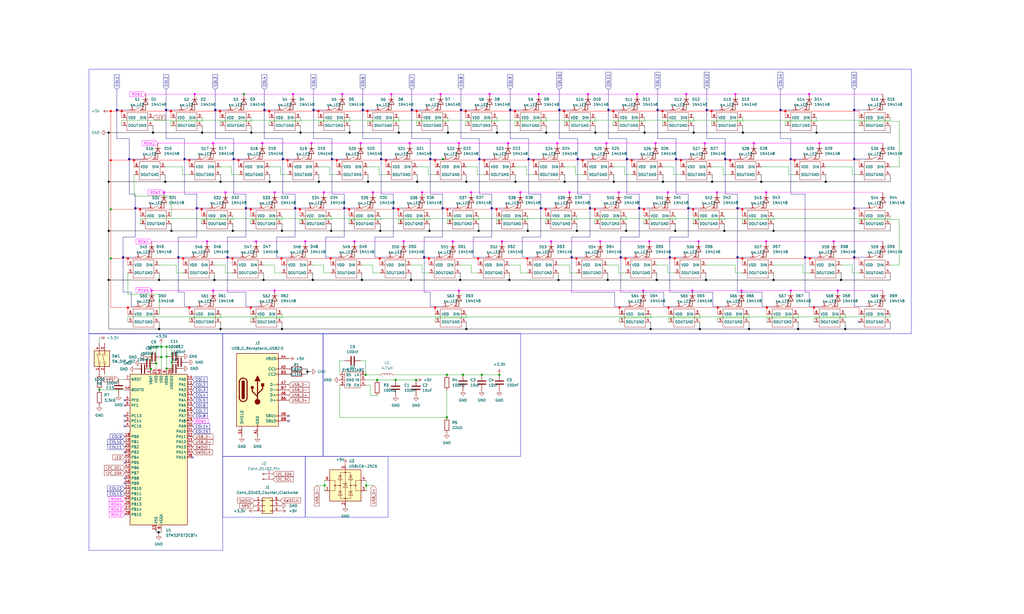
<source format=kicad_sch>
(kicad_sch (version 20230121) (generator eeschema)
  (paper "User" 499.999 299.999)
  (junction (at 240.082 101.7201) (color 0 0 132 1))
  (junction (at 296.082 69.9894) (color 255 0 255 1))
  (junction (at 207.082 125.7203) (color 0 0 132 1))
  (junction (at 104.082 69.9894) (color 255 0 255 1))
  (junction (at 60.082 125.7194) (color 0 0 132 1))
  (junction (at 216.272 77.7194))
  (junction (at 138.082 77.724) (color 0 0 132 1))
  (junction (at 210.082 77.7193) (color 0 0 132 1))
  (junction (at 266.7154 64.7994) (color 0 0 0 1))
  (junction (at 341.082 117.9894) (color 255 0 255 1))
  (junction (at 377.702 136.7994) (color 0 0 0 1))
  (junction (at 209.707 112.7994) (color 0 0 0 1))
  (junction (at 227.7059 88.7994) (color 0 0 0 1))
  (junction (at 216.082 101.7217) (color 0 0 132 1))
  (junction (at 83.876 177.0395))
  (junction (at 170.4693 102.2994) (color 255 0 0 1))
  (junction (at 152.702 136.7994) (color 0 0 0 1))
  (junction (at 215.082 45.9894) (color 255 0 255 1))
  (junction (at 387.9666 78.2994) (color 255 0 0 1))
  (junction (at 245.082 117.9894) (color 255 0 255 1))
  (junction (at 120.082 101.7211) (color 0 0 132 1))
  (junction (at 62.4574 150.2994) (color 255 0 0 1))
  (junction (at 104.082 141.9894) (color 255 0 255 1))
  (junction (at 287.082 45.9894) (color 255 0 255 1))
  (junction (at 186.082 77.7217) (color 0 0 132 1))
  (junction (at 226.06 183.134))
  (junction (at 234.082 77.7231) (color 0 0 132 1))
  (junction (at 320.6653 136.7994) (color 0 0 0 1))
  (junction (at 263.082 45.9894) (color 255 0 255 1))
  (junction (at 53.082 112.7994) (color 0 0 0 1))
  (junction (at 170.7191 64.7994) (color 0 0 0 1))
  (junction (at 359.082 45.9894) (color 255 0 255 1))
  (junction (at 410.6866 136.7994) (color 0 0 0 1))
  (junction (at 248.7116 136.7994) (color 0 0 0 1))
  (junction (at 281.4624 126.2994) (color 255 0 0 1))
  (junction (at 48.514 190.5))
  (junction (at 206.082 93.9894) (color 255 0 255 1))
  (junction (at 306.082 77.7231) (color 0 0 132 1))
  (junction (at 173.082 117.9894) (color 255 0 255 1))
  (junction (at 74.702 64.7994) (color 0 0 0 1))
  (junction (at 397.4537 150.2994) (color 255 0 0 1))
  (junction (at 176.082 69.9894) (color 255 0 255 1))
  (junction (at 203.15 185.674))
  (junction (at 95.082 45.9894) (color 255 0 255 1))
  (junction (at 119.082 45.9894))
  (junction (at 81.336 174.228))
  (junction (at 200.6828 136.7994) (color 0 0 0 1))
  (junction (at 90.082 77.7211) (color 0 0 132 1))
  (junction (at 264.082 101.7194) (color 0 0 132 1))
  (junction (at 184.15 185.674))
  (junction (at 381.082 53.7194) (color 0 0 132 1))
  (junction (at 54.082 54.2994) (color 255 0 0 1))
  (junction (at 221.082 117.9894) (color 255 0 255 1))
  (junction (at 272.6921 136.7994) (color 0 0 0 1))
  (junction (at 303.082 125.7203) (color 0 0 132 1))
  (junction (at 131.4607 54.2994) (color 255 0 0 1))
  (junction (at 144.082 101.7303) (color 0 0 132 1))
  (junction (at 113.4655 126.2994) (color 255 0 0 1))
  (junction (at 54.082 78.2994) (color 255 0 0 1))
  (junction (at 63.082 77.7194) (color 0 0 132 1))
  (junction (at 297.082 53.7194) (color 0 0 132 1))
  (junction (at 200.082 69.9894) (color 255 0 255 1))
  (junction (at 242.4641 102.2994) (color 255 0 0 1))
  (junction (at 233.6997 112.7994) (color 0 0 0 1))
  (junction (at 125.082 117.9894) (color 255 0 255 1))
  (junction (at 338.082 141.9894) (color 255 0 255 1))
  (junction (at 251.7009 88.7994) (color 0 0 0 1))
  (junction (at 275.4589 54.2994) (color 255 0 0 1))
  (junction (at 150.114 181.61) (color 0 0 0 1))
  (junction (at 314.082 141.9894) (color 255 0 255 1))
  (junction (at 57.082 53.7194) (color 0 0 132 1))
  (junction (at 278.082 93.9894) (color 255 0 255 1))
  (junction (at 225.082 53.7194) (color 0 0 132 1))
  (junction (at 321.082 53.7194) (color 0 0 132 1))
  (junction (at 74.082 141.9894) (color 255 0 255 1))
  (junction (at 329.459 126.2994) (color 255 0 0 1))
  (junction (at 362.7085 64.7994) (color 0 0 0 1))
  (junction (at 360.082 125.7214) (color 0 0 132 1))
  (junction (at 290.7034 64.7994) (color 0 0 0 1))
  (junction (at 374.462 150.2994) (color 255 0 0 1))
  (junction (at 326.082 93.9894) (color 255 0 255 1))
  (junction (at 101.082 117.9894) (color 255 0 255 1))
  (junction (at 362.462 102.2994) (color 255 0 0 1))
  (junction (at 374.082 93.9894) (color 255 0 255 1))
  (junction (at 251.4682 54.2994) (color 255 0 0 1))
  (junction (at 302.082 93.9894) (color 255 0 255 1))
  (junction (at 81.082 53.7194) (color 0 0 132 1))
  (junction (at 77.7003 136.7994) (color 0 0 0 1))
  (junction (at 371.7084 88.7994) (color 0 0 0 1))
  (junction (at 164.462 78.2994) (color 255 0 0 1))
  (junction (at 66.082 101.7201) (color 0 0 132 1))
  (junction (at 54.082 126.2994))
  (junction (at 407.082 117.9894) (color 255 0 255 1))
  (junction (at 53.082 88.7994) (color 0 0 0 1))
  (junction (at 53.082 136.7994) (color 0 0 0 1))
  (junction (at 347.4623 54.2994) (color 255 0 0 1))
  (junction (at 212.4615 78.2994) (color 255 0 0 1))
  (junction (at 356.4597 78.2994) (color 255 0 0 1))
  (junction (at 65.462 78.2994) (color 255 0 0 1))
  (junction (at 347.7134 88.7994) (color 0 0 0 1))
  (junction (at 107.4672 54.2994) (color 255 0 0 1))
  (junction (at 178.562 183.134))
  (junction (at 344.082 69.9894) (color 255 0 255 1))
  (junction (at 80.082 93.9894) (color 255 0 255 1))
  (junction (at 305.462 126.2994) (color 255 0 0 1))
  (junction (at 218.186 183.134))
  (junction (at 350.4639 150.2994) (color 255 0 0 1))
  (junction (at 87.082 125.7203) (color 0 0 132 1))
  (junction (at 131.702 88.7994) (color 0 0 0 1))
  (junction (at 201.082 53.7194) (color 0 0 132 1))
  (junction (at 362.082 141.9894) (color 255 0 255 1))
  (junction (at 140.4614 78.2994) (color 255 0 0 1))
  (junction (at 233.4659 126.2994) (color 255 0 0 1))
  (junction (at 335.082 45.9894) (color 255 0 255 1))
  (junction (at 257.6923 112.7994) (color 0 0 0 1))
  (junction (at 152.082 69.9894) (color 255 0 255 1))
  (junction (at 218.186 203.962))
  (junction (at 73.66 180.34))
  (junction (at 230.082 93.9894) (color 255 0 255 1))
  (junction (at 168.082 101.7198) (color 0 0 132 1))
  (junction (at 129.082 53.7194) (color 0 0 132 1))
  (junction (at 76.256 177.556))
  (junction (at 113.6984 112.7994) (color 0 0 0 1))
  (junction (at 332.4658 78.2994) (color 255 0 0 1))
  (junction (at 114.082 77.7208) (color 0 0 132 1))
  (junction (at 68.4682 102.2994) (color 255 0 0 1))
  (junction (at 153.082 53.7194) (color 0 0 132 1))
  (junction (at 395.082 45.9894) (color 255 0 255 1))
  (junction (at 330.082 77.7231) (color 0 0 132 1))
  (junction (at 122.702 64.7994) (color 0 0 0 1))
  (junction (at 383.464 54.2994) (color 255 0 0 1))
  (junction (at 290.462 102.2994) (color 255 0 0 1))
  (junction (at 78.796 169.418))
  (junction (at 272.082 69.9894) (color 255 0 255 1))
  (junction (at 327.082 125.7203) (color 0 0 132 1))
  (junction (at 279.082 125.7203) (color 0 0 132 1))
  (junction (at 178.816 237.236))
  (junction (at 353.6822 112.7994) (color 0 0 0 1))
  (junction (at 329.7017 112.7994) (color 0 0 0 1))
  (junction (at 344.7015 136.7994) (color 0 0 0 1))
  (junction (at 341.702 160.7994) (color 0 0 0 1))
  (junction (at 192.082 101.7201) (color 0 0 132 1))
  (junction (at 338.4591 102.2994) (color 255 0 0 1))
  (junction (at 239.082 45.9894) (color 255 0 255 1))
  (junction (at 266.462 102.2994) (color 255 0 0 1))
  (junction (at 62.462 126.2994) (color 255 0 0 1))
  (junction (at 400.082 69.9894) (color 255 0 255 1))
  (junction (at 185.462 126.2994) (color 255 0 0 1))
  (junction (at 92.4622 150.2994) (color 255 0 0 1))
  (junction (at 360.082 101.7201) (color 0 0 132 1))
  (junction (at 194.462 102.2994) (color 255 0 0 1))
  (junction (at 143.082 45.9894) (color 255 0 255 1))
  (junction (at 191.082 45.9894) (color 255 0 255 1))
  (junction (at 81.336 180.096))
  (junction (at 281.702 112.7994) (color 0 0 0 1))
  (junction (at 146.7009 64.7994) (color 0 0 0 1))
  (junction (at 248.082 69.9894) (color 255 0 255 1))
  (junction (at 128.702 136.7994) (color 0 0 0 1))
  (junction (at 158.496 237.236))
  (junction (at 122.4686 150.2994) (color 255 0 0 1))
  (junction (at 258.082 77.7194) (color 0 0 132 1))
  (junction (at 224.082 69.9894) (color 255 0 255 1))
  (junction (at 302.462 150.2994) (color 255 0 0 1))
  (junction (at 77.47 260.096) (color 0 0 0 1))
  (junction (at 155.4628 54.2994) (color 255 0 0 1))
  (junction (at 77.702 160.7994) (color 0 0 0 1))
  (junction (at 182.082 93.9894) (color 255 0 255 1))
  (junction (at 417.082 53.7194) (color 0 0 132 1))
  (junction (at 365.7377 160.7994) (color 0 0 0 1))
  (junction (at 218.7145 64.7994) (color 0 0 0 1))
  (junction (at 188.4627 78.2994) (color 255 0 0 1))
  (junction (at 89.4667 126.2994) (color 255 0 0 1))
  (junction (at 305.709 112.7994) (color 0 0 0 1))
  (junction (at 336.082 101.7201) (color 0 0 132 1))
  (junction (at 227.702 160.7994) (color 0 0 0 1))
  (junction (at 269.082 117.9894) (color 255 0 255 1))
  (junction (at 110.082 93.9894) (color 255 0 255 1))
  (junction (at 235.204 183.134))
  (junction (at 299.7072 88.7994) (color 0 0 0 1))
  (junction (at 288.082 101.7201) (color 0 0 132 1))
  (junction (at 362.4602 126.2994) (color 255 0 0 1))
  (junction (at 314.7108 64.7994) (color 0 0 0 1))
  (junction (at 236.4631 78.2994) (color 255 0 0 1))
  (junction (at 146.4635 102.2994) (color 255 0 0 1))
  (junction (at 293.082 117.9894) (color 255 0 255 1))
  (junction (at 128.082 69.9894) (color 255 0 255 1))
  (junction (at 162.082 77.7209) (color 0 0 132 1))
  (junction (at 53.082 64.7994) (color 0 0 0 1))
  (junction (at 242.7026 64.7994) (color 0 0 0 1))
  (junction (at 224.7189 136.7994) (color 0 0 0 1))
  (junction (at 227.4492 54.2994) (color 255 0 0 1))
  (junction (at 299.462 54.2994) (color 255 0 0 1))
  (junction (at 282.082 77.7194) (color 0 0 132 1))
  (junction (at 203.7028 88.7994) (color 0 0 0 1))
  (junction (at 158.082 93.9894) (color 255 0 255 1))
  (junction (at 80.6937 88.7994) (color 0 0 0 1))
  (junction (at 412.7109 160.7994) (color 0 0 0 1))
  (junction (at 257.4685 126.2994) (color 255 0 0 1))
  (junction (at 224.082 141.9894) (color 255 0 255 1))
  (junction (at 368.082 69.9894) (color 255 0 255 1))
  (junction (at 275.7041 88.7994) (color 0 0 0 1))
  (junction (at 312.082 101.7194) (color 0 0 132 1))
  (junction (at 155.6966 88.7994) (color 0 0 0 1))
  (junction (at 81.336 169.418))
  (junction (at 179.4564 54.2994) (color 255 0 0 1))
  (junction (at 179.6997 88.7994) (color 0 0 0 1))
  (junction (at 107.705 160.7994) (color 0 0 0 1))
  (junction (at 311.082 45.9894) (color 255 0 255 1))
  (junction (at 417.082 77.7194) (color 0 0 132 1))
  (junction (at 398.6933 64.7994) (color 0 0 0 1))
  (junction (at 212.4588 150.2994) (color 255 0 0 1))
  (junction (at 194.7072 64.7994) (color 0 0 0 1))
  (junction (at 345.082 53.7194) (color 0 0 132 1))
  (junction (at 167.082 45.9894) (color 255 0 255 1))
  (junction (at 386.082 141.9894) (color 255 0 255 1))
  (junction (at 249.082 53.7194) (color 0 0 132 1))
  (junction (at 54.082 102.2994))
  (junction (at 317.082 117.9894) (color 255 0 255 1))
  (junction (at 98.702 64.7994) (color 0 0 0 1))
  (junction (at 308.467 78.2994) (color 255 0 0 1))
  (junction (at 338.7011 64.7994) (color 0 0 0 1))
  (junction (at 403.202 88.7994) (color 0 0 0 1))
  (junction (at 134.082 141.9894) (color 255 0 255 1))
  (junction (at 92.4649 78.2994) (color 255 0 0 1))
  (junction (at 96.082 101.7246) (color 0 0 132 1))
  (junction (at 111.082 125.7203) (color 0 0 132 1))
  (junction (at 374.082 117.9894) (color 255 0 255 1))
  (junction (at 83.7081 112.7994) (color 0 0 0 1))
  (junction (at 296.7283 136.7994) (color 0 0 0 1))
  (junction (at 323.7103 88.7994) (color 0 0 0 1))
  (junction (at 243.84 183.134))
  (junction (at 326.462 150.2994) (color 255 0 0 1))
  (junction (at 284.4644 78.2994) (color 255 0 0 1))
  (junction (at 98.4617 102.2994) (color 255 0 0 1))
  (junction (at 122.462 102.2994) (color 255 0 0 1))
  (junction (at 149.082 117.9894) (color 255 0 255 1))
  (junction (at 350.082 93.9894) (color 255 0 255 1))
  (junction (at 105.082 53.7194) (color 0 0 132 1))
  (junction (at 320.082 69.9894) (color 255 0 255 1))
  (junction (at 104.702 136.7994) (color 0 0 0 1))
  (junction (at 137.4547 126.2994) (color 255 0 0 1))
  (junction (at 409.082 141.9894) (color 255 0 255 1))
  (junction (at 218.4568 102.2994) (color 255 0 0 1))
  (junction (at 78.796 174.508))
  (junction (at 260.4618 78.2994) (color 255 0 0 1))
  (junction (at 393.082 125.7194) (color 0 0 132 1))
  (junction (at 134.082 93.9894) (color 255 0 255 1))
  (junction (at 389.702 160.7994) (color 0 0 0 1))
  (junction (at 273.082 53.7194) (color 0 0 132 1))
  (junction (at 395.462 126.2994) (color 255 0 0 1))
  (junction (at 76.256 169.418))
  (junction (at 161.7046 112.7994) (color 0 0 0 1))
  (junction (at 209.4634 126.2994) (color 255 0 0 1))
  (junction (at 354.082 77.7231) (color 0 0 132 1))
  (junction (at 254.082 93.9894) (color 255 0 255 1))
  (junction (at 417.082 101.7194) (color 0 0 132 1))
  (junction (at 177.082 53.7194) (color 0 0 132 1))
  (junction (at 59.4602 54.2994) (color 255 0 0 1))
  (junction (at 317.702 160.7994) (color 0 0 0 1))
  (junction (at 323.462 54.2994) (color 255 0 0 1))
  (junction (at 116.462 78.2994) (color 255 0 0 1))
  (junction (at 193.15 185.674))
  (junction (at 185.702 112.7994) (color 0 0 0 1))
  (junction (at 377.7062 112.7994) (color 0 0 0 1))
  (junction (at 197.082 117.9894) (color 255 0 255 1))
  (junction (at 161.462 126.2994) (color 255 0 0 1))
  (junction (at 176.6901 136.7994) (color 0 0 0 1))
  (junction (at 78.74 169.418))
  (junction (at 83.4651 54.2994) (color 255 0 0 1))
  (junction (at 203.4584 54.2994) (color 255 0 0 1))
  (junction (at 314.462 102.2994) (color 255 0 0 1))
  (junction (at 386.082 77.7194) (color 0 0 132 1))
  (junction (at 417.082 125.7194) (color 0 0 132 1))
  (junction (at 137.6976 160.7994) (color 0 0 0 1))
  (junction (at 137.7015 112.7994) (color 0 0 0 1))
  (junction (at 107.6985 88.7994) (color 0 0 0 1))
  (no_connect (at 60.96 198.12))
  (no_connect (at 60.96 220.98))
  (no_connect (at 93.98 223.52))
  (no_connect (at 60.96 195.58))
  (no_connect (at 60.96 203.2))
  (no_connect (at 60.96 226.06))
  (no_connect (at 60.96 233.68))
  (no_connect (at 60.96 208.28))
  (no_connect (at 419.462 157.3394))
  (no_connect (at 60.96 236.22))
  (no_connect (at 140.97 203.2))
  (no_connect (at 140.97 205.74))
  (no_connect (at 60.96 205.74))
  (wire (pts (xy 138.082 77.724) (xy 138.082 94.7994)) (stroke (width 0) (color 0 0 132 1)))
  (wire (pts (xy 230.082 129.5294) (xy 224.702 129.5294)))
  (wire (pts (xy 258.082 77.7194) (xy 258.082 94.7994)) (stroke (width 0) (color 0 0 132 1)))
  (wire (pts (xy 285.272 125.7203) (xy 285.272 125.7194)) (stroke (width 0) (color 0 0 132 1)))
  (wire (pts (xy 362.7085 61.3394) (xy 362.702 61.3394)) (stroke (width 0) (color 0 0 0 1)))
  (wire (pts (xy 218.4568 102.2994) (xy 218.4568 105.5294)) (stroke (width 0) (color 255 0 0 1)))
  (wire (pts (xy 390.082 154.7994) (xy 412.702 154.7994)))
  (wire (pts (xy 397.4537 150.2994) (xy 397.4537 153.5294)) (stroke (width 0) (color 255 0 0 1)))
  (wire (pts (xy 151.892 77.6094) (xy 151.892 77.7194)))
  (wire (pts (xy 104.082 141.9894) (xy 134.082 141.9894)) (stroke (width 0) (color 255 0 255 1)))
  (wire (pts (xy 266.7154 64.7994) (xy 266.7154 61.3394)) (stroke (width 0) (color 0 0 0 1)))
  (wire (pts (xy 419.462 85.3394) (xy 416.082 85.3394)))
  (wire (pts (xy 419.462 107.2994) (xy 439.082 107.2994)))
  (wire (pts (xy 383.464 54.2994) (xy 419.4696 54.2994)) (stroke (width 0) (color 255 0 0 1)))
  (wire (pts (xy 381.082 53.7194) (xy 381.082 67.7994)) (stroke (width 0) (color 0 0 132 1)))
  (wire (pts (xy 116.462 85.3394) (xy 113.082 85.3394)))
  (wire (pts (xy 349.892 101.7194) (xy 350.082 101.7194)))
  (wire (pts (xy 299.462 59.2994) (xy 315.082 59.2994)))
  (wire (pts (xy 410.6866 136.7994) (xy 434.702 136.7994)) (stroke (width 0) (color 0 0 0 1)))
  (wire (pts (xy 203.4584 57.5294) (xy 203.462 57.5294)) (stroke (width 0) (color 255 0 0 1)))
  (wire (pts (xy 317.702 154.7994) (xy 317.702 153.5294)))
  (wire (pts (xy 102.272 101.7246) (xy 102.272 101.7194)) (stroke (width 0) (color 0 0 132 1)))
  (wire (pts (xy 233.6997 109.3394) (xy 233.702 109.3394)) (stroke (width 0) (color 0 0 0 1)))
  (wire (pts (xy 89.4667 126.2994) (xy 113.4655 126.2994)) (stroke (width 0) (color 255 0 0 1)))
  (wire (pts (xy 374.462 150.2994) (xy 374.462 153.5294)) (stroke (width 0) (color 255 0 0 1)))
  (wire (pts (xy 348.082 142.7994) (xy 348.082 149.7194)) (stroke (width 0) (color 0 0 132 1)))
  (wire (pts (xy 194.462 109.3394) (xy 194.462 107.2994)))
  (wire (pts (xy 338.4591 102.2994) (xy 338.4591 105.5294)) (stroke (width 0) (color 255 0 0 1)))
  (wire (pts (xy 338.462 109.3394) (xy 338.462 107.2994)))
  (wire (pts (xy 179.6997 85.3394) (xy 179.702 85.3394)) (stroke (width 0) (color 0 0 0 1)))
  (wire (pts (xy 86.082 129.5294) (xy 77.702 129.5294)))
  (wire (pts (xy 281.702 112.7994) (xy 305.709 112.7994)) (stroke (width 0) (color 0 0 0 1)))
  (wire (pts (xy 131.462 59.2994) (xy 147.082 59.2994)))
  (wire (pts (xy 122.462 102.2994) (xy 146.4635 102.2994)) (stroke (width 0) (color 255 0 0 1)))
  (wire (pts (xy 80.082 93.9894) (xy 110.082 93.9894)) (stroke (width 0) (color 255 0 255 1)))
  (wire (pts (xy 131.462 61.3394) (xy 131.462 59.2994)))
  (wire (pts (xy 395.082 45.9894) (xy 431.082 45.9894)) (stroke (width 0) (color 255 0 255 1)))
  (wire (pts (xy 413.082 155.2994) (xy 413.082 154.7994)))
  (wire (pts (xy 203.4584 54.2994) (xy 227.4492 54.2994)) (stroke (width 0) (color 255 0 0 1)))
  (wire (pts (xy 303.082 142.7994) (xy 324.082 142.7994)) (stroke (width 0) (color 0 0 132 1)))
  (wire (pts (xy 192.272 77.7217) (xy 192.272 77.7194)) (stroke (width 0) (color 0 0 132 1)))
  (wire (pts (xy 327.082 142.7994) (xy 348.082 142.7994)) (stroke (width 0) (color 0 0 132 1)))
  (wire (pts (xy 284.462 85.3394) (xy 281.082 85.3394)))
  (wire (pts (xy 81.082 53.7194) (xy 87.272 53.7194)) (stroke (width 0) (color 0 0 132 1)))
  (wire (pts (xy 323.7103 88.7994) (xy 347.7134 88.7994)) (stroke (width 0) (color 0 0 0 1)))
  (wire (pts (xy 387.9666 78.2994) (xy 419.4696 78.2994)) (stroke (width 0) (color 255 0 0 1)))
  (wire (pts (xy 366.272 101.7201) (xy 366.272 101.7194)) (stroke (width 0) (color 0 0 132 1)))
  (wire (pts (xy 86.082 133.3394) (xy 86.082 129.5294)))
  (wire (pts (xy 275.462 61.3394) (xy 275.462 59.2994)))
  (wire (pts (xy 362.7085 64.7994) (xy 398.6933 64.7994)) (stroke (width 0) (color 0 0 0 1)))
  (wire (pts (xy 296.082 69.9894) (xy 320.082 69.9894)) (stroke (width 0) (color 255 0 255 1)))
  (wire (pts (xy 342.082 155.2994) (xy 342.082 154.7994)))
  (wire (pts (xy 410.6866 133.3394) (xy 410.702 133.3394)) (stroke (width 0) (color 0 0 0 1)))
  (wire (pts (xy 89.082 81.5294) (xy 80.702 81.5294)))
  (wire (pts (xy 111.082 142.7994) (xy 120.082 142.7994)) (stroke (width 0) (color 0 0 132 1)))
  (wire (pts (xy 194.462 107.2994) (xy 210.082 107.2994)))
  (wire (pts (xy 302.462 150.2994) (xy 326.462 150.2994)) (stroke (width 0) (color 255 0 0 1)))
  (wire (pts (xy 218.4568 102.2994) (xy 242.4641 102.2994)) (stroke (width 0) (color 255 0 0 1)))
  (wire (pts (xy 114.082 67.7994) (xy 114.082 77.7208)) (stroke (width 0) (color 0 0 132 1)))
  (wire (pts (xy 288.082 101.7201) (xy 288.082 115.7994)) (stroke (width 0) (color 0 0 132 1)))
  (wire (pts (xy 362.462 102.2994) (xy 362.462 105.5294)) (stroke (width 0) (color 255 0 0 1)))
  (wire (pts (xy 249.082 67.7994) (xy 258.082 67.7994)) (stroke (width 0) (color 0 0 132 1)))
  (wire (pts (xy 387.9666 78.2994) (xy 387.9666 81.5294)) (stroke (width 0) (color 255 0 0 1)))
  (wire (pts (xy 343.892 77.6094) (xy 343.892 77.7194)))
  (wire (pts (xy 278.082 93.9894) (xy 302.082 93.9894)) (stroke (width 0) (color 255 0 255 1)))
  (wire (pts (xy 65.462 78.2994) (xy 65.462 81.5294)) (stroke (width 0) (color 255 0 0 1)))
  (wire (pts (xy 129.082 53.7194) (xy 129.082 67.7994)) (stroke (width 0) (color 0 0 132 1)))
  (wire (pts (xy 146.4635 102.2994) (xy 170.4693 102.2994)) (stroke (width 0) (color 255 0 0 1)))
  (wire (pts (xy 62.4574 150.2994) (xy 62.4574 153.5294)) (stroke (width 0) (color 255 0 0 1)))
  (wire (pts (xy 161.082 85.3394) (xy 161.082 81.5294)))
  (wire (pts (xy 96.082 94.7994) (xy 96.082 101.7246)) (stroke (width 0) (color 0 0 132 1)))
  (wire (pts (xy 210.082 67.7994) (xy 210.082 77.7193)) (stroke (width 0) (color 0 0 132 1)))
  (wire (pts (xy 95.082 45.9894) (xy 119.082 45.9894)) (stroke (width 0) (color 255 0 255 1)))
  (wire (pts (xy 240.272 77.7231) (xy 240.272 77.7194)) (stroke (width 0) (color 0 0 132 1)))
  (wire (pts (xy 76.2 259.08) (xy 76.2 260.096)) (stroke (width 0) (color 0 0 0 1)))
  (wire (pts (xy 107.705 160.7994) (xy 107.705 157.3394)) (stroke (width 0) (color 0 0 0 1)))
  (wire (pts (xy 374.462 150.2994) (xy 397.4537 150.2994)) (stroke (width 0) (color 255 0 0 1)))
  (wire (pts (xy 347.4623 54.2994) (xy 347.4623 57.5294)) (stroke (width 0) (color 255 0 0 1)))
  (wire (pts (xy 366.272 125.7214) (xy 366.272 125.7194)) (stroke (width 0) (color 0 0 132 1)))
  (wire (pts (xy 73.892 149.7194) (xy 74.082 149.7194)))
  (wire (pts (xy 255.082 115.7994) (xy 255.082 125.7203)) (stroke (width 0) (color 0 0 132 1)))
  (wire (pts (xy 113.6984 112.7994) (xy 137.7015 112.7994)) (stroke (width 0) (color 0 0 0 1)))
  (wire (pts (xy 257.462 133.3394) (xy 254.082 133.3394)))
  (wire (pts (xy 284.4644 78.2994) (xy 308.467 78.2994)) (stroke (width 0) (color 255 0 0 1)))
  (wire (pts (xy 278.082 129.5294) (xy 272.702 129.5294)))
  (wire (pts (xy 170.4693 102.2994) (xy 170.4693 105.5294)) (stroke (width 0) (color 255 0 0 1)))
  (wire (pts (xy 296.7283 136.7994) (xy 320.6653 136.7994)) (stroke (width 0) (color 0 0 0 1)))
  (wire (pts (xy 266.462 102.2994) (xy 266.462 105.5294)) (stroke (width 0) (color 255 0 0 1)))
  (wire (pts (xy 207.082 125.7203) (xy 213.272 125.7203)) (stroke (width 0) (color 0 0 132 1)))
  (wire (pts (xy 216.272 77.7193) (xy 216.272 77.7194)) (stroke (width 0) (color 0 0 132 1)))
  (wire (pts (xy 301.892 101.7194) (xy 302.082 101.7194)))
  (wire (pts (xy 234.082 77.7231) (xy 234.082 94.7994)) (stroke (width 0) (color 0 0 132 1)))
  (wire (pts (xy 126.272 101.7211) (xy 126.272 101.7194)) (stroke (width 0) (color 0 0 132 1)))
  (wire (pts (xy 165.862 203.962) (xy 218.186 203.962)))
  (wire (pts (xy 348.082 149.7194) (xy 354.272 149.7194)) (stroke (width 0) (color 0 0 132 1)))
  (wire (pts (xy 305.462 126.2994) (xy 329.459 126.2994)) (stroke (width 0) (color 255 0 0 1)))
  (wire (pts (xy 320.6653 136.7994) (xy 344.7015 136.7994)) (stroke (width 0) (color 0 0 0 1)))
  (wire (pts (xy 185.082 85.3394) (xy 185.082 81.5294)))
  (wire (pts (xy 323.462 54.2994) (xy 323.462 57.5294)) (stroke (width 0) (color 255 0 0 1)))
  (wire (pts (xy 338.4591 105.5294) (xy 338.462 105.5294)) (stroke (width 0) (color 255 0 0 1)))
  (wire (pts (xy 360.272 77.7231) (xy 360.272 77.7194)) (stroke (width 0) (color 0 0 132 1)))
  (wire (pts (xy 210.082 77.7193) (xy 210.082 94.7994)) (stroke (width 0) (color 0 0 132 1)))
  (wire (pts (xy 354.082 77.7231) (xy 360.272 77.7231)) (stroke (width 0) (color 0 0 132 1)))
  (wire (pts (xy 170.7191 64.7994) (xy 194.7072 64.7994)) (stroke (width 0) (color 0 0 0 1)))
  (wire (pts (xy 227.462 61.3394) (xy 227.462 59.2994)))
  (wire (pts (xy 434.702 58.7994) (xy 434.702 57.5294)))
  (wire (pts (xy 77.082 77.6094) (xy 76.892 77.6094)))
  (wire (pts (xy 318.082 154.7994) (xy 341.702 154.7994)))
  (wire (pts (xy 416.082 133.3394) (xy 416.082 129.5294)))
  (wire (pts (xy 53.082 136.7994) (xy 77.7003 136.7994)) (stroke (width 0) (color 0 0 0 1)))
  (wire (pts (xy 278.082 101.7194) (xy 278.082 101.6094)))
  (wire (pts (xy 62.462 154.7994) (xy 107.702 154.7994)))
  (wire (pts (xy 77.702 143.7994) (xy 77.702 153.5294)))
  (wire (pts (xy 330.082 107.2994) (xy 330.082 106.7994)))
  (wire (pts (xy 223.892 77.6094) (xy 223.892 77.7194)))
  (wire (pts (xy 165.862 188.214) (xy 165.862 203.962)))
  (wire (pts (xy 386.082 94.7994) (xy 393.082 94.7994)) (stroke (width 0) (color 0 0 132 1)))
  (wire (pts (xy 107.6985 88.7994) (xy 131.702 88.7994)) (stroke (width 0) (color 0 0 0 1)))
  (wire (pts (xy 347.7134 88.7994) (xy 347.7134 85.3394)) (stroke (width 0) (color 0 0 0 1)))
  (wire (pts (xy 62.4574 150.2994) (xy 92.4622 150.2994)) (stroke (width 0) (color 255 0 0 1)))
  (wire (pts (xy 93.272 125.7203) (xy 93.272 125.7194)))
  (wire (pts (xy 214.892 53.6094) (xy 214.892 53.7194)))
  (wire (pts (xy 297.082 67.7994) (xy 306.082 67.7994)) (stroke (width 0) (color 0 0 132 1)))
  (wire (pts (xy 316.892 125.6094) (xy 316.892 125.7194)))
  (wire (pts (xy 89.4667 129.5294) (xy 89.462 129.5294)) (stroke (width 0) (color 255 0 0 1)))
  (wire (pts (xy 68.462 109.3394) (xy 68.462 106.7994)))
  (wire (pts (xy 373.892 101.7194) (xy 374.082 101.7194)))
  (wire (pts (xy 105.082 53.7194) (xy 111.272 53.7194)) (stroke (width 0) (color 0 0 132 1)))
  (wire (pts (xy 54.082 54.2994) (xy 54.082 78.2994)) (stroke (width 0) (color 255 0 0 1)))
  (wire (pts (xy 183.082 115.7994) (xy 183.082 125.7203)) (stroke (width 0) (color 0 0 132 1)))
  (wire (pts (xy 74.702 64.7994) (xy 74.702 61.3394)) (stroke (width 0) (color 0 0 0 1)))
  (wire (pts (xy 275.462 59.2994) (xy 291.082 59.2994)))
  (wire (pts (xy 383.464 54.2994) (xy 383.464 57.5294)) (stroke (width 0) (color 255 0 0 1)))
  (wire (pts (xy 303.082 125.7203) (xy 309.272 125.7203)) (stroke (width 0) (color 0 0 132 1)))
  (wire (pts (xy 242.4641 105.5294) (xy 242.462 105.5294)) (stroke (width 0) (color 255 0 0 1)))
  (wire (pts (xy 140.4614 78.2994) (xy 140.4614 81.5294)) (stroke (width 0) (color 255 0 0 1)))
  (wire (pts (xy 153.082 43.7994) (xy 153.082 53.7194)) (stroke (width 0) (color 0 0 132 1)))
  (wire (pts (xy 89.462 133.3394) (xy 86.082 133.3394)))
  (wire (pts (xy 178.816 237.236) (xy 178.816 239.776)))
  (wire (pts (xy 416.082 81.5294) (xy 403.202 81.5294)))
  (wire (pts (xy 192.786 183.134) (xy 218.186 183.134)))
  (wire (pts (xy 263.082 53.6094) (xy 262.892 53.6094)))
  (wire (pts (xy 133.892 149.7194) (xy 134.082 149.7194)))
  (wire (pts (xy 347.462 59.2994) (xy 363.082 59.2994)))
  (wire (pts (xy 305.462 133.3394) (xy 302.082 133.3394)))
  (wire (pts (xy 144.082 115.7994) (xy 135.082 115.7994)) (stroke (width 0) (color 0 0 132 1)))
  (wire (pts (xy 209.4634 126.2994) (xy 209.4634 129.5294)) (stroke (width 0) (color 255 0 0 1)))
  (wire (pts (xy 122.4686 153.5294) (xy 122.462 153.5294)) (stroke (width 0) (color 255 0 0 1)))
  (wire (pts (xy 305.709 112.7994) (xy 305.709 109.3394)) (stroke (width 0) (color 0 0 0 1)))
  (wire (pts (xy 297.082 53.7194) (xy 297.082 67.7994)) (stroke (width 0) (color 0 0 132 1)))
  (wire (pts (xy 336.082 94.7994) (xy 336.082 101.7201)) (stroke (width 0) (color 0 0 132 1)))
  (wire (pts (xy 249.082 43.7994) (xy 249.082 53.7194)) (stroke (width 0) (color 0 0 132 1)))
  (wire (pts (xy 317.702 160.7994) (xy 317.702 157.3394)) (stroke (width 0) (color 0 0 0 1)))
  (wire (pts (xy 107.4672 54.2994) (xy 107.4672 57.5294)) (stroke (width 0) (color 255 0 0 1)))
  (wire (pts (xy 108.082 154.7994) (xy 137.702 154.7994)))
  (wire (pts (xy 366.082 155.2994) (xy 366.082 154.7994)))
  (wire (pts (xy 152.082 69.9894) (xy 176.082 69.9894)) (stroke (width 0) (color 255 0 255 1)))
  (wire (pts (xy 330.082 106.7994) (xy 353.702 106.7994)))
  (wire (pts (xy 179.4564 57.5294) (xy 179.462 57.5294)) (stroke (width 0) (color 255 0 0 1)))
  (wire (pts (xy 63.082 77.7194) (xy 63.082 94.7994)) (stroke (width 0) (color 0 0 132 1)))
  (wire (pts (xy 189.272 125.7203) (xy 189.272 125.7194)) (stroke (width 0) (color 0 0 132 1)))
  (wire (pts (xy 295.892 77.6094) (xy 295.892 77.7194)))
  (wire (pts (xy 356.462 85.3394) (xy 353.082 85.3394)))
  (wire (pts (xy 201.082 53.7194) (xy 201.082 67.7994)) (stroke (width 0) (color 0 0 132 1)))
  (wire (pts (xy 210.082 77.7193) (xy 216.272 77.7193)) (stroke (width 0) (color 0 0 132 1)))
  (wire (pts (xy 60.082 115.7994) (xy 60.082 125.7194)) (stroke (width 0) (color 0 0 132 1)))
  (wire (pts (xy 255.082 125.7203) (xy 261.272 125.7203)) (stroke (width 0) (color 0 0 132 1)))
  (wire (pts (xy 186.082 77.7217) (xy 186.082 94.7994)) (stroke (width 0) (color 0 0 132 1)))
  (wire (pts (xy 354.082 67.7994) (xy 354.082 77.7231)) (stroke (width 0) (color 0 0 132 1)))
  (wire (pts (xy 261.272 125.7203) (xy 261.272 125.7194)) (stroke (width 0) (color 0 0 132 1)))
  (wire (pts (xy 90.082 94.7994) (xy 96.082 94.7994)) (stroke (width 0) (color 0 0 132 1)))
  (wire (pts (xy 192.082 115.7994) (xy 183.082 115.7994)) (stroke (width 0) (color 0 0 132 1)))
  (wire (pts (xy 113.4655 129.5294) (xy 113.462 129.5294)) (stroke (width 0) (color 255 0 0 1)))
  (wire (pts (xy 251.4682 54.2994) (xy 251.4682 57.5294)) (stroke (width 0) (color 255 0 0 1)))
  (wire (pts (xy 305.462 126.2994) (xy 305.462 129.5294)) (stroke (width 0) (color 255 0 0 1)))
  (wire (pts (xy 314.462 107.2994) (xy 330.082 107.2994)))
  (wire (pts (xy 434.702 160.7994) (xy 434.702 157.3394)) (stroke (width 0) (color 0 0 0 1)))
  (wire (pts (xy 372.082 142.7994) (xy 372.082 149.7194)) (stroke (width 0) (color 0 0 132 1)))
  (wire (pts (xy 412.7109 160.7994) (xy 412.7109 157.3394)) (stroke (width 0) (color 0 0 0 1)))
  (wire (pts (xy 177.082 67.7994) (xy 186.082 67.7994)) (stroke (width 0) (color 0 0 132 1)))
  (wire (pts (xy 386.082 149.7194) (xy 386.082 149.6094)))
  (wire (pts (xy 118.892 53.6094) (xy 118.892 53.7194)))
  (wire (pts (xy 230.082 133.3394) (xy 230.082 129.5294)))
  (wire (pts (xy 314.462 102.2994) (xy 314.462 105.5294)) (stroke (width 0) (color 255 0 0 1)))
  (wire (pts (xy 333.272 125.7203) (xy 333.272 125.7194)) (stroke (width 0) (color 0 0 132 1)))
  (wire (pts (xy 329.462 133.3394) (xy 326.082 133.3394)))
  (wire (pts (xy 374.082 117.9894) (xy 407.082 117.9894)) (stroke (width 0) (color 255 0 255 1)))
  (wire (pts (xy 153.082 53.7194) (xy 153.082 67.7994)) (stroke (width 0) (color 0 0 132 1)))
  (wire (pts (xy 161.7046 109.3394) (xy 161.702 109.3394)) (stroke (width 0) (color 0 0 0 1)))
  (wire (pts (xy 224.082 141.9894) (xy 314.082 141.9894)) (stroke (width 0) (color 255 0 255 1)))
  (wire (pts (xy 224.082 77.6094) (xy 223.892 77.6094)))
  (wire (pts (xy 395.462 133.3394) (xy 392.082 133.3394)))
  (wire (pts (xy 96.082 101.7246) (xy 102.272 101.7246)) (stroke (width 0) (color 0 0 132 1)))
  (wire (pts (xy 110.082 133.3394) (xy 110.082 129.5294)))
  (wire (pts (xy 79.9224 94.0022) (xy 80.082 94.0022)))
  (wire (pts (xy 83.4651 57.5294) (xy 83.462 57.5294)) (stroke (width 0) (color 255 0 0 1)))
  (wire (pts (xy 377.7062 109.3394) (xy 377.702 109.3394)) (stroke (width 0) (color 0 0 0 1)))
  (wire (pts (xy 407.082 117.9894) (xy 431.082 117.9894)) (stroke (width 0) (color 255 0 255 1)))
  (wire (pts (xy 176.082 77.6094) (xy 175.892 77.6094)))
  (wire (pts (xy 430.892 77.6094) (xy 430.892 77.7194)))
  (wire (pts (xy 171.082 59.2994) (xy 171.082 58.7994)))
  (wire (pts (xy 114.082 106.7994) (xy 137.702 106.7994)))
  (wire (pts (xy 90.082 67.7994) (xy 90.082 77.7211)) (stroke (width 0) (color 0 0 132 1)))
  (wire (pts (xy 290.7034 64.7994) (xy 314.7108 64.7994)) (stroke (width 0) (color 0 0 0 1)))
  (wire (pts (xy 347.7134 88.7994) (xy 371.7084 88.7994)) (stroke (width 0) (color 0 0 0 1)))
  (wire (pts (xy 206.082 133.3394) (xy 206.082 129.5294)))
  (wire (pts (xy 342.082 154.7994) (xy 365.702 154.7994)))
  (wire (pts (xy 142.892 53.6094) (xy 142.892 53.7194)))
  (wire (pts (xy 155.4628 57.5294) (xy 155.462 57.5294)) (stroke (width 0) (color 255 0 0 1)))
  (wire (pts (xy 123.082 59.2994) (xy 123.082 58.7994)))
  (wire (pts (xy 60.082 142.7994) (xy 64.082 142.7994)) (stroke (width 0) (color 0 0 132 1)))
  (wire (pts (xy 120.082 101.7211) (xy 126.272 101.7211)) (stroke (width 0) (color 0 0 132 1)))
  (wire (pts (xy 344.082 77.6094) (xy 343.892 77.6094)))
  (wire (pts (xy 92.462 85.3394) (xy 89.082 85.3394)))
  (wire (pts (xy 89.4667 126.2994) (xy 89.4667 129.5294)) (stroke (width 0) (color 255 0 0 1)))
  (wire (pts (xy 98.462 107.2994) (xy 114.082 107.2994)))
  (wire (pts (xy 176.6901 136.7994) (xy 200.6828 136.7994)) (stroke (width 0) (color 0 0 0 1)))
  (wire (pts (xy 225.082 53.7194) (xy 225.082 67.7994)) (stroke (width 0) (color 0 0 132 1)))
  (wire (pts (xy 332.4658 81.5294) (xy 332.462 81.5294)) (stroke (width 0) (color 255 0 0 1)))
  (wire (pts (xy 350.4639 150.2994) (xy 374.462 150.2994)) (stroke (width 0) (color 255 0 0 1)))
  (wire (pts (xy 341.702 160.7994) (xy 341.702 157.3394)) (stroke (width 0) (color 0 0 0 1)))
  (wire (pts (xy 233.082 81.5294) (xy 227.702 81.5294)))
  (wire (pts (xy 182.082 133.3394) (xy 182.082 129.5294)))
  (wire (pts (xy 135.082 115.7994) (xy 135.082 125.7203)) (stroke (width 0) (color 0 0 132 1)))
  (wire (pts (xy 107.6985 88.7994) (xy 107.6985 85.3394)) (stroke (width 0) (color 0 0 0 1)))
  (wire (pts (xy 200.082 69.9894) (xy 224.082 69.9894)) (stroke (width 0) (color 255 0 255 1)))
  (wire (pts (xy 162.082 94.7994) (xy 168.082 94.7994)) (stroke (width 0) (color 0 0 132 1)))
  (wire (pts (xy 54.082 126.2994) (xy 62.462 126.2994)) (stroke (width 0) (color 255 0 0 1)))
  (wire (pts (xy 335.082 45.9894) (xy 359.082 45.9894)) (stroke (width 0) (color 255 0 255 1)))
  (wire (pts (xy 419.4696 126.2994) (xy 419.4696 129.5294)) (stroke (width 0) (color 255 0 0 1)))
  (wire (pts (xy 290.462 102.2994) (xy 314.462 102.2994)) (stroke (width 0) (color 255 0 0 1)))
  (wire (pts (xy 92.4649 78.2994) (xy 92.4649 81.5294)) (stroke (width 0) (color 255 0 0 1)))
  (wire (pts (xy 344.7015 133.3394) (xy 344.702 133.3394)) (stroke (width 0) (color 0 0 0 1)))
  (wire (pts (xy 146.4635 102.2994) (xy 146.4635 105.5294)) (stroke (width 0) (color 255 0 0 1)))
  (wire (pts (xy 107.462 61.3394) (xy 107.462 59.2994)))
  (wire (pts (xy 338.462 107.2994) (xy 354.082 107.2994)))
  (wire (pts (xy 90.082 77.7211) (xy 96.272 77.7211)) (stroke (width 0) (color 0 0 132 1)))
  (wire (pts (xy 326.462 155.2994) (xy 342.082 155.2994)))
  (wire (pts (xy 98.702 64.7994) (xy 122.702 64.7994)) (stroke (width 0) (color 0 0 0 1)))
  (wire (pts (xy 216.082 101.7217) (xy 222.272 101.7217)) (stroke (width 0) (color 0 0 132 1)))
  (wire (pts (xy 185.702 112.7994) (xy 209.707 112.7994)) (stroke (width 0) (color 0 0 0 1)))
  (wire (pts (xy 71.082 45.9894) (xy 95.082 45.9894)) (stroke (width 0) (color 255 0 255 1)))
  (wire (pts (xy 356.4597 78.2994) (xy 356.4597 81.5294)) (stroke (width 0) (color 255 0 0 1)))
  (wire (pts (xy 182.082 129.5294) (xy 176.702 129.5294)))
  (wire (pts (xy 137.6976 160.7994) (xy 137.6976 157.3394)) (stroke (width 0) (color 0 0 0 1)))
  (wire (pts (xy 152.082 77.6094) (xy 151.892 77.6094)))
  (wire (pts (xy 89.082 85.3394) (xy 89.082 81.5294)))
  (wire (pts (xy 207.082 125.7203) (xy 207.082 142.7994)) (stroke (width 0) (color 0 0 132 1)))
  (wire (pts (xy 137.4547 126.2994) (xy 137.4547 129.5294)) (stroke (width 0) (color 255 0 0 1)))
  (wire (pts (xy 216.082 101.7217) (xy 216.082 115.7994)) (stroke (width 0) (color 0 0 132 1)))
  (wire (pts (xy 128.082 77.6094) (xy 127.892 77.6094)))
  (wire (pts (xy 96.082 101.7246) (xy 96.082 115.7994)) (stroke (width 0) (color 0 0 132 1)))
  (wire (pts (xy 266.462 102.2994) (xy 290.462 102.2994)) (stroke (width 0) (color 255 0 0 1)))
  (wire (pts (xy 216.082 94.7994) (xy 216.082 101.7217)) (stroke (width 0) (color 0 0 132 1)))
  (wire (pts (xy 417.082 53.7194) (xy 423.272 53.7194)) (stroke (width 0) (color 0 0 132 1)))
  (wire (pts (xy 155.462 61.3394) (xy 155.462 59.2994)))
  (wire (pts (xy 66.082 101.7201) (xy 66.082 115.7994)) (stroke (width 0) (color 0 0 132 1)))
  (wire (pts (xy 417.082 77.7194) (xy 417.082 101.7194)) (stroke (width 0) (color 0 0 132 1)))
  (wire (pts (xy 64.082 142.7994) (xy 64.082 149.7194)) (stroke (width 0) (color 0 0 132 1)))
  (wire (pts (xy 137.702 106.7994) (xy 137.702 105.5294)))
  (wire (pts (xy 251.4682 57.5294) (xy 251.462 57.5294)) (stroke (width 0) (color 255 0 0 1)))
  (wire (pts (xy 210.082 107.2994) (xy 210.082 106.7994)))
  (wire (pts (xy 242.4641 102.2994) (xy 266.462 102.2994)) (stroke (width 0) (color 255 0 0 1)))
  (wire (pts (xy 83.876 177.0395) (xy 83.876 180.34)))
  (wire (pts (xy 137.082 85.3394) (xy 137.082 81.5294)))
  (wire (pts (xy 234.082 106.7994) (xy 257.702 106.7994)))
  (wire (pts (xy 155.6966 85.3394) (xy 155.702 85.3394)) (stroke (width 0) (color 0 0 0 1)))
  (wire (pts (xy 162.082 67.7994) (xy 162.082 77.7209)) (stroke (width 0) (color 0 0 132 1)))
  (wire (pts (xy 177.082 43.7994) (xy 177.082 53.7194)) (stroke (width 0) (color 0 0 132 1)))
  (wire (pts (xy 323.462 61.3394) (xy 323.462 59.2994)))
  (wire (pts (xy 251.462 59.2994) (xy 267.082 59.2994)))
  (wire (pts (xy 253.892 101.7194) (xy 254.082 101.7194)))
  (wire (pts (xy 372.082 149.7194) (xy 378.272 149.7194)) (stroke (width 0) (color 0 0 132 1)))
  (wire (pts (xy 137.4547 129.5294) (xy 137.462 129.5294)) (stroke (width 0) (color 255 0 0 1)))
  (wire (pts (xy 78.796 180.34) (xy 78.74 180.34)))
  (wire (pts (xy 219.082 59.2994) (xy 219.082 58.7994)))
  (wire (pts (xy 203.462 59.2994) (xy 219.082 59.2994)))
  (wire (pts (xy 293.082 125.6094) (xy 292.892 125.6094)))
  (wire (pts (xy 131.702 88.7994) (xy 131.702 85.3394)) (stroke (width 0) (color 0 0 0 1)))
  (wire (pts (xy 62.462 126.2994) (xy 89.4667 126.2994)) (stroke (width 0) (color 255 0 0 1)))
  (wire (pts (xy 92.462 155.2994) (xy 108.082 155.2994)))
  (wire (pts (xy 336.082 115.7994) (xy 327.082 115.7994)) (stroke (width 0) (color 0 0 132 1)))
  (wire (pts (xy 386.082 77.7194) (xy 391.772 77.7194)) (stroke (width 0) (color 0 0 132 1)))
  (wire (pts (xy 73.716 169.418) (xy 73.716 180.34)))
  (wire (pts (xy 109.892 101.7194) (xy 110.082 101.7194)))
  (wire (pts (xy 305.709 109.3394) (xy 305.702 109.3394)) (stroke (width 0) (color 0 0 0 1)))
  (wire (pts (xy 215.082 53.6094) (xy 214.892 53.6094)))
  (wire (pts (xy 210.082 106.7994) (xy 233.702 106.7994)))
  (wire (pts (xy 312.082 101.7194) (xy 312.082 115.7994)) (stroke (width 0) (color 0 0 132 1)))
  (wire (pts (xy 281.082 85.3394) (xy 281.082 81.5294)))
  (wire (pts (xy 397.462 155.2994) (xy 413.082 155.2994)))
  (wire (pts (xy 317.702 160.7994) (xy 341.702 160.7994)) (stroke (width 0) (color 0 0 0 1)))
  (wire (pts (xy 317.082 125.6094) (xy 316.892 125.6094)))
  (wire (pts (xy 264.082 94.7994) (xy 264.082 101.7194)) (stroke (width 0) (color 0 0 132 1)))
  (wire (pts (xy 225.082 67.7994) (xy 234.082 67.7994)) (stroke (width 0) (color 0 0 132 1)))
  (wire (pts (xy 234.082 77.7231) (xy 240.272 77.7231)) (stroke (width 0) (color 0 0 132 1)))
  (wire (pts (xy 439.082 107.2994) (xy 439.082 129.5294)))
  (wire (pts (xy 389.702 160.7994) (xy 389.702 157.3394)) (stroke (width 0) (color 0 0 0 1)))
  (wire (pts (xy 257.6923 112.7994) (xy 281.702 112.7994)) (stroke (width 0) (color 0 0 0 1)))
  (wire (pts (xy 332.4658 78.2994) (xy 356.4597 78.2994)) (stroke (width 0) (color 255 0 0 1)))
  (wire (pts (xy 83.462 59.2994) (xy 99.082 59.2994)))
  (wire (pts (xy 299.7072 88.7994) (xy 323.7103 88.7994)) (stroke (width 0) (color 0 0 0 1)))
  (wire (pts (xy 275.7041 88.7994) (xy 299.7072 88.7994)) (stroke (width 0) (color 0 0 0 1)))
  (wire (pts (xy 196.892 125.6094) (xy 196.892 125.7194)))
  (wire (pts (xy 62.462 143.7994) (xy 77.702 143.7994)))
  (wire (pts (xy 122.462 155.2994) (xy 138.082 155.2994)))
  (wire (pts (xy 152.702 136.7994) (xy 152.702 133.3394)) (stroke (width 0) (color 0 0 0 1)))
  (wire (pts (xy 80.082 94.0022) (xy 80.082 93.9894)))
  (wire (pts (xy 344.7015 136.7994) (xy 344.7015 133.3394)) (stroke (width 0) (color 0 0 0 1)))
  (wire (pts (xy 146.7009 64.7994) (xy 146.7009 61.3394)) (stroke (width 0) (color 0 0 0 1)))
  (wire (pts (xy 254.082 133.3394) (xy 254.082 129.5294)))
  (wire (pts (xy 222.272 101.7217) (xy 222.272 101.7194)) (stroke (width 0) (color 0 0 132 1)))
  (wire (pts (xy 114.082 94.7994) (xy 120.082 94.7994)) (stroke (width 0) (color 0 0 132 1)))
  (wire (pts (xy 338.7011 61.3394) (xy 338.702 61.3394)) (stroke (width 0) (color 0 0 0 1)))
  (wire (pts (xy 170.7191 61.3394) (xy 170.702 61.3394)) (stroke (width 0) (color 0 0 0 1)))
  (wire (pts (xy 111.082 115.7994) (xy 111.082 125.7203)) (stroke (width 0) (color 0 0 132 1)))
  (wire (pts (xy 209.4634 129.5294) (xy 209.462 129.5294)) (stroke (width 0) (color 255 0 0 1)))
  (wire (pts (xy 57.082 43.7994) (xy 57.082 53.7194)) (stroke (width 0) (color 0 0 132 1)))
  (wire (pts (xy 73.892 125.7194) (xy 74.082 125.7194)))
  (wire (pts (xy 257.6923 112.7994) (xy 257.6923 109.3394)) (stroke (width 0) (color 0 0 0 1)))
  (wire (pts (xy 194.462 102.2994) (xy 218.4568 102.2994)) (stroke (width 0) (color 255 0 0 1)))
  (wire (pts (xy 395.462 126.2994) (xy 395.462 129.5294)) (stroke (width 0) (color 255 0 0 1)))
  (wire (pts (xy 173.082 117.9894) (xy 197.082 117.9894)) (stroke (width 0) (color 255 0 255 1)))
  (wire (pts (xy 107.462 59.2994) (xy 123.082 59.2994)))
  (wire (pts (xy 312.272 77.7231) (xy 312.272 77.7194)) (stroke (width 0) (color 0 0 132 1)))
  (wire (pts (xy 275.4589 57.5294) (xy 275.462 57.5294)) (stroke (width 0) (color 255 0 0 1)))
  (wire (pts (xy 185.462 126.2994) (xy 185.462 129.5294)) (stroke (width 0) (color 255 0 0 1)))
  (wire (pts (xy 98.462 109.3394) (xy 98.462 107.2994)))
  (wire (pts (xy 419.4696 150.2994) (xy 419.4696 153.5294)) (stroke (width 0) (color 255 0 0 1)))
  (wire (pts (xy 65.462 78.2994) (xy 92.4649 78.2994)) (stroke (width 0) (color 255 0 0 1)))
  (wire (pts (xy 131.4607 54.2994) (xy 131.4607 57.5294)) (stroke (width 0) (color 255 0 0 1)))
  (wire (pts (xy 281.4624 126.2994) (xy 281.4624 129.5294)) (stroke (width 0) (color 255 0 0 1)))
  (wire (pts (xy 399.082 59.2994) (xy 399.082 58.7994)))
  (wire (pts (xy 165.862 176.276) (xy 168.402 176.276)))
  (wire (pts (xy 381.082 67.7994) (xy 386.082 67.7994)) (stroke (width 0) (color 0 0 132 1)))
  (wire (pts (xy 269.082 125.6094) (xy 268.892 125.6094)))
  (wire (pts (xy 225.082 43.7994) (xy 225.082 53.7194)) (stroke (width 0) (color 0 0 132 1)))
  (wire (pts (xy 245.082 125.6094) (xy 244.892 125.6094)))
  (wire (pts (xy 96.272 77.7211) (xy 96.272 77.7194)) (stroke (width 0) (color 0 0 132 1)))
  (wire (pts (xy 326.462 157.3394) (xy 326.462 155.2994)))
  (wire (pts (xy 392.082 133.3394) (xy 392.082 129.5294)))
  (wire (pts (xy 231.082 125.7203) (xy 237.272 125.7203)) (stroke (width 0) (color 0 0 132 1)))
  (wire (pts (xy 350.082 93.9894) (xy 374.082 93.9894)) (stroke (width 0) (color 255 0 255 1)))
  (wire (pts (xy 412.702 154.7994) (xy 412.702 153.5294)))
  (wire (pts (xy 153.082 67.7994) (xy 162.082 67.7994)) (stroke (width 0) (color 0 0 132 1)))
  (wire (pts (xy 242.7026 64.7994) (xy 266.7154 64.7994)) (stroke (width 0) (color 0 0 0 1)))
  (wire (pts (xy 330.082 77.7231) (xy 330.082 94.7994)) (stroke (width 0) (color 0 0 132 1)))
  (wire (pts (xy 153.082 53.7194) (xy 159.272 53.7194)) (stroke (width 0) (color 0 0 132 1)))
  (wire (pts (xy 264.082 101.7194) (xy 264.082 115.7994)) (stroke (width 0) (color 0 0 132 1)))
  (wire (pts (xy 203.7028 88.7994) (xy 227.7059 88.7994)) (stroke (width 0) (color 0 0 0 1)))
  (wire (pts (xy 377.7062 112.7994) (xy 377.7062 109.3394)) (stroke (width 0) (color 0 0 0 1)))
  (wire (pts (xy 212.462 157.3394) (xy 212.462 155.2994)))
  (wire (pts (xy 104.702 136.7994) (xy 128.702 136.7994)) (stroke (width 0) (color 0 0 0 1)))
  (wire (pts (xy 92.4622 153.5294) (xy 92.462 153.5294)) (stroke (width 0) (color 255 0 0 1)))
  (wire (pts (xy 353.6822 109.3394) (xy 353.702 109.3394)) (stroke (width 0) (color 0 0 0 1)))
  (wire (pts (xy 271.892 77.6094) (xy 271.892 77.7194)))
  (wire (pts (xy 409.082 149.7194) (xy 409.082 149.6094)))
  (wire (pts (xy 197.082 117.9894) (xy 221.082 117.9894)) (stroke (width 0) (color 255 0 255 1)))
  (wire (pts (xy 146.7009 64.7994) (xy 170.7191 64.7994)) (stroke (width 0) (color 0 0 0 1)))
  (wire (pts (xy 159.082 115.7994) (xy 159.082 125.7203)) (stroke (width 0) (color 0 0 132 1)))
  (wire (pts (xy 386.082 141.9894) (xy 409.082 141.9894)) (stroke (width 0) (color 255 0 255 1)))
  (wire (pts (xy 291.082 59.2994) (xy 291.082 58.7994)))
  (wire (pts (xy 260.4618 81.5294) (xy 260.462 81.5294)) (stroke (width 0) (color 255 0 0 1)))
  (wire (pts (xy 140.4614 81.5294) (xy 140.462 81.5294)) (stroke (width 0) (color 255 0 0 1)))
  (wire (pts (xy 339.082 59.2994) (xy 339.082 58.7994)))
  (wire (pts (xy 57.082 53.7194) (xy 63.272 53.7194)) (stroke (width 0) (color 0 0 132 1)))
  (wire (pts (xy 350.4639 150.2994) (xy 350.4639 153.5294)) (stroke (width 0) (color 255 0 0 1)))
  (wire (pts (xy 363.082 58.7994) (xy 398.702 58.7994)))
  (wire (pts (xy 111.082 125.7203) (xy 117.272 125.7203)) (stroke (width 0) (color 0 0 132 1)))
  (wire (pts (xy 203.7028 88.7994) (xy 203.7028 85.3394)) (stroke (width 0) (color 0 0 0 1)))
  (wire (pts (xy 184.15 193.294) (xy 180.848 193.294)))
  (wire (pts (xy 371.7084 88.7994) (xy 403.202 88.7994)) (stroke (width 0) (color 0 0 0 1)))
  (wire (pts (xy 287.082 53.6094) (xy 286.892 53.6094)))
  (wire (pts (xy 227.7059 85.3394) (xy 227.702 85.3394)) (stroke (width 0) (color 0 0 0 1)))
  (wire (pts (xy 144.082 101.7303) (xy 150.272 101.7303)) (stroke (width 0) (color 0 0 132 1)))
  (wire (pts (xy 81.336 169.418) (xy 81.336 174.228)))
  (wire (pts (xy 122.462 107.2994) (xy 138.082 107.2994)))
  (wire (pts (xy 273.082 53.7194) (xy 273.082 67.7994)) (stroke (width 0) (color 0 0 132 1)))
  (wire (pts (xy 229.892 101.7194) (xy 230.082 101.7194)))
  (wire (pts (xy 74.082 141.7994) (xy 74.082 141.9894)))
  (wire (pts (xy 354.082 107.2994) (xy 354.082 106.7994)))
  (wire (pts (xy 360.082 94.7994) (xy 360.082 101.7201)) (stroke (width 0) (color 0 0 132 1)))
  (wire (pts (xy 159.082 125.7203) (xy 165.272 125.7203)) (stroke (width 0) (color 0 0 132 1)))
  (wire (pts (xy 167.082 45.9894) (xy 191.082 45.9894)) (stroke (width 0) (color 255 0 255 1)))
  (wire (pts (xy 171.082 58.7994) (xy 194.702 58.7994)))
  (wire (pts (xy 215.082 45.9894) (xy 239.082 45.9894)) (stroke (width 0) (color 255 0 255 1)))
  (wire (pts (xy 266.462 109.3394) (xy 266.462 107.2994)))
  (wire (pts (xy 77.7003 136.7994) (xy 77.7003 133.3394)) (stroke (width 0) (color 0 0 0 1)))
  (wire (pts (xy 129.082 67.7994) (xy 138.082 67.7994)) (stroke (width 0) (color 0 0 132 1)))
  (wire (pts (xy 302.462 155.2994) (xy 318.082 155.2994)))
  (wire (pts (xy 327.082 125.7203) (xy 327.082 142.7994)) (stroke (width 0) (color 0 0 132 1)))
  (wire (pts (xy 362.082 141.9894) (xy 386.082 141.9894)) (stroke (width 0) (color 255 0 255 1)))
  (wire (pts (xy 320.082 69.9894) (xy 344.082 69.9894)) (stroke (width 0) (color 255 0 255 1)))
  (wire (pts (xy 77.082 69.9894) (xy 104.082 69.9894)) (stroke (width 0) (color 255 0 255 1)))
  (wire (pts (xy 57.912 185.42) (xy 60.96 185.42)))
  (wire (pts (xy 395.462 126.2994) (xy 419.4696 126.2994)) (stroke (width 0) (color 255 0 0 1)))
  (wire (pts (xy 330.082 67.7994) (xy 330.082 77.7231)) (stroke (width 0) (color 0 0 132 1)))
  (wire (pts (xy 306.082 107.2994) (xy 306.082 106.7994)))
  (wire (pts (xy 53.082 136.7994) (xy 53.082 160.7994)) (stroke (width 0) (color 0 0 0 1)))
  (wire (pts (xy 417.082 77.7194) (xy 423.272 77.7194)) (stroke (width 0) (color 0 0 132 1)))
  (wire (pts (xy 227.702 160.7994) (xy 227.702 157.3394)) (stroke (width 0) (color 0 0 0 1)))
  (wire (pts (xy 92.4622 150.2994) (xy 122.4686 150.2994)) (stroke (width 0) (color 255 0 0 1)))
  (wire (pts (xy 319.892 77.6094) (xy 319.892 77.7194)))
  (wire (pts (xy 282.082 77.7194) (xy 282.082 94.7994)) (stroke (width 0) (color 0 0 132 1)))
  (wire (pts (xy 239.082 53.6094) (xy 238.892 53.6094)))
  (wire (pts (xy 314.082 141.9894) (xy 338.082 141.9894)) (stroke (width 0) (color 255 0 255 1)))
  (wire (pts (xy 377.702 106.7994) (xy 377.702 105.5294)))
  (wire (pts (xy 170.462 107.2994) (xy 186.082 107.2994)))
  (wire (pts (xy 251.462 61.3394) (xy 251.462 59.2994)))
  (wire (pts (xy 117.272 125.7203) (xy 117.272 125.7194)) (stroke (width 0) (color 0 0 132 1)))
  (wire (pts (xy 76.2 260.096) (xy 77.47 260.096)) (stroke (width 0) (color 0 0 0 1)))
  (wire (pts (xy 398.6933 64.7994) (xy 398.6933 61.3394)) (stroke (width 0) (color 0 0 0 1)))
  (wire (pts (xy 385.082 85.3394) (xy 385.082 81.5294)))
  (wire (pts (xy 103.892 149.7194) (xy 104.082 149.7194)))
  (wire (pts (xy 83.4651 54.2994) (xy 107.4672 54.2994)) (stroke (width 0) (color 255 0 0 1)))
  (wire (pts (xy 161.462 126.2994) (xy 185.462 126.2994)) (stroke (width 0) (color 255 0 0 1)))
  (wire (pts (xy 62.462 157.3394) (xy 62.462 154.7994)))
  (wire (pts (xy 240.082 101.7201) (xy 246.272 101.7201)) (stroke (width 0) (color 0 0 132 1)))
  (wire (pts (xy 326.462 150.2994) (xy 326.462 153.5294)) (stroke (width 0) (color 255 0 0 1)))
  (wire (pts (xy 66.082 94.7994) (xy 66.082 101.7201)) (stroke (width 0) (color 0 0 132 1)))
  (wire (pts (xy 143.082 45.9894) (xy 167.082 45.9894)) (stroke (width 0) (color 255 0 255 1)))
  (wire (pts (xy 323.462 54.2994) (xy 347.4623 54.2994)) (stroke (width 0) (color 255 0 0 1)))
  (wire (pts (xy 134.082 101.7194) (xy 134.082 101.6094)))
  (wire (pts (xy 162.082 77.7209) (xy 168.272 77.7209)) (stroke (width 0) (color 0 0 132 1)))
  (wire (pts (xy 161.7046 112.7994) (xy 161.7046 109.3394)) (stroke (width 0) (color 0 0 0 1)))
  (wire (pts (xy 233.4659 126.2994) (xy 233.4659 129.5294)) (stroke (width 0) (color 255 0 0 1)))
  (wire (pts (xy 123.082 58.7994) (xy 146.702 58.7994)))
  (wire (pts (xy 236.4631 81.5294) (xy 236.462 81.5294)) (stroke (width 0) (color 255 0 0 1)))
  (wire (pts (xy 272.6921 136.7994) (xy 296.7283 136.7994)) (stroke (width 0) (color 0 0 0 1)))
  (wire (pts (xy 313.892 149.7194) (xy 314.082 149.7194)))
  (wire (pts (xy 178.816 234.696) (xy 178.816 237.236)))
  (wire (pts (xy 385.892 149.7194) (xy 386.082 149.7194)))
  (wire (pts (xy 275.4589 54.2994) (xy 299.462 54.2994)) (stroke (width 0) (color 255 0 0 1)))
  (wire (pts (xy 303.082 115.7994) (xy 303.082 125.7203)) (stroke (width 0) (color 0 0 132 1)))
  (wire (pts (xy 144.082 101.7303) (xy 144.082 115.7994)) (stroke (width 0) (color 0 0 132 1)))
  (wire (pts (xy 235.204 183.134) (xy 243.84 183.134)))
  (wire (pts (xy 381.082 53.7194) (xy 387.272 53.7194)) (stroke (width 0) (color 0 0 132 1)))
  (wire (pts (xy 179.462 59.2994) (xy 195.082 59.2994)))
  (wire (pts (xy 218.186 190.754) (xy 218.186 203.962)))
  (wire (pts (xy 395.082 53.6094) (xy 394.892 53.6094)))
  (wire (pts (xy 224.7189 133.3394) (xy 224.702 133.3394)) (stroke (width 0) (color 0 0 0 1)))
  (wire (pts (xy 114.082 77.7208) (xy 120.272 77.7208)) (stroke (width 0) (color 0 0 132 1)))
  (wire (pts (xy 138.082 94.7994) (xy 144.082 94.7994)) (stroke (width 0) (color 0 0 132 1)))
  (wire (pts (xy 431.082 77.6094) (xy 430.892 77.6094)))
  (wire (pts (xy 234.082 107.2994) (xy 234.082 106.7994)))
  (wire (pts (xy 228.082 155.2994) (xy 228.082 154.7994)))
  (wire (pts (xy 314.7108 64.7994) (xy 338.7011 64.7994)) (stroke (width 0) (color 0 0 0 1)))
  (wire (pts (xy 239.082 45.9894) (xy 263.082 45.9894)) (stroke (width 0) (color 255 0 255 1)))
  (wire (pts (xy 377.702 136.7994) (xy 377.702 133.3394)) (stroke (width 0) (color 0 0 0 1)))
  (wire (pts (xy 330.082 94.7994) (xy 336.082 94.7994)) (stroke (width 0) (color 0 0 132 1)))
  (wire (pts (xy 362.082 149.7194) (xy 362.082 149.6094)))
  (wire (pts (xy 300.082 142.7994) (xy 300.082 149.7194)) (stroke (width 0) (color 0 0 132 1)))
  (wire (pts (xy 360.082 125.7214) (xy 366.272 125.7214)) (stroke (width 0) (color 0 0 132 1)))
  (wire (pts (xy 341.702 154.7994) (xy 341.702 153.5294)))
  (wire (pts (xy 149.082 117.9894) (xy 173.082 117.9894)) (stroke (width 0) (color 255 0 255 1)))
  (wire (pts (xy 347.462 61.3394) (xy 347.462 59.2994)))
  (wire (pts (xy 383.462 61.3394) (xy 383.462 59.2994)))
  (wire (pts (xy 127.892 77.6094) (xy 127.892 77.7194)))
  (wire (pts (xy 417.082 43.7994) (xy 417.082 53.7194)) (stroke (width 0) (color 0 0 132 1)))
  (wire (pts (xy 65.462 95.7994) (xy 83.702 95.7994)))
  (wire (pts (xy 186.082 67.7994) (xy 186.082 77.7217)) (stroke (width 0) (color 0 0 132 1)))
  (wire (pts (xy 314.462 102.2994) (xy 338.4591 102.2994)) (stroke (width 0) (color 255 0 0 1)))
  (wire (pts (xy 150.114 181.61) (xy 151.384 181.61)) (stroke (width 0) (color 0 0 0 1)))
  (wire (pts (xy 393.082 125.7194) (xy 399.272 125.7194)) (stroke (width 0) (color 0 0 132 1)))
  (wire (pts (xy 394.892 53.6094) (xy 394.892 53.7194)))
  (wire (pts (xy 212.4615 81.5294) (xy 212.462 81.5294)) (stroke (width 0) (color 255 0 0 1)))
  (wire (pts (xy 173.082 125.6094) (xy 172.892 125.6094)))
  (wire (pts (xy 122.462 109.3394) (xy 122.462 107.2994)))
  (wire (pts (xy 218.186 183.134) (xy 226.06 183.134)))
  (wire (pts (xy 365.7377 160.7994) (xy 365.7377 157.3394)) (stroke (width 0) (color 0 0 0 1)))
  (wire (pts (xy 275.7041 88.7994) (xy 275.7041 85.3394)) (stroke (width 0) (color 0 0 0 1)))
  (wire (pts (xy 290.7034 61.3394) (xy 290.702 61.3394)) (stroke (width 0) (color 0 0 0 1)))
  (wire (pts (xy 345.082 67.7994) (xy 354.082 67.7994)) (stroke (width 0) (color 0 0 132 1)))
  (wire (pts (xy 179.6997 88.7994) (xy 203.7028 88.7994)) (stroke (width 0) (color 0 0 0 1)))
  (wire (pts (xy 377.7062 112.7994) (xy 434.702 112.7994)) (stroke (width 0) (color 0 0 0 1)))
  (wire (pts (xy 63.082 94.7994) (xy 66.082 94.7994)) (stroke (width 0) (color 0 0 132 1)))
  (wire (pts (xy 78.796 174.508) (xy 78.796 180.34)))
  (wire (pts (xy 412.7109 160.7994) (xy 434.702 160.7994)) (stroke (width 0) (color 0 0 0 1)))
  (wire (pts (xy 76.256 169.418) (xy 78.74 169.418)))
  (wire (pts (xy 113.082 85.3394) (xy 113.082 81.5294)))
  (wire (pts (xy 128.082 69.9894) (xy 152.082 69.9894)) (stroke (width 0) (color 255 0 255 1)))
  (wire (pts (xy 367.892 77.6094) (xy 367.892 77.7194)))
  (wire (pts (xy 419.462 61.3394) (xy 419.462 59.2994)))
  (wire (pts (xy 263.082 45.9894) (xy 287.082 45.9894)) (stroke (width 0) (color 255 0 255 1)))
  (wire (pts (xy 400.082 77.6094) (xy 399.392 77.6094)))
  (wire (pts (xy 114.082 77.7208) (xy 114.082 94.7994)) (stroke (width 0) (color 0 0 132 1)))
  (wire (pts (xy 113.702 106.7994) (xy 113.702 105.5294)))
  (wire (pts (xy 254.082 93.9894) (xy 278.082 93.9894)) (stroke (width 0) (color 255 0 255 1)))
  (wire (pts (xy 361.892 149.7194) (xy 362.082 149.7194)))
  (wire (pts (xy 288.082 115.7994) (xy 279.082 115.7994)) (stroke (width 0) (color 0 0 132 1)))
  (wire (pts (xy 178.562 176.276) (xy 176.022 176.276)))
  (wire (pts (xy 184.15 185.674) (xy 193.15 185.674)))
  (wire (pts (xy 266.7154 64.7994) (xy 290.7034 64.7994)) (stroke (width 0) (color 0 0 0 1)))
  (wire (pts (xy 212.4588 153.5294) (xy 212.462 153.5294)) (stroke (width 0) (color 255 0 0 1)))
  (wire (pts (xy 224.082 69.9894) (xy 248.082 69.9894)) (stroke (width 0) (color 255 0 255 1)))
  (wire (pts (xy 273.082 53.7194) (xy 279.272 53.7194)) (stroke (width 0) (color 0 0 132 1)))
  (wire (pts (xy 302.082 101.7194) (xy 302.082 101.6094)))
  (wire (pts (xy 224.7189 136.7994) (xy 248.7116 136.7994)) (stroke (width 0) (color 0 0 0 1)))
  (wire (pts (xy 128.702 136.7994) (xy 128.702 133.3394)) (stroke (width 0) (color 0 0 0 1)))
  (wire (pts (xy 194.7072 61.3394) (xy 194.702 61.3394)) (stroke (width 0) (color 0 0 0 1)))
  (wire (pts (xy 113.4655 126.2994) (xy 137.4547 126.2994)) (stroke (width 0) (color 255 0 0 1)))
  (wire (pts (xy 248.7116 136.7994) (xy 248.7116 133.3394)) (stroke (width 0) (color 0 0 0 1)))
  (wire (pts (xy 155.6966 88.7994) (xy 179.6997 88.7994)) (stroke (width 0) (color 0 0 0 1)))
  (wire (pts (xy 129.082 53.7194) (xy 135.272 53.7194)) (stroke (width 0) (color 0 0 132 1)))
  (wire (pts (xy 374.462 155.2994) (xy 390.082 155.2994)))
  (wire (pts (xy 395.082 149.7194) (xy 401.272 149.7194)) (stroke (width 0) (color 0 0 132 1)))
  (wire (pts (xy 281.082 81.5294) (xy 275.702 81.5294)))
  (wire (pts (xy 209.082 85.3394) (xy 209.082 81.5294)))
  (wire (pts (xy 113.4655 126.2994) (xy 113.4655 129.5294)) (stroke (width 0) (color 255 0 0 1)))
  (wire (pts (xy 257.702 106.7994) (xy 257.702 105.5294)))
  (wire (pts (xy 113.462 133.3394) (xy 110.082 133.3394)))
  (wire (pts (xy 62.462 126.2994) (xy 62.462 129.5294)) (stroke (width 0) (color 255 0 0 1)))
  (wire (pts (xy 314.462 109.3394) (xy 314.462 107.2994)))
  (wire (pts (xy 308.467 81.5294) (xy 308.462 81.5294)) (stroke (width 0) (color 255 0 0 1)))
  (wire (pts (xy 224.7189 136.7994) (xy 224.7189 133.3394)) (stroke (width 0) (color 0 0 0 1)))
  (wire (pts (xy 431.082 101.7194) (xy 431.082 101.6094)))
  (wire (pts (xy 227.4492 54.2994) (xy 227.4492 57.5294)) (stroke (width 0) (color 255 0 0 1)))
  (wire (pts (xy 53.082 64.7994) (xy 53.082 88.7994)) (stroke (width 0) (color 0 0 0 1)))
  (wire (pts (xy 419.462 59.2994) (xy 439.082 59.2994)))
  (wire (pts (xy 297.082 43.7994) (xy 297.082 53.7194)) (stroke (width 0) (color 0 0 132 1)))
  (wire (pts (xy 181.892 101.7194) (xy 182.082 101.7194)))
  (wire (pts (xy 199.892 77.6094) (xy 199.892 77.7194)))
  (wire (pts (xy 185.702 106.7994) (xy 185.702 105.5294)))
  (wire (pts (xy 299.462 54.2994) (xy 299.462 57.5294)) (stroke (width 0) (color 255 0 0 1)))
  (wire (pts (xy 138.082 67.7994) (xy 138.082 77.724)) (stroke (width 0) (color 0 0 132 1)))
  (wire (pts (xy 210.082 94.7994) (xy 216.082 94.7994)) (stroke (width 0) (color 0 0 132 1)))
  (wire (pts (xy 345.082 53.7194) (xy 345.082 67.7994)) (stroke (width 0) (color 0 0 132 1)))
  (wire (pts (xy 338.702 58.7994) (xy 338.702 57.5294)))
  (wire (pts (xy 177.082 53.7194) (xy 183.272 53.7194)) (stroke (width 0) (color 0 0 132 1)))
  (wire (pts (xy 242.702 58.7994) (xy 242.702 57.5294)))
  (wire (pts (xy 269.082 117.9894) (xy 293.082 117.9894)) (stroke (width 0) (color 255 0 255 1)))
  (wire (pts (xy 359.082 129.5294) (xy 344.702 129.5294)))
  (wire (pts (xy 110.082 129.5294) (xy 104.702 129.5294)))
  (wire (pts (xy 281.702 112.7994) (xy 281.702 109.3394)) (stroke (width 0) (color 0 0 0 1)))
  (wire (pts (xy 150.272 101.7303) (xy 150.272 101.7194)) (stroke (width 0) (color 0 0 132 1)))
  (wire (pts (xy 87.082 115.7994) (xy 87.082 125.7203)) (stroke (width 0) (color 0 0 132 1)))
  (wire (pts (xy 120.082 142.7994) (xy 120.082 149.7194)) (stroke (width 0) (color 0 0 132 1)))
  (wire (pts (xy 315.082 59.2994) (xy 315.082 58.7994)))
  (wire (pts (xy 54.082 126.2994) (xy 54.082 150.2994)) (stroke (width 0) (color 255 0 0 1)))
  (wire (pts (xy 155.4628 54.2994) (xy 179.4564 54.2994)) (stroke (width 0) (color 255 0 0 1)))
  (wire (pts (xy 266.7154 61.3394) (xy 266.702 61.3394)) (stroke (width 0) (color 0 0 0 1)))
  (wire (pts (xy 203.462 61.3394) (xy 203.462 59.2994)))
  (wire (pts (xy 107.705 160.7994) (xy 137.6976 160.7994)) (stroke (width 0) (color 0 0 0 1)))
  (wire (pts (xy 311.082 53.6094) (xy 310.892 53.6094)))
  (wire (pts (xy 168.082 115.7994) (xy 159.082 115.7994)) (stroke (width 0) (color 0 0 132 1)))
  (wire (pts (xy 262.892 53.6094) (xy 262.892 53.7194)))
  (wire (pts (xy 148.59 180.34) (xy 150.114 180.34)) (stroke (width 0) (color 0 0 0 1)))
  (wire (pts (xy 242.7026 61.3394) (xy 242.702 61.3394)) (stroke (width 0) (color 0 0 0 1)))
  (wire (pts (xy 408.892 149.7194) (xy 409.082 149.7194)))
  (wire (pts (xy 92.4649 78.2994) (xy 116.462 78.2994)) (stroke (width 0) (color 255 0 0 1)))
  (wire (pts (xy 77.702 160.7994) (xy 77.702 157.3394)) (stroke (width 0) (color 0 0 0 1)))
  (wire (pts (xy 306.082 77.7231) (xy 306.082 94.7994)) (stroke (width 0) (color 0 0 132 1)))
  (wire (pts (xy 185.702 112.7994) (xy 185.702 109.3394)) (stroke (width 0) (color 0 0 0 1)))
  (wire (pts (xy 206.082 93.9894) (xy 230.082 93.9894)) (stroke (width 0) (color 255 0 255 1)))
  (wire (pts (xy 120.082 149.7194) (xy 126.272 149.7194)) (stroke (width 0) (color 0 0 132 1)))
  (wire (pts (xy 294.272 101.7201) (xy 294.272 101.7194)) (stroke (width 0) (color 0 0 132 1)))
  (wire (pts (xy 329.459 126.2994) (xy 329.459 129.5294)) (stroke (width 0) (color 255 0 0 1)))
  (wire (pts (xy 165.272 125.7203) (xy 165.272 125.7194)) (stroke (width 0) (color 0 0 132 1)))
  (wire (pts (xy 87.082 125.7203) (xy 93.272 125.7203)) (stroke (width 0) (color 0 0 132 1)))
  (wire (pts (xy 137.6976 160.7994) (xy 227.702 160.7994)) (stroke (width 0) (color 0 0 0 1)))
  (wire (pts (xy 74.702 64.7994) (xy 98.702 64.7994)) (stroke (width 0) (color 0 0 0 1)))
  (wire (pts (xy 161.462 126.2994) (xy 161.462 129.5294)) (stroke (width 0) (color 255 0 0 1)))
  (wire (pts (xy 300.082 149.7194) (xy 306.272 149.7194)) (stroke (width 0) (color 0 0 132 1)))
  (wire (pts (xy 180.848 193.294) (xy 180.848 188.214)))
  (wire (pts (xy 430.892 125.6094) (xy 430.892 125.7194)))
  (wire (pts (xy 60.082 125.7194) (xy 66.272 125.7194)) (stroke (width 0) (color 0 0 132 1)))
  (wire (pts (xy 417.082 101.7194) (xy 423.272 101.7194)) (stroke (width 0) (color 0 0 132 1)))
  (wire (pts (xy 306.082 106.7994) (xy 329.702 106.7994)))
  (wire (pts (xy 371.7084 85.3394) (xy 371.702 85.3394)) (stroke (width 0) (color 0 0 0 1)))
  (wire (pts (xy 135.082 125.7203) (xy 141.272 125.7203)) (stroke (width 0) (color 0 0 132 1)))
  (wire (pts (xy 326.082 101.7194) (xy 326.082 101.6094)))
  (wire (pts (xy 137.7015 112.7994) (xy 161.7046 112.7994)) (stroke (width 0) (color 0 0 0 1)))
  (wire (pts (xy 200.6828 133.3394) (xy 200.702 133.3394)) (stroke (width 0) (color 0 0 0 1)))
  (wire (pts (xy 258.082 106.7994) (xy 281.702 106.7994)))
  (wire (pts (xy 203.4584 54.2994) (xy 203.4584 57.5294)) (stroke (width 0) (color 255 0 0 1)))
  (wire (pts (xy 59.4602 54.2994) (xy 59.4602 57.5294)) (stroke (width 0) (color 255 0 0 1)))
  (wire (pts (xy 251.7009 85.3394) (xy 251.702 85.3394)) (stroke (width 0) (color 0 0 0 1)))
  (wire (pts (xy 63.082 67.7994) (xy 63.082 77.7194)) (stroke (width 0) (color 0 0 132 1)))
  (wire (pts (xy 390.082 155.2994) (xy 390.082 154.7994)))
  (wire (pts (xy 277.892 101.7194) (xy 278.082 101.7194)))
  (wire (pts (xy 334.892 53.6094) (xy 334.892 53.7194)))
  (wire (pts (xy 120.082 94.7994) (xy 120.082 101.7211)) (stroke (width 0) (color 0 0 132 1)))
  (wire (pts (xy 416.082 85.3394) (xy 416.082 81.5294)))
  (wire (pts (xy 347.4623 57.5294) (xy 347.462 57.5294)) (stroke (width 0) (color 255 0 0 1)))
  (wire (pts (xy 175.892 77.6094) (xy 175.892 77.7194)))
  (wire (pts (xy 64.082 149.7194) (xy 66.272 149.7194)) (stroke (width 0) (color 0 0 132 1)))
  (wire (pts (xy 155.462 59.2994) (xy 171.082 59.2994)))
  (wire (pts (xy 198.272 101.7201) (xy 198.272 101.7194)) (stroke (width 0) (color 0 0 132 1)))
  (wire (pts (xy 183.082 125.7203) (xy 189.272 125.7203)) (stroke (width 0) (color 0 0 132 1)))
  (wire (pts (xy 306.082 94.7994) (xy 312.082 94.7994)) (stroke (width 0) (color 0 0 132 1)))
  (wire (pts (xy 125.082 117.9894) (xy 149.082 117.9894)) (stroke (width 0) (color 255 0 255 1)))
  (wire (pts (xy 417.082 149.7194) (xy 423.272 149.7194)) (stroke (width 0) (color 0 0 132 1)))
  (wire (pts (xy 360.082 142.7994) (xy 372.082 142.7994)) (stroke (width 0) (color 0 0 132 1)))
  (wire (pts (xy 90.082 142.7994) (xy 90.082 149.7194)) (stroke (width 0) (color 0 0 132 1)))
  (wire (pts (xy 206.082 101.7194) (xy 206.082 101.6094)))
  (wire (pts (xy 83.876 180.34) (xy 83.82 180.34)))
  (wire (pts (xy 249.082 53.7194) (xy 249.082 67.7994)) (stroke (width 0) (color 0 0 132 1)))
  (wire (pts (xy 389.702 160.7994) (xy 412.7109 160.7994)) (stroke (width 0) (color 0 0 0 1)))
  (wire (pts (xy 233.6997 112.7994) (xy 233.6997 109.3394)) (stroke (width 0) (color 0 0 0 1)))
  (wire (pts (xy 340.892 125.6094) (xy 340.892 125.7194)))
  (wire (pts (xy 383.462 59.2994) (xy 399.082 59.2994)))
  (wire (pts (xy 258.082 107.2994) (xy 258.082 106.7994)))
  (wire (pts (xy 305.702 106.7994) (xy 305.702 105.5294)))
  (wire (pts (xy 430.892 149.7194) (xy 431.082 149.7194)))
  (wire (pts (xy 362.462 102.2994) (xy 419.4696 102.2994)) (stroke (width 0) (color 255 0 0 1)))
  (wire (pts (xy 218.462 109.3394) (xy 218.462 107.2994)))
  (wire (pts (xy 327.082 125.7203) (xy 333.272 125.7203)) (stroke (width 0) (color 0 0 132 1)))
  (wire (pts (xy 185.462 133.3394) (xy 182.082 133.3394)))
  (wire (pts (xy 413.082 154.7994) (xy 434.702 154.7994)))
  (wire (pts (xy 150.114 180.34) (xy 150.114 181.61)) (stroke (width 0) (color 0 0 0 1)))
  (wire (pts (xy 80.082 101.7194) (xy 80.082 101.6094)))
  (wire (pts (xy 113.6984 109.3394) (xy 113.702 109.3394)) (stroke (width 0) (color 0 0 0 1)))
  (wire (pts (xy 419.4696 102.2994) (xy 419.4696 105.5294)) (stroke (width 0) (color 255 0 0 1)))
  (wire (pts (xy 74.082 117.9894) (xy 101.082 117.9894)) (stroke (width 0) (color 255 0 255 1)))
  (wire (pts (xy 203.7028 85.3394) (xy 203.702 85.3394)) (stroke (width 0) (color 0 0 0 1)))
  (wire (pts (xy 178.816 237.236) (xy 182.372 237.236)))
  (wire (pts (xy 182.082 101.7194) (xy 182.082 101.6094)))
  (wire (pts (xy 290.462 109.3394) (xy 290.462 107.2994)))
  (wire (pts (xy 146.462 109.3394) (xy 146.462 107.2994)))
  (wire (pts (xy 70.892 53.6094) (xy 70.892 53.7194)))
  (wire (pts (xy 168.082 101.7198) (xy 168.082 115.7994)) (stroke (width 0) (color 0 0 132 1)))
  (wire (pts (xy 282.082 107.2994) (xy 282.082 106.7994)))
  (wire (pts (xy 149.082 125.6094) (xy 148.892 125.6094)))
  (wire (pts (xy 419.4696 153.5294) (xy 419.462 153.5294)) (stroke (width 0) (color 255 0 0 1)))
  (wire (pts (xy 168.082 101.7198) (xy 174.272 101.7198)) (stroke (width 0) (color 0 0 132 1)))
  (wire (pts (xy 101.082 125.6094) (xy 100.892 125.6094)))
  (wire (pts (xy 108.082 155.2994) (xy 108.082 154.7994)))
  (wire (pts (xy 248.082 77.6094) (xy 247.892 77.6094)))
  (wire (pts (xy 219.082 58.7994) (xy 242.702 58.7994)))
  (wire (pts (xy 296.7283 136.7994) (xy 296.7283 133.3394)) (stroke (width 0) (color 0 0 0 1)))
  (wire (pts (xy 251.7009 88.7994) (xy 251.7009 85.3394)) (stroke (width 0) (color 0 0 0 1)))
  (wire (pts (xy 406.892 125.6094) (xy 406.892 125.7194)))
  (wire (pts (xy 362.7085 64.7994) (xy 362.7085 61.3394)) (stroke (width 0) (color 0 0 0 1)))
  (wire (pts (xy 248.7116 136.7994) (xy 272.6921 136.7994)) (stroke (width 0) (color 0 0 0 1)))
  (wire (pts (xy 59.462 61.3394) (xy 59.462 58.7994)))
  (wire (pts (xy 122.462 102.2994) (xy 122.462 105.5294)) (stroke (width 0) (color 255 0 0 1)))
  (wire (pts (xy 107.6985 85.3394) (xy 107.702 85.3394)) (stroke (width 0) (color 0 0 0 1)))
  (wire (pts (xy 233.6997 112.7994) (xy 257.6923 112.7994)) (stroke (width 0) (color 0 0 0 1)))
  (wire (pts (xy 281.702 106.7994) (xy 281.702 105.5294)))
  (wire (pts (xy 385.082 81.5294) (xy 371.702 81.5294)))
  (wire (pts (xy 393.082 94.7994) (xy 393.082 125.7194)) (stroke (width 0) (color 0 0 132 1)))
  (wire (pts (xy 122.702 58.7994) (xy 122.702 57.5294)))
  (wire (pts (xy 154.686 237.236) (xy 158.496 237.236)))
  (wire (pts (xy 320.6653 133.3394) (xy 320.702 133.3394)) (stroke (width 0) (color 0 0 0 1)))
  (wire (pts (xy 192.082 101.7201) (xy 192.082 115.7994)) (stroke (width 0) (color 0 0 132 1)))
  (wire (pts (xy 113.082 81.5294) (xy 107.702 81.5294)))
  (wire (pts (xy 122.4686 150.2994) (xy 212.4588 150.2994)) (stroke (width 0) (color 255 0 0 1)))
  (wire (pts (xy 279.082 142.7994) (xy 300.082 142.7994)) (stroke (width 0) (color 0 0 132 1)))
  (wire (pts (xy 83.876 169.418) (xy 83.876 177.0395)))
  (wire (pts (xy 225.082 53.7194) (xy 231.272 53.7194)) (stroke (width 0) (color 0 0 132 1)))
  (wire (pts (xy 311.082 45.9894) (xy 335.082 45.9894)) (stroke (width 0) (color 255 0 255 1)))
  (wire (pts (xy 210.082 142.7994) (xy 210.082 149.7194)) (stroke (width 0) (color 0 0 132 1)))
  (wire (pts (xy 338.082 141.9894) (xy 362.082 141.9894)) (stroke (width 0) (color 255 0 255 1)))
  (wire (pts (xy 417.082 101.7194) (xy 417.082 125.7194)) (stroke (width 0) (color 0 0 132 1)))
  (wire (pts (xy 104.082 77.6094) (xy 103.892 77.6094)))
  (wire (pts (xy 98.4617 102.2994) (xy 98.4617 105.5294)) (stroke (width 0) (color 255 0 0 1)))
  (wire (pts (xy 353.702 106.7994) (xy 353.702 105.5294)))
  (wire (pts (xy 416.082 129.5294) (xy 410.702 129.5294)))
  (wire (pts (xy 53.082 88.7994) (xy 53.082 112.7994)) (stroke (width 0) (color 0 0 0 1)))
  (wire (pts (xy 288.082 94.7994) (xy 288.082 101.7201)) (stroke (width 0) (color 0 0 132 1)))
  (wire (pts (xy 176.6901 136.7994) (xy 176.6901 133.3394)) (stroke (width 0) (color 0 0 0 1)))
  (wire (pts (xy 201.082 67.7994) (xy 210.082 67.7994)) (stroke (width 0) (color 0 0 132 1)))
  (wire (pts (xy 248.7116 133.3394) (xy 248.702 133.3394)) (stroke (width 0) (color 0 0 0 1)))
  (wire (pts (xy 218.702 58.7994) (xy 218.702 57.5294)))
  (wire (pts (xy 207.082 115.7994) (xy 207.082 125.7203)) (stroke (width 0) (color 0 0 132 1)))
  (wire (pts (xy 77.47 260.096) (xy 77.47 261.112)) (stroke (width 0) (color 0 0 0 1)))
  (wire (pts (xy 419.4696 129.5294) (xy 419.462 129.5294)) (stroke (width 0) (color 255 0 0 1)))
  (wire (pts (xy 186.082 106.7994) (xy 209.702 106.7994)))
  (wire (pts (xy 131.4607 54.2994) (xy 155.4628 54.2994)) (stroke (width 0) (color 255 0 0 1)))
  (wire (pts (xy 314.7108 61.3394) (xy 314.702 61.3394)) (stroke (width 0) (color 0 0 0 1)))
  (wire (pts (xy 119.082 53.6094) (xy 118.892 53.6094)))
  (wire (pts (xy 78.796 169.418) (xy 78.796 174.508)))
  (wire (pts (xy 137.082 81.5294) (xy 131.702 81.5294)))
  (wire (pts (xy 52.082 64.7994) (xy 53.082 64.7994)) (stroke (width 0) (color 0 0 0 1)))
  (wire (pts (xy 179.4564 54.2994) (xy 203.4584 54.2994)) (stroke (width 0) (color 255 0 0 1)))
  (wire (pts (xy 110.082 101.7194) (xy 110.082 101.6094)))
  (wire (pts (xy 434.702 112.7994) (xy 434.702 109.3394)) (stroke (width 0) (color 0 0 0 1)))
  (wire (pts (xy 134.082 133.3394) (xy 134.082 129.5294)))
  (wire (pts (xy 57.082 53.7194) (xy 57.082 67.7994)) (stroke (width 0) (color 0 0 132 1)))
  (wire (pts (xy 83.7081 109.3394) (xy 83.702 109.3394)) (stroke (width 0) (color 0 0 0 1)))
  (wire (pts (xy 221.082 117.9894) (xy 245.082 117.9894)) (stroke (width 0) (color 255 0 255 1)))
  (wire (pts (xy 68.4682 102.2994) (xy 68.4682 105.5294)) (stroke (width 0) (color 255 0 0 1)))
  (wire (pts (xy 389.702 154.7994) (xy 389.702 153.5294)))
  (wire (pts (xy 131.702 88.7994) (xy 155.6966 88.7994)) (stroke (width 0) (color 0 0 0 1)))
  (wire (pts (xy 207.082 142.7994) (xy 210.082 142.7994)) (stroke (width 0) (color 0 0 132 1)))
  (wire (pts (xy 257.4685 126.2994) (xy 281.4624 126.2994)) (stroke (width 0) (color 255 0 0 1)))
  (wire (pts (xy 296.7283 133.3394) (xy 296.702 133.3394)) (stroke (width 0) (color 0 0 0 1)))
  (wire (pts (xy 383.464 57.5294) (xy 383.462 57.5294)) (stroke (width 0) (color 255 0 0 1)))
  (wire (pts (xy 324.082 142.7994) (xy 324.082 149.7194)) (stroke (width 0) (color 0 0 132 1)))
  (wire (pts (xy 306.082 67.7994) (xy 306.082 77.7231)) (stroke (width 0) (color 0 0 132 1)))
  (wire (pts (xy 101.082 117.9894) (xy 125.082 117.9894)) (stroke (width 0) (color 255 0 255 1)))
  (wire (pts (xy 272.6921 133.3394) (xy 272.702 133.3394)) (stroke (width 0) (color 0 0 0 1)))
  (wire (pts (xy 144.082 94.7994) (xy 144.082 101.7303)) (stroke (width 0) (color 0 0 132 1)))
  (wire (pts (xy 275.4589 54.2994) (xy 275.4589 57.5294)) (stroke (width 0) (color 255 0 0 1)))
  (wire (pts (xy 188.462 85.3394) (xy 185.082 85.3394)))
  (wire (pts (xy 362.4602 129.5294) (xy 362.462 129.5294)) (stroke (width 0) (color 255 0 0 1)))
  (wire (pts (xy 409.082 141.9894) (xy 431.082 141.9894)) (stroke (width 0) (color 255 0 255 1)))
  (wire (pts (xy 293.082 117.9894) (xy 317.082 117.9894)) (stroke (width 0) (color 255 0 255 1)))
  (wire (pts (xy 155.6966 88.7994) (xy 155.6966 85.3394)) (stroke (width 0) (color 0 0 0 1)))
  (wire (pts (xy 194.462 102.2994) (xy 194.462 105.5294)) (stroke (width 0) (color 255 0 0 1)))
  (wire (pts (xy 350.082 101.7194) (xy 350.082 101.6094)))
  (wire (pts (xy 410.6866 136.7994) (xy 410.6866 133.3394)) (stroke (width 0) (color 0 0 0 1)))
  (wire (pts (xy 186.082 77.7217) (xy 192.272 77.7217)) (stroke (width 0) (color 0 0 132 1)))
  (wire (pts (xy 188.4627 78.2994) (xy 212.4615 78.2994)) (stroke (width 0) (color 255 0 0 1)))
  (wire (pts (xy 439.082 129.5294) (xy 434.702 129.5294)))
  (wire (pts (xy 257.4685 129.5294) (xy 257.462 129.5294)) (stroke (width 0) (color 255 0 0 1)))
  (wire (pts (xy 374.082 93.9894) (xy 431.082 93.9894)) (stroke (width 0) (color 255 0 255 1)))
  (wire (pts (xy 359.082 45.9894) (xy 395.082 45.9894)) (stroke (width 0) (color 255 0 255 1)))
  (wire (pts (xy 195.082 58.7994) (xy 218.702 58.7994)))
  (wire (pts (xy 131.4607 57.5294) (xy 131.462 57.5294)) (stroke (width 0) (color 255 0 0 1)))
  (wire (pts (xy 227.702 160.7994) (xy 317.702 160.7994)) (stroke (width 0) (color 0 0 0 1)))
  (wire (pts (xy 314.7108 64.7994) (xy 314.7108 61.3394)) (stroke (width 0) (color 0 0 0 1)))
  (wire (pts (xy 147.082 59.2994) (xy 147.082 58.7994)))
  (wire (pts (xy 354.082 77.7231) (xy 354.082 94.7994)) (stroke (width 0) (color 0 0 132 1)))
  (wire (pts (xy 63.082 77.7194) (xy 69.272 77.7194)) (stroke (width 0) (color 0 0 132 1)))
  (wire (pts (xy 326.082 133.3394) (xy 326.082 129.5294)))
  (wire (pts (xy 107.705 157.3394) (xy 107.702 157.3394)) (stroke (width 0) (color 0 0 0 1)))
  (wire (pts (xy 335.082 53.6094) (xy 334.892 53.6094)))
  (wire (pts (xy 179.4564 54.2994) (xy 179.4564 57.5294)) (stroke (width 0) (color 255 0 0 1)))
  (wire (pts (xy 412.7109 157.3394) (xy 412.702 157.3394)) (stroke (width 0) (color 0 0 0 1)))
  (wire (pts (xy 83.702 95.7994) (xy 83.702 105.5294)))
  (wire (pts (xy 286.892 53.6094) (xy 286.892 53.7194)))
  (wire (pts (xy 341.702 160.7994) (xy 365.7377 160.7994)) (stroke (width 0) (color 0 0 0 1)))
  (wire (pts (xy 71.082 53.6094) (xy 70.892 53.6094)))
  (wire (pts (xy 417.082 53.7194) (xy 417.082 77.7194)) (stroke (width 0) (color 0 0 132 1)))
  (wire (pts (xy 172.892 125.6094) (xy 172.892 125.7194)))
  (wire (pts (xy 68.4682 105.5294) (xy 68.462 105.5294)) (stroke (width 0) (color 255 0 0 1)))
  (wire (pts (xy 80.6937 88.7994) (xy 107.6985 88.7994)) (stroke (width 0) (color 0 0 0 1)))
  (wire (pts (xy 373.892 125.6094) (xy 373.892 125.7194)))
  (wire (pts (xy 362.462 133.3394) (xy 359.082 133.3394)))
  (wire (pts (xy 188.4627 81.5294) (xy 188.462 81.5294)) (stroke (width 0) (color 255 0 0 1)))
  (wire (pts (xy 273.082 43.7994) (xy 273.082 53.7194)) (stroke (width 0) (color 0 0 132 1)))
  (wire (pts (xy 73.716 180.34) (xy 73.66 180.34)))
  (wire (pts (xy 393.082 125.7194) (xy 393.082 142.7994)) (stroke (width 0) (color 0 0 132 1)))
  (wire (pts (xy 314.082 149.7194) (xy 314.082 149.6094)))
  (wire (pts (xy 365.7377 157.3394) (xy 365.702 157.3394)) (stroke (width 0) (color 0 0 0 1)))
  (wire (pts (xy 386.082 77.7194) (xy 386.082 94.7994)) (stroke (width 0) (color 0 0 132 1)))
  (wire (pts (xy 318.082 155.2994) (xy 318.082 154.7994)))
  (wire (pts (xy 279.082 125.7203) (xy 279.082 142.7994)) (stroke (width 0) (color 0 0 132 1)))
  (wire (pts (xy 312.082 115.7994) (xy 303.082 115.7994)) (stroke (width 0) (color 0 0 132 1)))
  (wire (pts (xy 155.4628 54.2994) (xy 155.4628 57.5294)) (stroke (width 0) (color 255 0 0 1)))
  (wire (pts (xy 362.462 109.3394) (xy 362.462 107.2994)))
  (wire (pts (xy 77.7003 136.7994) (xy 104.702 136.7994)) (stroke (width 0) (color 0 0 0 1)))
  (wire (pts (xy 209.707 112.7994) (xy 233.6997 112.7994)) (stroke (width 0) (color 0 0 0 1)))
  (wire (pts (xy 209.707 109.3394) (xy 209.702 109.3394)) (stroke (width 0) (color 0 0 0 1)))
  (wire (pts (xy 87.082 142.7994) (xy 90.082 142.7994)) (stroke (width 0) (color 0 0 132 1)))
  (wire (pts (xy 356.4597 81.5294) (xy 356.462 81.5294)) (stroke (width 0) (color 255 0 0 1)))
  (wire (pts (xy 200.082 77.6094) (xy 199.892 77.6094)))
  (wire (pts (xy 81.082 53.7194) (xy 81.082 67.7994)) (stroke (width 0) (color 0 0 132 1)))
  (wire (pts (xy 362.4602 126.2994) (xy 395.462 126.2994)) (stroke (width 0) (color 255 0 0 1)))
  (wire (pts (xy 400.082 69.9894) (xy 431.082 69.9894)) (stroke (width 0) (color 255 0 255 1)))
  (wire (pts (xy 76.256 180.34) (xy 76.2 180.34)))
  (wire (pts (xy 218.462 107.2994) (xy 234.082 107.2994)))
  (wire (pts (xy 305.082 85.3394) (xy 305.082 81.5294)))
  (wire (pts (xy 190.892 53.6094) (xy 190.892 53.7194)))
  (wire (pts (xy 105.082 53.7194) (xy 105.082 67.7994)) (stroke (width 0) (color 0 0 132 1)))
  (wire (pts (xy 186.082 94.7994) (xy 192.082 94.7994)) (stroke (width 0) (color 0 0 132 1)))
  (wire (pts (xy 147.082 58.7994) (xy 170.702 58.7994)))
  (wire (pts (xy 74.082 141.9894) (xy 104.082 141.9894)) (stroke (width 0) (color 255 0 255 1)))
  (wire (pts (xy 224.082 149.7194) (xy 224.082 149.6094)))
  (wire (pts (xy 305.709 112.7994) (xy 329.7017 112.7994)) (stroke (width 0) (color 0 0 0 1)))
  (wire (pts (xy 245.082 117.9894) (xy 269.082 117.9894)) (stroke (width 0) (color 255 0 255 1)))
  (wire (pts (xy 299.462 54.2994) (xy 323.462 54.2994)) (stroke (width 0) (color 255 0 0 1)))
  (wire (pts (xy 57.082 67.7994) (xy 63.082 67.7994)) (stroke (width 0) (color 0 0 132 1)))
  (wire (pts (xy 330.082 77.7231) (xy 336.272 77.7231)) (stroke (width 0) (color 0 0 132 1)))
  (wire (pts (xy 158.496 237.236) (xy 158.496 239.776)))
  (wire (pts (xy 257.082 81.5294) (xy 251.702 81.5294)))
  (wire (pts (xy 288.082 101.7201) (xy 294.272 101.7201)) (stroke (width 0) (color 0 0 132 1)))
  (wire (pts (xy 353.6822 112.7994) (xy 353.6822 109.3394)) (stroke (width 0) (color 0 0 0 1)))
  (wire (pts (xy 272.082 69.9894) (xy 296.082 69.9894)) (stroke (width 0) (color 255 0 255 1)))
  (wire (pts (xy 81.082 67.7994) (xy 90.082 67.7994)) (stroke (width 0) (color 0 0 132 1)))
  (wire (pts (xy 48.514 190.5) (xy 60.96 190.5)))
  (wire (pts (xy 146.7009 61.3394) (xy 146.702 61.3394)) (stroke (width 0) (color 0 0 0 1)))
  (wire (pts (xy 53.082 88.7994) (xy 80.6937 88.7994)) (stroke (width 0) (color 0 0 0 1)))
  (wire (pts (xy 387.9666 81.5294) (xy 387.962 81.5294)) (stroke (width 0) (color 255 0 0 1)))
  (wire (pts (xy 116.462 78.2994) (xy 116.462 81.5294)) (stroke (width 0) (color 255 0 0 1)))
  (wire (pts (xy 360.082 125.7214) (xy 360.082 142.7994)) (stroke (width 0) (color 0 0 132 1)))
  (wire (pts (xy 138.082 107.2994) (xy 138.082 106.8429)))
  (wire (pts (xy 98.702 58.7994) (xy 98.702 57.5294)))
  (wire (pts (xy 282.082 94.7994) (xy 288.082 94.7994)) (stroke (width 0) (color 0 0 132 1)))
  (wire (pts (xy 321.082 43.7994) (xy 321.082 53.7194)) (stroke (width 0) (color 0 0 132 1)))
  (wire (pts (xy 200.6828 136.7994) (xy 224.7189 136.7994)) (stroke (width 0) (color 0 0 0 1)))
  (wire (pts (xy 254.082 129.5294) (xy 248.702 129.5294)))
  (wire (pts (xy 168.272 77.7209) (xy 168.272 77.7194)) (stroke (width 0) (color 0 0 132 1)))
  (wire (pts (xy 336.082 101.7201) (xy 336.082 115.7994)) (stroke (width 0) (color 0 0 132 1)))
  (wire (pts (xy 290.702 58.7994) (xy 290.702 57.5294)))
  (wire (pts (xy 226.06 183.134) (xy 235.204 183.134)))
  (wire (pts (xy 249.082 53.7194) (xy 255.272 53.7194)) (stroke (width 0) (color 0 0 132 1)))
  (wire (pts (xy 76.256 169.418) (xy 76.256 177.556)))
  (wire (pts (xy 360.082 101.7201) (xy 366.272 101.7201)) (stroke (width 0) (color 0 0 132 1)))
  (wire (pts (xy 395.082 142.7994) (xy 395.082 149.7194)) (stroke (width 0) (color 0 0 132 1)))
  (wire (pts (xy 137.702 154.7994) (xy 137.702 153.5294)))
  (wire (pts (xy 240.082 101.7201) (xy 240.082 115.7994)) (stroke (width 0) (color 0 0 132 1)))
  (wire (pts (xy 363.082 59.2994) (xy 363.082 58.7994)))
  (wire (pts (xy 193.15 185.674) (xy 203.15 185.674)))
  (wire (pts (xy 368.082 77.6094) (xy 367.892 77.6094)))
  (wire (pts (xy 92.4649 81.5294) (xy 92.462 81.5294)) (stroke (width 0) (color 255 0 0 1)))
  (wire (pts (xy 185.082 81.5294) (xy 179.702 81.5294)))
  (wire (pts (xy 374.082 125.6094) (xy 373.892 125.6094)))
  (wire (pts (xy 282.082 77.7194) (xy 288.272 77.7194)) (stroke (width 0) (color 0 0 132 1)))
  (wire (pts (xy 59.4602 54.2994) (xy 83.4651 54.2994)) (stroke (width 0) (color 255 0 0 1)))
  (wire (pts (xy 188.4627 78.2994) (xy 188.4627 81.5294)) (stroke (width 0) (color 255 0 0 1)))
  (wire (pts (xy 327.082 115.7994) (xy 327.082 125.7203)) (stroke (width 0) (color 0 0 132 1)))
  (wire (pts (xy 95.082 53.6094) (xy 94.892 53.6094)))
  (wire (pts (xy 74.082 125.7194) (xy 74.082 125.6094)))
  (wire (pts (xy 212.462 155.2994) (xy 228.082 155.2994)))
  (wire (pts (xy 133.892 101.7194) (xy 134.082 101.7194)))
  (wire (pts (xy 194.702 58.7994) (xy 194.702 57.5294)))
  (wire (pts (xy 439.082 59.2994) (xy 439.082 81.5294)))
  (wire (pts (xy 350.462 157.3394) (xy 350.462 155.2994)))
  (wire (pts (xy 103.892 77.6094) (xy 103.892 77.7194)))
  (wire (pts (xy 381.082 43.7994) (xy 381.082 53.7194)) (stroke (width 0) (color 0 0 132 1)))
  (wire (pts (xy 258.082 77.7194) (xy 264.272 77.7194)) (stroke (width 0) (color 0 0 132 1)))
  (wire (pts (xy 329.459 129.5294) (xy 329.462 129.5294)) (stroke (width 0) (color 255 0 0 1)))
  (wire (pts (xy 233.082 85.3394) (xy 233.082 81.5294)))
  (wire (pts (xy 398.6933 64.7994) (xy 434.702 64.7994)) (stroke (width 0) (color 0 0 0 1)))
  (wire (pts (xy 213.272 125.7203) (xy 213.272 125.7194)) (stroke (width 0) (color 0 0 132 1)))
  (wire (pts (xy 281.4624 126.2994) (xy 305.462 126.2994)) (stroke (width 0) (color 255 0 0 1)))
  (wire (pts (xy 161.7046 112.7994) (xy 185.702 112.7994)) (stroke (width 0) (color 0 0 0 1)))
  (wire (pts (xy 72.272 101.7201) (xy 72.272 101.7194)))
  (wire (pts (xy 140.462 85.3394) (xy 137.082 85.3394)))
  (wire (pts (xy 62.462 133.3394) (xy 62.462 143.7994)))
  (wire (pts (xy 284.4644 81.5294) (xy 284.462 81.5294)) (stroke (width 0) (color 255 0 0 1)))
  (wire (pts (xy 246.272 101.7201) (xy 246.272 101.7194)) (stroke (width 0) (color 0 0 132 1)))
  (wire (pts (xy 242.462 109.3394) (xy 242.462 107.2994)))
  (wire (pts (xy 434.702 136.7994) (xy 434.702 133.3394)) (stroke (width 0) (color 0 0 0 1)))
  (wire (pts (xy 83.462 61.3394) (xy 83.462 59.2994)))
  (wire (pts (xy 174.272 101.7198) (xy 174.272 101.7194)) (stroke (width 0) (color 0 0 132 1)))
  (wire (pts (xy 368.082 69.9894) (xy 400.082 69.9894)) (stroke (width 0) (color 255 0 255 1)))
  (wire (pts (xy 278.082 133.3394) (xy 278.082 129.5294)))
  (wire (pts (xy 78.796 169.418) (xy 81.336 169.418)))
  (wire (pts (xy 81.336 169.418) (xy 83.876 169.418)))
  (wire (pts (xy 374.082 101.7194) (xy 374.082 101.6094)))
  (wire (pts (xy 431.082 53.6094) (xy 430.892 53.6094)))
  (wire (pts (xy 210.082 149.7194) (xy 216.272 149.7194)) (stroke (width 0) (color 0 0 132 1)))
  (wire (pts (xy 354.082 94.7994) (xy 360.082 94.7994)) (stroke (width 0) (color 0 0 132 1)))
  (wire (pts (xy 138.082 154.7994) (xy 227.702 154.7994)))
  (wire (pts (xy 234.082 94.7994) (xy 240.082 94.7994)) (stroke (width 0) (color 0 0 132 1)))
  (wire (pts (xy 158.082 93.9894) (xy 182.082 93.9894)) (stroke (width 0) (color 255 0 255 1)))
  (wire (pts (xy 260.4618 78.2994) (xy 260.4618 81.5294)) (stroke (width 0) (color 255 0 0 1)))
  (wire (pts (xy 148.59 182.88) (xy 150.114 182.88)) (stroke (width 0) (color 0 0 0 1)))
  (wire (pts (xy 120.272 77.7208) (xy 120.272 77.7194)) (stroke (width 0) (color 0 0 132 1)))
  (wire (pts (xy 83.7081 112.7994) (xy 83.7081 109.3394)) (stroke (width 0) (color 0 0 0 1)))
  (wire (pts (xy 148.892 125.6094) (xy 148.892 125.7194)))
  (wire (pts (xy 227.7059 88.7994) (xy 251.7009 88.7994)) (stroke (width 0) (color 0 0 0 1)))
  (wire (pts (xy 231.082 115.7994) (xy 231.082 125.7203)) (stroke (width 0) (color 0 0 132 1)))
  (wire (pts (xy 178.562 183.134) (xy 185.166 183.134)))
  (wire (pts (xy 177.082 53.7194) (xy 177.082 67.7994)) (stroke (width 0) (color 0 0 132 1)))
  (wire (pts (xy 430.892 53.6094) (xy 430.892 53.7194)))
  (wire (pts (xy 332.4658 78.2994) (xy 332.4658 81.5294)) (stroke (width 0) (color 255 0 0 1)))
  (wire (pts (xy 162.082 106.7994) (xy 185.702 106.7994)))
  (wire (pts (xy 341.082 117.9894) (xy 374.082 117.9894)) (stroke (width 0) (color 255 0 255 1)))
  (wire (pts (xy 218.7145 64.7994) (xy 242.7026 64.7994)) (stroke (width 0) (color 0 0 0 1)))
  (wire (pts (xy 114.082 107.2994) (xy 114.082 106.7994)))
  (wire (pts (xy 122.702 64.7994) (xy 122.702 61.3394)) (stroke (width 0) (color 0 0 0 1)))
  (wire (pts (xy 158.082 101.7194) (xy 158.082 101.6094)))
  (wire (pts (xy 419.4696 54.2994) (xy 419.4696 57.5294)) (stroke (width 0) (color 255 0 0 1)))
  (wire (pts (xy 329.082 81.5294) (xy 323.702 81.5294)))
  (wire (pts (xy 434.702 154.7994) (xy 434.702 153.5294)))
  (wire (pts (xy 107.4672 57.5294) (xy 107.462 57.5294)) (stroke (width 0) (color 255 0 0 1)))
  (wire (pts (xy 178.562 185.674) (xy 184.15 185.674)))
  (wire (pts (xy 407.082 125.6094) (xy 406.892 125.6094)))
  (wire (pts (xy 341.082 125.6094) (xy 340.892 125.6094)))
  (wire (pts (xy 296.082 77.6094) (xy 295.892 77.6094)))
  (wire (pts (xy 238.892 53.6094) (xy 238.892 53.7194)))
  (wire (pts (xy 233.4659 126.2994) (xy 257.4685 126.2994)) (stroke (width 0) (color 255 0 0 1)))
  (wire (pts (xy 80.6937 88.7994) (xy 80.6937 85.3394)) (stroke (width 0) (color 0 0 0 1)))
  (wire (pts (xy 248.082 69.9894) (xy 272.082 69.9894)) (stroke (width 0) (color 255 0 255 1)))
  (wire (pts (xy 168.082 94.7994) (xy 168.082 101.7198)) (stroke (width 0) (color 0 0 132 1)))
  (wire (pts (xy 98.702 64.7994) (xy 98.702 61.3394)) (stroke (width 0) (color 0 0 0 1)))
  (wire (pts (xy 83.7081 112.7994) (xy 113.6984 112.7994)) (stroke (width 0) (color 0 0 0 1)))
  (wire (pts (xy 134.082 149.7194) (xy 134.082 149.6094)))
  (wire (pts (xy 257.082 85.3394) (xy 257.082 81.5294)))
  (wire (pts (xy 344.7015 136.7994) (xy 377.702 136.7994)) (stroke (width 0) (color 0 0 0 1)))
  (wire (pts (xy 315.082 58.7994) (xy 338.702 58.7994)))
  (wire (pts (xy 434.702 106.7994) (xy 434.702 105.5294)))
  (wire (pts (xy 92.4622 150.2994) (xy 92.4622 153.5294)) (stroke (width 0) (color 255 0 0 1)))
  (wire (pts (xy 419.462 109.3394) (xy 419.462 107.2994)))
  (wire (pts (xy 201.082 43.7994) (xy 201.082 53.7194)) (stroke (width 0) (color 0 0 132 1)))
  (wire (pts (xy 338.4591 102.2994) (xy 362.462 102.2994)) (stroke (width 0) (color 255 0 0 1)))
  (wire (pts (xy 212.4615 78.2994) (xy 236.4631 78.2994)) (stroke (width 0) (color 255 0 0 1)))
  (wire (pts (xy 96.082 115.7994) (xy 87.082 115.7994)) (stroke (width 0) (color 0 0 132 1)))
  (wire (pts (xy 98.4617 105.5294) (xy 98.462 105.5294)) (stroke (width 0) (color 255 0 0 1)))
  (wire (pts (xy 212.4615 78.2994) (xy 212.4615 81.5294)) (stroke (width 0) (color 255 0 0 1)))
  (wire (pts (xy 323.7103 88.7994) (xy 323.7103 85.3394)) (stroke (width 0) (color 0 0 0 1)))
  (wire (pts (xy 302.082 133.3394) (xy 302.082 129.5294)))
  (wire (pts (xy 113.6984 112.7994) (xy 113.6984 109.3394)) (stroke (width 0) (color 0 0 0 1)))
  (wire (pts (xy 284.4644 78.2994) (xy 284.4644 81.5294)) (stroke (width 0) (color 255 0 0 1)))
  (wire (pts (xy 356.4597 78.2994) (xy 387.9666 78.2994)) (stroke (width 0) (color 255 0 0 1)))
  (wire (pts (xy 176.082 69.9894) (xy 200.082 69.9894)) (stroke (width 0) (color 255 0 255 1)))
  (wire (pts (xy 236.4631 78.2994) (xy 260.4618 78.2994)) (stroke (width 0) (color 255 0 0 1)))
  (wire (pts (xy 272.082 77.6094) (xy 271.892 77.6094)))
  (wire (pts (xy 137.462 133.3394) (xy 134.082 133.3394)))
  (wire (pts (xy 170.4693 102.2994) (xy 194.462 102.2994)) (stroke (width 0) (color 255 0 0 1)))
  (wire (pts (xy 273.082 67.7994) (xy 282.082 67.7994)) (stroke (width 0) (color 0 0 132 1)))
  (wire (pts (xy 79.892 101.7194) (xy 80.082 101.7194)))
  (wire (pts (xy 431.082 149.7194) (xy 431.082 149.6094)))
  (wire (pts (xy 209.707 112.7994) (xy 209.707 109.3394)) (stroke (width 0) (color 0 0 0 1)))
  (wire (pts (xy 240.082 94.7994) (xy 240.082 101.7201)) (stroke (width 0) (color 0 0 132 1)))
  (wire (pts (xy 312.082 94.7994) (xy 312.082 101.7194)) (stroke (width 0) (color 0 0 132 1)))
  (wire (pts (xy 170.702 58.7994) (xy 170.702 57.5294)))
  (wire (pts (xy 76.892 77.6094) (xy 76.892 77.7194)))
  (wire (pts (xy 305.082 81.5294) (xy 299.702 81.5294)))
  (wire (pts (xy 378.082 106.7994) (xy 434.702 106.7994)))
  (wire (pts (xy 397.462 157.3394) (xy 397.462 155.2994)))
  (wire (pts (xy 260.462 85.3394) (xy 257.082 85.3394)))
  (wire (pts (xy 236.4631 78.2994) (xy 236.4631 81.5294)) (stroke (width 0) (color 255 0 0 1)))
  (wire (pts (xy 77.702 160.7994) (xy 107.705 160.7994)) (stroke (width 0) (color 0 0 0 1)))
  (wire (pts (xy 170.462 109.3394) (xy 170.462 107.2994)))
  (wire (pts (xy 329.459 126.2994) (xy 362.4602 126.2994)) (stroke (width 0) (color 255 0 0 1)))
  (wire (pts (xy 399.082 58.7994) (xy 434.702 58.7994)))
  (wire (pts (xy 110.082 93.9894) (xy 134.082 93.9894)) (stroke (width 0) (color 255 0 255 1)))
  (wire (pts (xy 161.702 106.8429) (xy 161.702 105.5294)))
  (wire (pts (xy 137.7015 109.3394) (xy 137.702 109.3394)) (stroke (width 0) (color 0 0 0 1)))
  (wire (pts (xy 290.7034 64.7994) (xy 290.7034 61.3394)) (stroke (width 0) (color 0 0 0 1)))
  (wire (pts (xy 359.082 133.3394) (xy 359.082 129.5294)))
  (wire (pts (xy 272.6921 136.7994) (xy 272.6921 133.3394)) (stroke (width 0) (color 0 0 0 1)))
  (wire (pts (xy 302.082 93.9894) (xy 326.082 93.9894)) (stroke (width 0) (color 255 0 255 1)))
  (wire (pts (xy 206.082 129.5294) (xy 200.702 129.5294)))
  (wire (pts (xy 291.082 58.7994) (xy 314.702 58.7994)))
  (wire (pts (xy 66.082 115.7994) (xy 60.082 115.7994)) (stroke (width 0) (color 0 0 132 1)))
  (wire (pts (xy 233.702 106.7994) (xy 233.702 105.5294)))
  (wire (pts (xy 303.082 125.7203) (xy 303.082 142.7994)) (stroke (width 0) (color 0 0 132 1)))
  (wire (pts (xy 212.4588 150.2994) (xy 212.4588 153.5294)) (stroke (width 0) (color 255 0 0 1)))
  (wire (pts (xy 321.082 53.7194) (xy 327.272 53.7194)) (stroke (width 0) (color 0 0 132 1)))
  (wire (pts (xy 140.4614 78.2994) (xy 164.462 78.2994)) (stroke (width 0) (color 255 0 0 1)))
  (wire (pts (xy 180.848 188.214) (xy 178.562 188.214)))
  (wire (pts (xy 53.082 64.7994) (xy 74.702 64.7994)) (stroke (width 0) (color 0 0 0 1)))
  (wire (pts (xy 353.082 85.3394) (xy 353.082 81.5294)))
  (wire (pts (xy 116.462 78.2994) (xy 140.4614 78.2994)) (stroke (width 0) (color 255 0 0 1)))
  (wire (pts (xy 54.082 102.2994) (xy 68.4682 102.2994)) (stroke (width 0) (color 255 0 0 1)))
  (wire (pts (xy 158.496 237.236) (xy 158.496 234.696)))
  (wire (pts (xy 378.082 107.2994) (xy 378.082 106.7994)))
  (wire (pts (xy 336.272 77.7231) (xy 336.272 77.7194)) (stroke (width 0) (color 0 0 132 1)))
  (wire (pts (xy 299.7072 88.7994) (xy 299.7072 85.3394)) (stroke (width 0) (color 0 0 0 1)))
  (wire (pts (xy 230.082 101.7194) (xy 230.082 101.6094)))
  (wire (pts (xy 76.256 177.556) (xy 76.256 180.34)))
  (wire (pts (xy 247.892 77.6094) (xy 247.892 77.7194)))
  (wire (pts (xy 100.892 125.6094) (xy 100.892 125.7194)))
  (wire (pts (xy 321.082 53.7194) (xy 321.082 67.7994)) (stroke (width 0) (color 0 0 132 1)))
  (wire (pts (xy 419.4696 78.2994) (xy 419.4696 81.5294)) (stroke (width 0) (color 255 0 0 1)))
  (wire (pts (xy 332.462 85.3394) (xy 329.082 85.3394)))
  (wire (pts (xy 439.082 81.5294) (xy 434.702 81.5294)))
  (wire (pts (xy 281.462 133.3394) (xy 278.082 133.3394)))
  (wire (pts (xy 83.4651 54.2994) (xy 83.4651 57.5294)) (stroke (width 0) (color 255 0 0 1)))
  (wire (pts (xy 324.082 149.7194) (xy 330.272 149.7194)) (stroke (width 0) (color 0 0 132 1)))
  (wire (pts (xy 179.6997 88.7994) (xy 179.6997 85.3394)) (stroke (width 0) (color 0 0 0 1)))
  (wire (pts (xy 152.702 136.7994) (xy 176.6901 136.7994)) (stroke (width 0) (color 0 0 0 1)))
  (wire (pts (xy 144.272 77.724) (xy 144.272 77.7194)) (stroke (width 0) (color 0 0 132 1)))
  (wire (pts (xy 230.082 93.9894) (xy 254.082 93.9894)) (stroke (width 0) (color 255 0 255 1)))
  (wire (pts (xy 365.7377 160.7994) (xy 389.702 160.7994)) (stroke (width 0) (color 0 0 0 1)))
  (wire (pts (xy 158.082 133.3394) (xy 158.082 129.5294)))
  (wire (pts (xy 218.4568 105.5294) (xy 218.462 105.5294)) (stroke (width 0) (color 255 0 0 1)))
  (wire (pts (xy 242.462 107.2994) (xy 258.082 107.2994)))
  (wire (pts (xy 345.082 43.7994) (xy 345.082 53.7194)) (stroke (width 0) (color 0 0 132 1)))
  (wire (pts (xy 365.702 154.7994) (xy 365.702 153.5294)))
  (wire (pts (xy 312.082 101.7194) (xy 318.272 101.7194)) (stroke (width 0) (color 0 0 132 1)))
  (wire (pts (xy 254.082 101.7194) (xy 254.082 101.6094)))
  (wire (pts (xy 194.7072 64.7994) (xy 194.7072 61.3394)) (stroke (width 0) (color 0 0 0 1)))
  (wire (pts (xy 66.082 101.7201) (xy 72.272 101.7201)) (stroke (width 0) (color 0 0 132 1)))
  (wire (pts (xy 77.7003 133.3394) (xy 77.702 133.3394)) (stroke (width 0) (color 0 0 0 1)))
  (wire (pts (xy 161.082 81.5294) (xy 155.702 81.5294)))
  (wire (pts (xy 430.892 101.7194) (xy 431.082 101.7194)))
  (wire (pts (xy 94.892 53.6094) (xy 94.892 53.7194)))
  (wire (pts (xy 323.462 59.2994) (xy 339.082 59.2994)))
  (wire (pts (xy 399.392 77.6094) (xy 399.392 77.7194)))
  (wire (pts (xy 329.7017 112.7994) (xy 353.6822 112.7994)) (stroke (width 0) (color 0 0 0 1)))
  (wire (pts (xy 308.467 78.2994) (xy 332.4658 78.2994)) (stroke (width 0) (color 255 0 0 1)))
  (wire (pts (xy 146.462 107.2994) (xy 162.082 107.2994)))
  (wire (pts (xy 317.082 117.9894) (xy 341.082 117.9894)) (stroke (width 0) (color 255 0 255 1)))
  (wire (pts (xy 53.082 54.2994) (xy 54.082 54.2994)) (stroke (width 0) (color 255 0 0 1)))
  (wire (pts (xy 90.082 149.7194) (xy 96.272 149.7194)) (stroke (width 0) (color 0 0 132 1)))
  (wire (pts (xy 212.4588 150.2994) (xy 302.462 150.2994)) (stroke (width 0) (color 255 0 0 1)))
  (wire (pts (xy 308.467 78.2994) (xy 308.467 81.5294)) (stroke (width 0) (color 255 0 0 1)))
  (wire (pts (xy 242.4641 102.2994) (xy 242.4641 105.5294)) (stroke (width 0) (color 255 0 0 1)))
  (wire (pts (xy 195.082 59.2994) (xy 195.082 58.7994)))
  (wire (pts (xy 228.082 154.7994) (xy 317.702 154.7994)))
  (wire (pts (xy 417.082 125.7194) (xy 417.082 149.7194)) (stroke (width 0) (color 0 0 132 1)))
  (wire (pts (xy 227.4492 57.5294) (xy 227.462 57.5294)) (stroke (width 0) (color 255 0 0 1)))
  (wire (pts (xy 326.082 129.5294) (xy 320.702 129.5294)))
  (wire (pts (xy 216.082 115.7994) (xy 207.082 115.7994)) (stroke (width 0) (color 0 0 132 1)))
  (wire (pts (xy 201.082 53.7194) (xy 207.272 53.7194)) (stroke (width 0) (color 0 0 132 1)))
  (wire (pts (xy 65.462 85.3394) (xy 65.462 95.7994)))
  (wire (pts (xy 392.082 129.5294) (xy 377.702 129.5294)))
  (wire (pts (xy 314.702 58.7994) (xy 314.702 57.5294)))
  (wire (pts (xy 170.7191 64.7994) (xy 170.7191 61.3394)) (stroke (width 0) (color 0 0 0 1)))
  (wire (pts (xy 68.462 106.7994) (xy 113.702 106.7994)))
  (wire (pts (xy 74.082 149.7194) (xy 74.082 149.6094)))
  (wire (pts (xy 81.336 180.34) (xy 81.28 180.34)))
  (wire (pts (xy 179.462 61.3394) (xy 179.462 59.2994)))
  (wire (pts (xy 53.082 112.7994) (xy 83.7081 112.7994)) (stroke (width 0) (color 0 0 0 1)))
  (wire (pts (xy 134.082 93.9894) (xy 158.082 93.9894)) (stroke (width 0) (color 255 0 255 1)))
  (wire (pts (xy 78.74 260.096) (xy 77.47 260.096)) (stroke (width 0) (color 0 0 0 1)))
  (wire (pts (xy 107.4672 54.2994) (xy 131.4607 54.2994)) (stroke (width 0) (color 255 0 0 1)))
  (wire (pts (xy 347.7134 85.3394) (xy 347.702 85.3394)) (stroke (width 0) (color 0 0 0 1)))
  (wire (pts (xy 377.702 136.7994) (xy 410.6866 136.7994)) (stroke (width 0) (color 0 0 0 1)))
  (wire (pts (xy 54.082 78.2994) (xy 65.462 78.2994)) (stroke (width 0) (color 255 0 0 1)))
  (wire (pts (xy 282.082 106.7994) (xy 305.702 106.7994)))
  (wire (pts (xy 258.082 94.7994) (xy 264.082 94.7994)) (stroke (width 0) (color 0 0 132 1)))
  (wire (pts (xy 134.082 141.9894) (xy 224.082 141.9894)) (stroke (width 0) (color 255 0 255 1)))
  (wire (pts (xy 419.4696 81.5294) (xy 419.462 81.5294)) (stroke (width 0) (color 255 0 0 1)))
  (wire (pts (xy 120.082 115.7994) (xy 111.082 115.7994)) (stroke (width 0) (color 0 0 132 1)))
  (wire (pts (xy 124.892 125.6094) (xy 124.892 125.7194)))
  (wire (pts (xy 266.702 58.7994) (xy 266.702 57.5294)))
  (wire (pts (xy 104.082 69.9894) (xy 128.082 69.9894)) (stroke (width 0) (color 255 0 255 1)))
  (wire (pts (xy 309.272 125.7203) (xy 309.272 125.7194)) (stroke (width 0) (color 0 0 132 1)))
  (wire (pts (xy 209.082 81.5294) (xy 203.702 81.5294)))
  (wire (pts (xy 128.702 136.7994) (xy 152.702 136.7994)) (stroke (width 0) (color 0 0 0 1)))
  (wire (pts (xy 329.7017 109.3394) (xy 329.702 109.3394)) (stroke (width 0) (color 0 0 0 1)))
  (wire (pts (xy 98.4617 102.2994) (xy 122.462 102.2994)) (stroke (width 0) (color 255 0 0 1)))
  (wire (pts (xy 62.4574 153.5294) (xy 62.462 153.5294)) (stroke (width 0) (color 255 0 0 1)))
  (wire (pts (xy 320.6653 136.7994) (xy 320.6653 133.3394)) (stroke (width 0) (color 0 0 0 1)))
  (wire (pts (xy 236.462 85.3394) (xy 233.082 85.3394)))
  (wire (pts (xy 227.7059 88.7994) (xy 227.7059 85.3394)) (stroke (width 0) (color 0 0 0 1)))
  (wire (pts (xy 244.892 125.6094) (xy 244.892 125.7194)))
  (wire (pts (xy 419.462 133.3394) (xy 416.082 133.3394)))
  (wire (pts (xy 104.082 149.7194) (xy 104.082 149.6094)))
  (wire (pts (xy 326.462 150.2994) (xy 350.4639 150.2994)) (stroke (width 0) (color 255 0 0 1)))
  (wire (pts (xy 146.4635 105.5294) (xy 146.462 105.5294)) (stroke (width 0) (color 255 0 0 1)))
  (wire (pts (xy 329.082 85.3394) (xy 329.082 81.5294)))
  (wire (pts (xy 362.702 58.7994) (xy 362.702 57.5294)))
  (wire (pts (xy 143.082 53.6094) (xy 142.892 53.6094)))
  (wire (pts (xy 350.462 155.2994) (xy 366.082 155.2994)))
  (wire (pts (xy 200.6828 136.7994) (xy 200.6828 133.3394)) (stroke (width 0) (color 0 0 0 1)))
  (wire (pts (xy 398.702 58.7994) (xy 398.702 57.5294)))
  (wire (pts (xy 119.082 45.9894) (xy 143.082 45.9894)) (stroke (width 0) (color 255 0 255 1)))
  (wire (pts (xy 192.082 94.7994) (xy 192.082 101.7201)) (stroke (width 0) (color 0 0 132 1)))
  (wire (pts (xy 90.082 77.7211) (xy 90.082 94.7994)) (stroke (width 0) (color 0 0 132 1)))
  (wire (pts (xy 54.082 150.2994) (xy 62.4574 150.2994)) (stroke (width 0) (color 255 0 0 1)))
  (wire (pts (xy 209.462 133.3394) (xy 206.082 133.3394)))
  (wire (pts (xy 267.082 59.2994) (xy 267.082 58.7994)))
  (wire (pts (xy 81.336 180.096) (xy 81.336 180.34)))
  (wire (pts (xy 299.7072 85.3394) (xy 299.702 85.3394)) (stroke (width 0) (color 0 0 0 1)))
  (wire (pts (xy 237.272 125.7203) (xy 237.272 125.7194)) (stroke (width 0) (color 0 0 132 1)))
  (wire (pts (xy 321.082 67.7994) (xy 330.082 67.7994)) (stroke (width 0) (color 0 0 132 1)))
  (wire (pts (xy 336.082 101.7201) (xy 342.272 101.7201)) (stroke (width 0) (color 0 0 132 1)))
  (wire (pts (xy 138.082 77.724) (xy 144.272 77.724)) (stroke (width 0) (color 0 0 132 1)))
  (wire (pts (xy 165.862 176.276) (xy 165.862 183.134)))
  (wire (pts (xy 218.7145 64.7994) (xy 218.7145 61.3394)) (stroke (width 0) (color 0 0 0 1)))
  (wire (pts (xy 76.256 169.418) (xy 73.716 169.418)))
  (wire (pts (xy 358.892 53.6094) (xy 358.892 53.7194)))
  (wire (pts (xy 107.702 154.7994) (xy 107.702 153.5294)))
  (wire (pts (xy 297.082 53.7194) (xy 303.272 53.7194)) (stroke (width 0) (color 0 0 132 1)))
  (wire (pts (xy 264.082 101.7194) (xy 270.272 101.7194)) (stroke (width 0) (color 0 0 132 1)))
  (wire (pts (xy 78.74 169.418) (xy 78.796 169.418)))
  (wire (pts (xy 299.462 61.3394) (xy 299.462 59.2994)))
  (wire (pts (xy 347.4623 54.2994) (xy 383.464 54.2994)) (stroke (width 0) (color 255 0 0 1)))
  (wire (pts (xy 59.4602 57.5294) (xy 59.462 57.5294)) (stroke (width 0) (color 255 0 0 1)))
  (wire (pts (xy 233.4659 129.5294) (xy 233.462 129.5294)) (stroke (width 0) (color 255 0 0 1)))
  (wire (pts (xy 59.462 58.7994) (xy 98.702 58.7994)))
  (wire (pts (xy 242.7026 64.7994) (xy 242.7026 61.3394)) (stroke (width 0) (color 0 0 0 1)))
  (wire (pts (xy 417.082 125.7194) (xy 423.272 125.7194)) (stroke (width 0) (color 0 0 132 1)))
  (wire (pts (xy 308.462 85.3394) (xy 305.082 85.3394)))
  (wire (pts (xy 325.892 101.7194) (xy 326.082 101.7194)))
  (wire (pts (xy 137.6976 157.3394) (xy 137.702 157.3394)) (stroke (width 0) (color 0 0 0 1)))
  (wire (pts (xy 105.082 67.7994) (xy 114.082 67.7994)) (stroke (width 0) (color 0 0 132 1)))
  (wire (pts (xy 209.702 106.7994) (xy 209.702 105.5294)))
  (wire (pts (xy 243.082 59.2994) (xy 243.082 58.7994)))
  (wire (pts (xy 264.082 115.7994) (xy 255.082 115.7994)) (stroke (width 0) (color 0 0 132 1)))
  (wire (pts (xy 403.202 88.7994) (xy 434.702 88.7994)) (stroke (width 0) (color 0 0 0 1)))
  (wire (pts (xy 205.892 101.7194) (xy 206.082 101.7194)))
  (wire (pts (xy 218.7145 61.3394) (xy 218.702 61.3394)) (stroke (width 0) (color 0 0 0 1)))
  (wire (pts (xy 350.4639 153.5294) (xy 350.462 153.5294)) (stroke (width 0) (color 255 0 0 1)))
  (wire (pts (xy 191.082 53.6094) (xy 190.892 53.6094)))
  (wire (pts (xy 54.082 54.2994) (xy 59.4602 54.2994)) (stroke (width 0) (color 255 0 0 1)))
  (wire (pts (xy 122.4686 150.2994) (xy 122.4686 153.5294)) (stroke (width 0) (color 255 0 0 1)))
  (wire (pts (xy 398.6933 61.3394) (xy 398.702 61.3394)) (stroke (width 0) (color 0 0 0 1)))
  (wire (pts (xy 111.082 125.7203) (xy 111.082 142.7994)) (stroke (width 0) (color 0 0 132 1)))
  (wire (pts (xy 209.4634 126.2994) (xy 233.4659 126.2994)) (stroke (width 0) (color 255 0 0 1)))
  (wire (pts (xy 275.7041 85.3394) (xy 275.702 85.3394)) (stroke (width 0) (color 0 0 0 1)))
  (wire (pts (xy 80.6937 85.3394) (xy 80.702 85.3394)) (stroke (width 0) (color 0 0 0 1)))
  (wire (pts (xy 337.892 149.7194) (xy 338.082 149.7194)))
  (wire (pts (xy 99.082 59.2994) (xy 99.082 58.7994)))
  (wire (pts (xy 157.892 101.7194) (xy 158.082 101.7194)))
  (wire (pts (xy 53.082 160.7994) (xy 77.702 160.7994)) (stroke (width 0) (color 0 0 0 1)))
  (wire (pts (xy 362.4602 126.2994) (xy 362.4602 129.5294)) (stroke (width 0) (color 255 0 0 1)))
  (wire (pts (xy 279.082 125.7203) (xy 285.272 125.7203)) (stroke (width 0) (color 0 0 132 1)))
  (wire (pts (xy 134.082 129.5294) (xy 128.702 129.5294)))
  (wire (pts (xy 243.082 58.7994) (xy 266.702 58.7994)))
  (wire (pts (xy 371.7084 88.7994) (xy 371.7084 85.3394)) (stroke (width 0) (color 0 0 0 1)))
  (wire (pts (xy 138.082 106.8429) (xy 161.702 106.8429)))
  (wire (pts (xy 176.6901 133.3394) (xy 176.702 133.3394)) (stroke (width 0) (color 0 0 0 1)))
  (wire (pts (xy 158.082 129.5294) (xy 152.702 129.5294)))
  (wire (pts (xy 290.462 102.2994) (xy 290.462 105.5294)) (stroke (width 0) (color 255 0 0 1)))
  (wire (pts (xy 362.462 107.2994) (xy 378.082 107.2994)))
  (wire (pts (xy 258.082 67.7994) (xy 258.082 77.7194)) (stroke (width 0) (color 0 0 132 1)))
  (wire (pts (xy 257.4685 126.2994) (xy 257.4685 129.5294)) (stroke (width 0) (color 255 0 0 1)))
  (wire (pts (xy 87.082 125.7203) (xy 87.082 142.7994)) (stroke (width 0) (color 0 0 132 1)))
  (wire (pts (xy 48.514 165.1) (xy 48.514 167.64)))
  (wire (pts (xy 185.462 126.2994) (xy 209.4634 126.2994)) (stroke (width 0) (color 255 0 0 1)))
  (wire (pts (xy 221.082 125.6094) (xy 220.892 125.6094)))
  (wire (pts (xy 78.74 168.148) (xy 78.74 169.418)))
  (wire (pts (xy 359.082 53.6094) (xy 358.892 53.6094)))
  (wire (pts (xy 323.7103 85.3394) (xy 323.702 85.3394)) (stroke (width 0) (color 0 0 0 1)))
  (wire (pts (xy 146.702 58.7994) (xy 146.702 57.5294)))
  (wire (pts (xy 164.462 78.2994) (xy 188.4627 78.2994)) (stroke (width 0) (color 255 0 0 1)))
  (wire (pts (xy 122.462 157.3394) (xy 122.462 155.2994)))
  (wire (pts (xy 54.082 102.2994) (xy 54.082 126.2994)) (stroke (width 0) (color 255 0 0 1)))
  (wire (pts (xy 54.082 78.2994) (xy 54.082 102.2994)) (stroke (width 0) (color 255 0 0 1)))
  (wire (pts (xy 220.892 125.6094) (xy 220.892 125.7194)))
  (wire (pts (xy 162.082 107.2994) (xy 162.082 106.7994)))
  (wire (pts (xy 354.082 106.7994) (xy 377.702 106.7994)))
  (wire (pts (xy 302.462 150.2994) (xy 302.462 153.5294)) (stroke (width 0) (color 255 0 0 1)))
  (wire (pts (xy 104.702 136.7994) (xy 104.702 133.3394)) (stroke (width 0) (color 0 0 0 1)))
  (wire (pts (xy 212.462 85.3394) (xy 209.082 85.3394)))
  (wire (pts (xy 137.7015 112.7994) (xy 137.7015 109.3394)) (stroke (width 0) (color 0 0 0 1)))
  (wire (pts (xy 329.7017 112.7994) (xy 329.7017 109.3394)) (stroke (width 0) (color 0 0 0 1)))
  (wire (pts (xy 81.336 174.228) (xy 81.336 180.096)))
  (wire (pts (xy 419.4696 57.5294) (xy 419.462 57.5294)))
  (wire (pts (xy 233.462 133.3394) (xy 230.082 133.3394)))
  (wire (pts (xy 178.562 183.134) (xy 178.562 176.276)))
  (wire (pts (xy 386.082 67.7994) (xy 386.082 77.7194)) (stroke (width 0) (color 0 0 132 1)))
  (wire (pts (xy 137.4547 126.2994) (xy 161.462 126.2994)) (stroke (width 0) (color 255 0 0 1)))
  (wire (pts (xy 161.462 133.3394) (xy 158.082 133.3394)))
  (wire (pts (xy 360.082 101.7201) (xy 360.082 125.7214)) (stroke (width 0) (color 0 0 132 1)))
  (wire (pts (xy 194.7072 64.7994) (xy 218.7145 64.7994)) (stroke (width 0) (color 0 0 0 1)))
  (wire (pts (xy 310.892 53.6094) (xy 310.892 53.7194)))
  (wire (pts (xy 251.7009 88.7994) (xy 275.7041 88.7994)) (stroke (width 0) (color 0 0 0 1)))
  (wire (pts (xy 339.082 58.7994) (xy 362.702 58.7994)))
  (wire (pts (xy 81.082 43.7994) (xy 81.082 53.7194)) (stroke (width 0) (color 0 0 132 1)))
  (wire (pts (xy 302.462 157.3394) (xy 302.462 155.2994)))
  (wire (pts (xy 227.4492 54.2994) (xy 251.4682 54.2994)) (stroke (width 0) (color 255 0 0 1)))
  (wire (pts (xy 431.082 125.6094) (xy 430.892 125.6094)))
  (wire (pts (xy 68.4682 102.2994) (xy 98.4617 102.2994)) (stroke (width 0) (color 255 0 0 1)))
  (wire (pts (xy 182.082 93.9894) (xy 206.082 93.9894)) (stroke (width 0) (color 255 0 255 1)))
  (wire (pts (xy 240.082 115.7994) (xy 231.082 115.7994)) (stroke (width 0) (color 0 0 132 1)))
  (wire (pts (xy 353.082 81.5294) (xy 347.702 81.5294)))
  (wire (pts (xy 292.892 125.6094) (xy 292.892 125.7194)))
  (wire (pts (xy 344.082 69.9894) (xy 368.082 69.9894)) (stroke (width 0) (color 255 0 255 1)))
  (wire (pts (xy 287.082 45.9894) (xy 311.082 45.9894)) (stroke (width 0) (color 255 0 255 1)))
  (wire (pts (xy 345.082 53.7194) (xy 351.272 53.7194)) (stroke (width 0) (color 0 0 132 1)))
  (wire (pts (xy 234.082 67.7994) (xy 234.082 77.7231)) (stroke (width 0) (color 0 0 132 1)))
  (wire (pts (xy 302.082 129.5294) (xy 296.702 129.5294)))
  (wire (pts (xy 191.082 45.9894) (xy 215.082 45.9894)) (stroke (width 0) (color 255 0 255 1)))
  (wire (pts (xy 92.462 157.3394) (xy 92.462 155.2994)))
  (wire (pts (xy 306.082 77.7231) (xy 312.272 77.7231)) (stroke (width 0) (color 0 0 132 1)))
  (wire (pts (xy 366.082 154.7994) (xy 389.702 154.7994)))
  (wire (pts (xy 279.082 115.7994) (xy 279.082 125.7203)) (stroke (width 0) (color 0 0 132 1)))
  (wire (pts (xy 397.4537 150.2994) (xy 419.4696 150.2994)) (stroke (width 0) (color 255 0 0 1)))
  (wire (pts (xy 251.4682 54.2994) (xy 275.4589 54.2994)) (stroke (width 0) (color 255 0 0 1)))
  (wire (pts (xy 164.462 78.2994) (xy 164.462 81.5294)) (stroke (width 0) (color 255 0 0 1)))
  (wire (pts (xy 162.082 77.7209) (xy 162.082 94.7994)) (stroke (width 0) (color 0 0 132 1)))
  (wire (pts (xy 338.7011 64.7994) (xy 338.7011 61.3394)) (stroke (width 0) (color 0 0 0 1)))
  (wire (pts (xy 122.702 64.7994) (xy 146.7009 64.7994)) (stroke (width 0) (color 0 0 0 1)))
  (wire (pts (xy 227.702 154.7994) (xy 227.702 153.5294)))
  (wire (pts (xy 192.082 101.7201) (xy 198.272 101.7201)) (stroke (width 0) (color 0 0 132 1)))
  (wire (pts (xy 434.702 88.7994) (xy 434.702 85.3394)) (stroke (width 0) (color 0 0 0 1)))
  (wire (pts (xy 99.082 58.7994) (xy 122.702 58.7994)))
  (wire (pts (xy 393.082 142.7994) (xy 395.082 142.7994)) (stroke (width 0) (color 0 0 132 1)))
  (wire (pts (xy 78.74 259.08) (xy 78.74 260.096)) (stroke (width 0) (color 0 0 0 1)))
  (wire (pts (xy 223.892 149.7194) (xy 224.082 149.7194)))
  (wire (pts (xy 419.4696 105.5294) (xy 419.462 105.5294)) (stroke (width 0) (color 255 0 0 1)))
  (wire (pts (xy 141.272 125.7203) (xy 141.272 125.7194)) (stroke (width 0) (color 0 0 132 1)))
  (wire (pts (xy 125.082 125.6094) (xy 124.892 125.6094)))
  (wire (pts (xy 267.082 58.7994) (xy 290.702 58.7994)))
  (wire (pts (xy 434.702 64.7994) (xy 434.702 61.3394)) (stroke (width 0) (color 0 0 0 1)))
  (wire (pts (xy 353.6822 112.7994) (xy 377.7062 112.7994)) (stroke (width 0) (color 0 0 0 1)))
  (wire (pts (xy 186.082 107.2994) (xy 186.082 106.7994)))
  (wire (pts (xy 197.082 125.6094) (xy 196.892 125.6094)))
  (wire (pts (xy 105.082 43.7994) (xy 105.082 53.7194)) (stroke (width 0) (color 0 0 132 1)))
  (wire (pts (xy 120.082 101.7211) (xy 120.082 115.7994)) (stroke (width 0) (color 0 0 132 1)))
  (wire (pts (xy 329.702 106.7994) (xy 329.702 105.5294)))
  (wire (pts (xy 338.082 149.7194) (xy 338.082 149.6094)))
  (wire (pts (xy 282.082 67.7994) (xy 282.082 77.7194)) (stroke (width 0) (color 0 0 132 1)))
  (wire (pts (xy 150.114 182.88) (xy 150.114 181.61)) (stroke (width 0) (color 0 0 0 1)))
  (wire (pts (xy 320.082 77.6094) (xy 319.892 77.6094)))
  (wire (pts (xy 342.272 101.7201) (xy 342.272 101.7194)) (stroke (width 0) (color 0 0 132 1)))
  (wire (pts (xy 387.962 85.3394) (xy 385.082 85.3394)))
  (wire (pts (xy 53.082 112.7994) (xy 53.082 136.7994)) (stroke (width 0) (color 0 0 0 1)))
  (wire (pts (xy 138.082 155.2994) (xy 138.082 154.7994)))
  (wire (pts (xy 290.462 107.2994) (xy 306.082 107.2994)))
  (wire (pts (xy 338.7011 64.7994) (xy 362.7085 64.7994)) (stroke (width 0) (color 0 0 0 1)))
  (wire (pts (xy 374.462 157.3394) (xy 374.462 155.2994)))
  (wire (pts (xy 260.4618 78.2994) (xy 284.4644 78.2994)) (stroke (width 0) (color 255 0 0 1)))
  (wire (pts (xy 170.4693 105.5294) (xy 170.462 105.5294)) (stroke (width 0) (color 255 0 0 1)))
  (wire (pts (xy 403.202 88.7994) (xy 403.202 85.3394)) (stroke (width 0) (color 0 0 0 1)))
  (wire (pts (xy 164.462 85.3394) (xy 161.082 85.3394)))
  (wire (pts (xy 257.6923 109.3394) (xy 257.702 109.3394)) (stroke (width 0) (color 0 0 0 1)))
  (wire (pts (xy 281.4624 129.5294) (xy 281.462 129.5294)) (stroke (width 0) (color 255 0 0 1)))
  (wire (pts (xy 397.4537 153.5294) (xy 397.462 153.5294)) (stroke (width 0) (color 255 0 0 1)))
  (wire (pts (xy 167.082 53.6094) (xy 166.892 53.6094)))
  (wire (pts (xy 60.082 125.7194) (xy 60.082 142.7994)) (stroke (width 0) (color 0 0 132 1)))
  (wire (pts (xy 266.462 107.2994) (xy 282.082 107.2994)))
  (wire (pts (xy 268.892 125.6094) (xy 268.892 125.7194)))
  (wire (pts (xy 227.462 59.2994) (xy 243.082 59.2994)))
  (wire (pts (xy 326.082 93.9894) (xy 350.082 93.9894)) (stroke (width 0) (color 255 0 255 1)))
  (wire (pts (xy 166.892 53.6094) (xy 166.892 53.7194)))
  (wire (pts (xy 129.082 43.7994) (xy 129.082 53.7194)) (stroke (width 0) (color 0 0 132 1)))
  (rectangle (start 43.434 163.068) (end 108.712 268.986))
  (rectangle (start 43.434 33.782) (end 445.008 163.068))
  (rectangle (start 108.712 223.012) (end 149.098 252.73))
  (rectangle (start 108.712 163.068) (end 157.734 223.012))
  (rectangle (start 149.098 223.012) (end 189.484 252.73))
  (rectangle (start 157.734 163.068) (end 254.254 223.012))
  (global_label "ROW1" (shape input) (at 93.98 205.74 0) (property "Intersheetrefs" "${INTERSHEET_REFS}" (effects hide)))
  (global_label "COL1" (shape input) (at 57.082 43.7994 90) (property "Intersheetrefs" "${INTERSHEET_REFS}" (effects hide)))
  (global_label "USB_D-" (shape input) (at 154.686 237.236 270) (property "Intersheetrefs" "${INTERSHEET_REFS}" (effects hide)))
  (global_label "COL13" (shape input) (at 60.96 241.3 180) (property "Intersheetrefs" "${INTERSHEET_REFS}" (effects hide)))
  (global_label "COL1" (shape input) (at 93.98 185.42 0) (property "Intersheetrefs" "${INTERSHEET_REFS}" (effects hide)))
  (global_label "COL13" (shape input) (at 345.082 43.7994 90) (property "Intersheetrefs" "${INTERSHEET_REFS}" (effects hide)))
  (global_label "USB_D-" (shape input) (at 93.98 213.36 0) (property "Intersheetrefs" "${INTERSHEET_REFS}" (effects hide)))
  (global_label "COL5" (shape input) (at 93.98 195.58 0) (property "Intersheetrefs" "${INTERSHEET_REFS}" (effects hide)))
  (global_label "ROW5" (shape input) (at 74.082 141.7994 180) (property "Intersheetrefs" "${INTERSHEET_REFS}" (effects hide)))
  (global_label "I2C_SDA" (shape input) (at 60.96 231.14 180) (property "Intersheetrefs" "${INTERSHEET_REFS}" (effects hide)))
  (global_label "ROW3" (shape input) (at 60.96 248.92 180) (property "Intersheetrefs" "${INTERSHEET_REFS}" (effects hide)))
  (global_label "SWDCLK" (shape input) (at 93.98 220.98 0) (property "Intersheetrefs" "${INTERSHEET_REFS}" (effects hide)))
  (global_label "COL7" (shape input) (at 93.98 200.66 0) (property "Intersheetrefs" "${INTERSHEET_REFS}" (effects hide)))
  (global_label "USB_D-" (shape input) (at 140.97 190.5 0) (property "Intersheetrefs" "${INTERSHEET_REFS}" (effects hide)))
  (global_label "COL10" (shape input) (at 273.082 43.7994 90) (property "Intersheetrefs" "${INTERSHEET_REFS}" (effects hide)))
  (global_label "ROW4" (shape input) (at 60.96 246.38 180) (property "Intersheetrefs" "${INTERSHEET_REFS}" (effects hide)))
  (global_label "COL14" (shape input) (at 93.98 208.28 0) (property "Intersheetrefs" "${INTERSHEET_REFS}" (effects hide)))
  (global_label "I2C_SCL" (shape input) (at 133.286 234.182 0) (property "Intersheetrefs" "${INTERSHEET_REFS}" (effects hide)))
  (global_label "ROW4" (shape input) (at 74.082 117.9894 180) (property "Intersheetrefs" "${INTERSHEET_REFS}" (effects hide)))
  (global_label "COL6" (shape input) (at 177.082 43.7994 90) (property "Intersheetrefs" "${INTERSHEET_REFS}" (effects hide)))
  (global_label "USB_D+" (shape input) (at 140.97 193.04 0) (property "Intersheetrefs" "${INTERSHEET_REFS}" (effects hide)))
  (global_label "COL11" (shape input) (at 297.082 43.7994 90) (property "Intersheetrefs" "${INTERSHEET_REFS}" (effects hide)))
  (global_label "USB_D+" (shape input) (at 182.372 237.236 270) (property "Intersheetrefs" "${INTERSHEET_REFS}" (effects hide)))
  (global_label "COL4" (shape input) (at 129.082 43.7994 90) (property "Intersheetrefs" "${INTERSHEET_REFS}" (effects hide)))
  (global_label "COL12" (shape input) (at 60.96 238.76 180) (property "Intersheetrefs" "${INTERSHEET_REFS}" (effects hide)))
  (global_label "COL8" (shape input) (at 93.98 203.2 0) (property "Intersheetrefs" "${INTERSHEET_REFS}" (effects hide)))
  (global_label "NRST" (shape input) (at 124.206 247.142 180) (property "Intersheetrefs" "${INTERSHEET_REFS}" (effects hide)))
  (global_label "COL15" (shape input) (at 93.98 210.82 0) (property "Intersheetrefs" "${INTERSHEET_REFS}" (effects hide)))
  (global_label "SWDCLK" (shape input) (at 136.906 244.602 0) (property "Intersheetrefs" "${INTERSHEET_REFS}" (effects hide)))
  (global_label "USB_D+" (shape input) (at 140.97 195.58 0) (property "Intersheetrefs" "${INTERSHEET_REFS}" (effects hide)))
  (global_label "COL6" (shape input) (at 93.98 198.12 0) (property "Intersheetrefs" "${INTERSHEET_REFS}" (effects hide)))
  (global_label "I2C_SCL" (shape input) (at 60.96 228.6 180) (property "Intersheetrefs" "${INTERSHEET_REFS}" (effects hide)))
  (global_label "COL14" (shape input) (at 381.082 43.7994 90) (property "Intersheetrefs" "${INTERSHEET_REFS}" (effects hide)))
  (global_label "COL3" (shape input) (at 93.98 190.5 0) (property "Intersheetrefs" "${INTERSHEET_REFS}" (effects hide)))
  (global_label "COL11" (shape input) (at 60.96 218.44 180) (property "Intersheetrefs" "${INTERSHEET_REFS}" (effects hide)))
  (global_label "USB_D-" (shape input) (at 140.97 187.96 0) (property "Intersheetrefs" "${INTERSHEET_REFS}" (effects hide)))
  (global_label "ROW2" (shape input) (at 60.96 251.46 180) (property "Intersheetrefs" "${INTERSHEET_REFS}" (effects hide)))
  (global_label "COL9" (shape input) (at 249.082 43.7994 90) (property "Intersheetrefs" "${INTERSHEET_REFS}" (effects hide)))
  (global_label "SWDIO" (shape input) (at 124.206 244.602 180) (property "Intersheetrefs" "${INTERSHEET_REFS}" (effects hide)))
  (global_label "ROW3" (shape input) (at 79.9224 94.0022 180) (property "Intersheetrefs" "${INTERSHEET_REFS}" (effects hide)))
  (global_label "SWDIO" (shape input) (at 93.98 218.44 0) (property "Intersheetrefs" "${INTERSHEET_REFS}" (effects hide)))
  (global_label "COL2" (shape input) (at 93.98 187.96 0) (property "Intersheetrefs" "${INTERSHEET_REFS}" (effects hide)))
  (global_label "COL9" (shape input) (at 60.96 213.36 180) (property "Intersheetrefs" "${INTERSHEET_REFS}" (effects hide)))
  (global_label "LED" (shape input) (at 60.96 223.52 180) (property "Intersheetrefs" "${INTERSHEET_REFS}" (effects hide)))
  (global_label "COL7" (shape input) (at 201.082 43.7994 90) (property "Intersheetrefs" "${INTERSHEET_REFS}" (effects hide)))
  (global_label "COL12" (shape input) (at 321.082 43.7994 90) (property "Intersheetrefs" "${INTERSHEET_REFS}" (effects hide)))
  (global_label "NRST" (shape input) (at 57.912 185.42 180) (property "Intersheetrefs" "${INTERSHEET_REFS}" (effects hide)))
  (global_label "COL15" (shape input) (at 417.082 43.7994 90) (property "Intersheetrefs" "${INTERSHEET_REFS}" (effects hide)))
  (global_label "COL4" (shape input) (at 93.98 193.04 0) (property "Intersheetrefs" "${INTERSHEET_REFS}" (effects hide)))
  (global_label "USB_D+" (shape input) (at 93.98 215.9 0) (property "Intersheetrefs" "${INTERSHEET_REFS}" (effects hide)))
  (global_label "COL2" (shape input) (at 81.082 43.7994 90) (property "Intersheetrefs" "${INTERSHEET_REFS}" (effects hide)))
  (global_label "COL3" (shape input) (at 105.082 43.7994 90) (property "Intersheetrefs" "${INTERSHEET_REFS}" (effects hide)))
  (global_label "ROW1" (shape input) (at 71.082 45.9894 180) (property "Intersheetrefs" "${INTERSHEET_REFS}" (effects hide)))
  (global_label "ROW2" (shape input) (at 77.082 69.9894 180) (property "Intersheetrefs" "${INTERSHEET_REFS}" (effects hide)))
  (global_label "COL10" (shape input) (at 60.96 215.9 180) (property "Intersheetrefs" "${INTERSHEET_REFS}" (effects hide)))
  (global_label "I2C_SDA" (shape input) (at 133.286 231.642 0) (property "Intersheetrefs" "${INTERSHEET_REFS}" (effects hide)))
  (global_label "ROW5" (shape input) (at 60.96 243.84 180) (property "Intersheetrefs" "${INTERSHEET_REFS}" (effects hide)))
  (global_label "COL5" (shape input) (at 153.082 43.7994 90) (property "Intersheetrefs" "${INTERSHEET_REFS}" (effects hide)))
  (global_label "COL8" (shape input) (at 225.082 43.7994 90) (property "Intersheetrefs" "${INTERSHEET_REFS}" (effects hide)))
  (global_label "LED" (shape input) (at 74.702 57.5294 0) (property "Intersheetrefs" "${INTERSHEET_REFS}" (effects hide)))
  (symbol (lib_id "mech_keyboard_components:sw_LED") (at 370.082 106.7994 0) (unit 1)
    (property "Reference" "S43" (at 370.082 96.6394 0))
    (property "Value" "sw_LED" (at 370.082 99.1794 0))
    (property "Footprint" "mech_keyboard_components:sw_MX-Choc_Hotswap-underLED_1u" (effects hide))
  )
  (symbol (lib_id "Diode:1N4148") (at 110.082 97.7994 270) (unit 1)
    (property "Reference" "D32" (at 112.902 96.5294 90) (effects (justify left)))
    (property "Value" "1N4148" (at 112.902 99.0694 90) (effects (justify left)))
    (property "Footprint" "Diode_THT:D_DO-35_SOD27_P7.62mm_Horizontal" (effects hide))
    (property "Datasheet" "https://assets.nexperia.com/documents/data-sheet/1N4148_1N4448.pdf" (effects hide))
    (property "Sim.Device" "D" (effects hide))
    (property "Sim.Pins" "1=K 2=A" (effects hide))
  )
  (symbol (lib_id "mech_keyboard_components:sw_LED") (at 196.082 82.7994 0) (unit 1)
    (property "Reference" "S21" (at 196.082 72.6394 0))
    (property "Value" "sw_LED" (at 196.082 75.1794 0))
    (property "Footprint" "mech_keyboard_components:sw_MX-Choc_Hotswap-underLED_1u" (effects hide))
  )
  (symbol (lib_id "Diode:1N4148") (at 128.082 73.7994 270) (unit 1)
    (property "Reference" "D18" (at 130.872 72.5294 90) (effects (justify left)))
    (property "Value" "1N4148" (at 130.872 75.0694 90) (effects (justify left)))
    (property "Footprint" "Diode_THT:D_DO-35_SOD27_P7.62mm_Horizontal" (effects hide))
    (property "Datasheet" "https://assets.nexperia.com/documents/data-sheet/1N4148_1N4448.pdf" (effects hide))
    (property "Sim.Device" "D" (effects hide))
    (property "Sim.Pins" "1=K 2=A" (effects hide))
  )
  (symbol (lib_id "Diode:1N4148") (at 173.082 121.7994 270) (unit 1)
    (property "Reference" "D49" (at 175.322 120.5294 90) (effects (justify left)))
    (property "Value" "1N4148" (at 175.322 123.0694 90) (effects (justify left)))
    (property "Footprint" "Diode_THT:D_DO-35_SOD27_P7.62mm_Horizontal" (effects hide))
    (property "Datasheet" "https://assets.nexperia.com/documents/data-sheet/1N4148_1N4448.pdf" (effects hide))
    (property "Sim.Device" "D" (effects hide))
    (property "Sim.Pins" "1=K 2=A" (effects hide))
  )
  (symbol (lib_id "Diode:1N4148") (at 230.082 97.7994 270) (unit 1)
    (property "Reference" "D37" (at 232.282 96.5294 90) (effects (justify left)))
    (property "Value" "1N4148" (at 232.282 99.0694 90) (effects (justify left)))
    (property "Footprint" "Diode_THT:D_DO-35_SOD27_P7.62mm_Horizontal" (effects hide))
    (property "Datasheet" "https://assets.nexperia.com/documents/data-sheet/1N4148_1N4448.pdf" (effects hide))
    (property "Sim.Device" "D" (effects hide))
    (property "Sim.Pins" "1=K 2=A" (effects hide))
  )
  (symbol (lib_id "Diode:1N4148") (at 344.082 73.7994 270) (unit 1)
    (property "Reference" "D27" (at 346.772 72.5294 90) (effects (justify left)))
    (property "Value" "1N4148" (at 346.772 75.0694 90) (effects (justify left)))
    (property "Footprint" "Diode_THT:D_DO-35_SOD27_P7.62mm_Horizontal" (effects hide))
    (property "Datasheet" "https://assets.nexperia.com/documents/data-sheet/1N4148_1N4448.pdf" (effects hide))
    (property "Sim.Device" "D" (effects hide))
    (property "Sim.Pins" "1=K 2=A" (effects hide))
  )
  (symbol (lib_id "mech_keyboard_components:sw_LED") (at 220.082 154.7994 0) (unit 1)
    (property "Reference" "S63" (at 220.082 144.6394 0))
    (property "Value" "sw_LED" (at 220.082 147.1794 0))
    (property "Footprint" "mech_keyboard_components:sw_MX-Choc_Hotswap-underLED_6,25u" (effects hide))
  )
  (symbol (lib_id "mech_keyboard_components:sw_LED") (at 274.082 106.7994 0) (unit 1)
    (property "Reference" "S39" (at 274.082 96.6394 0))
    (property "Value" "sw_LED" (at 274.082 99.1794 0))
    (property "Footprint" "mech_keyboard_components:sw_MX-Choc_Hotswap-underLED_1u" (effects hide))
  )
  (symbol (lib_id "power:GND") (at 77.47 261.112 0) (unit 1)
    (property "Reference" "#PWR04" (effects hide))
    (property "Value" "GND" (at 77.47 265.938 0))
  )
  (symbol (lib_id "mech_keyboard_components:sw_LED") (at 145.082 130.7994 0) (unit 1)
    (property "Reference" "S48" (at 145.082 120.6394 0))
    (property "Value" "sw_LED" (at 145.082 123.1794 0))
    (property "Footprint" "mech_keyboard_components:sw_MX-Choc_Hotswap-underLED_1u" (effects hide))
  )
  (symbol (lib_id "Diode:1N4148") (at 272.082 73.7994 270) (unit 1)
    (property "Reference" "D24" (at 274.382 72.5294 90) (effects (justify left)))
    (property "Value" "1N4148" (at 274.382 75.0694 90) (effects (justify left)))
    (property "Footprint" "Diode_THT:D_DO-35_SOD27_P7.62mm_Horizontal" (effects hide))
    (property "Datasheet" "https://assets.nexperia.com/documents/data-sheet/1N4148_1N4448.pdf" (effects hide))
    (property "Sim.Device" "D" (effects hide))
    (property "Sim.Pins" "1=K 2=A" (effects hide))
  )
  (symbol (lib_id "mech_keyboard_components:sw_LED") (at 106.082 106.7994 0) (unit 1)
    (property "Reference" "S32" (at 106.082 96.6394 0))
    (property "Value" "sw_LED" (at 106.082 99.1794 0))
    (property "Footprint" "mech_keyboard_components:sw_MX-Choc_Hotswap-underLED_1u" (effects hide))
  )
  (symbol (lib_id "Diode:1N4148") (at 149.082 121.7994 270) (unit 1)
    (property "Reference" "D48" (at 151.462 120.5294 90) (effects (justify left)))
    (property "Value" "1N4148" (at 151.462 123.0694 90) (effects (justify left)))
    (property "Footprint" "Diode_THT:D_DO-35_SOD27_P7.62mm_Horizontal" (effects hide))
    (property "Datasheet" "https://assets.nexperia.com/documents/data-sheet/1N4148_1N4448.pdf" (effects hide))
    (property "Sim.Device" "D" (effects hide))
    (property "Sim.Pins" "1=K 2=A" (effects hide))
  )
  (symbol (lib_id "Diode:1N4148") (at 368.082 73.7994 270) (unit 1)
    (property "Reference" "D28" (at 370.902 72.5294 90) (effects (justify left)))
    (property "Value" "1N4148" (at 370.902 75.0694 90) (effects (justify left)))
    (property "Footprint" "Diode_THT:D_DO-35_SOD27_P7.62mm_Horizontal" (effects hide))
    (property "Datasheet" "https://assets.nexperia.com/documents/data-sheet/1N4148_1N4448.pdf" (effects hide))
    (property "Sim.Device" "D" (effects hide))
    (property "Sim.Pins" "1=K 2=A" (effects hide))
  )
  (symbol (lib_id "Diode:1N4148") (at 320.082 73.7994 270) (unit 1)
    (property "Reference" "D26" (at 322.642 72.5294 90) (effects (justify left)))
    (property "Value" "1N4148" (at 322.642 75.0694 90) (effects (justify left)))
    (property "Footprint" "Diode_THT:D_DO-35_SOD27_P7.62mm_Horizontal" (effects hide))
    (property "Datasheet" "https://assets.nexperia.com/documents/data-sheet/1N4148_1N4448.pdf" (effects hide))
    (property "Sim.Device" "D" (effects hide))
    (property "Sim.Pins" "1=K 2=A" (effects hide))
  )
  (symbol (lib_id "Switch:SW_DIP_x02") (at 51.054 175.26 90) (unit 1)
    (property "Reference" "SW1" (at 54.61 173.99 90) (effects (justify right)))
    (property "Value" "SW_DIP_x02" (at 54.61 176.53 90) (effects (justify right)))
    (property "Footprint" "mech_keyboard_components:rst_sw" (effects hide))
  )
  (symbol (lib_id "Diode:1N4148") (at 374.082 121.7994 270) (unit 1)
    (property "Reference" "D57" (at 377.252 120.5294 90) (effects (justify left)))
    (property "Value" "1N4148" (at 377.252 123.0694 90) (effects (justify left)))
    (property "Footprint" "Diode_THT:D_DO-35_SOD27_P7.62mm_Horizontal" (effects hide))
    (property "Datasheet" "https://assets.nexperia.com/documents/data-sheet/1N4148_1N4448.pdf" (effects hide))
    (property "Sim.Device" "D" (effects hide))
    (property "Sim.Pins" "1=K 2=A" (effects hide))
  )
  (symbol (lib_id "power:+5V") (at 140.97 175.26 270) (unit 1)
    (property "Reference" "#PWR029" (effects hide))
    (property "Value" "+5V" (at 144.526 175.26 90) (effects (justify left)))
  )
  (symbol (lib_id "power:GND") (at 193.15 193.294 0) (unit 1)
    (property "Reference" "#PWR019" (effects hide))
    (property "Value" "GND" (at 193.15 198.12 0))
  )
  (symbol (lib_id "Device:C") (at 57.912 189.23 180) (unit 1)
    (property "Reference" "C13" (at 51.816 189.484 0) (effects (justify right)))
    (property "Value" "100nF" (at 51.816 187.198 0) (effects (justify right)))
    (property "Footprint" "Capacitor_SMD:C_0603_1608Metric_Pad1.08x0.95mm_HandSolder" (effects hide))
  )
  (symbol (lib_id "mech_keyboard_components:sw_LED") (at 331.082 58.7994 0) (unit 1)
    (property "Reference" "S12" (at 331.082 48.6394 0))
    (property "Value" "sw_LED" (at 331.082 51.1794 0))
    (property "Footprint" "mech_keyboard_components:sw_MX-Choc_Hotswap-underLED_1u" (effects hide))
  )
  (symbol (lib_id "Diode:1N4148") (at 317.082 121.7994 270) (unit 1)
    (property "Reference" "D55" (at 320.102 120.5294 90) (effects (justify left)))
    (property "Value" "1N4148" (at 320.102 123.0694 90) (effects (justify left)))
    (property "Footprint" "Diode_THT:D_DO-35_SOD27_P7.62mm_Horizontal" (effects hide))
    (property "Datasheet" "https://assets.nexperia.com/documents/data-sheet/1N4148_1N4448.pdf" (effects hide))
    (property "Sim.Device" "D" (effects hide))
    (property "Sim.Pins" "1=K 2=A" (effects hide))
  )
  (symbol (lib_id "Diode:1N4148") (at 101.082 121.7994 270) (unit 1)
    (property "Reference" "D46" (at 104.202 120.5294 90) (effects (justify left)))
    (property "Value" "1N4148" (at 104.202 123.0694 90) (effects (justify left)))
    (property "Footprint" "Diode_THT:D_DO-35_SOD27_P7.62mm_Horizontal" (effects hide))
    (property "Datasheet" "https://assets.nexperia.com/documents/data-sheet/1N4148_1N4448.pdf" (effects hide))
    (property "Sim.Device" "D" (effects hide))
    (property "Sim.Pins" "1=K 2=A" (effects hide))
  )
  (symbol (lib_id "mech_keyboard_components:sw_LED") (at 250.082 106.7994 0) (unit 1)
    (property "Reference" "S38" (at 250.082 96.6394 0))
    (property "Value" "sw_LED" (at 250.082 99.1794 0))
    (property "Footprint" "mech_keyboard_components:sw_MX-Choc_Hotswap-underLED_1u" (effects hide))
  )
  (symbol (lib_id "mech_keyboard_components:sw_LED") (at 307.082 58.7994 0) (unit 1)
    (property "Reference" "S11" (at 307.082 48.6394 0))
    (property "Value" "sw_LED" (at 307.082 51.1794 0))
    (property "Footprint" "mech_keyboard_components:sw_MX-Choc_Hotswap-underLED_1u" (effects hide))
  )
  (symbol (lib_id "Diode:1N4148") (at 269.082 121.7994 270) (unit 1)
    (property "Reference" "D53" (at 271.842 120.5294 90) (effects (justify left)))
    (property "Value" "1N4148" (at 271.842 123.0694 90) (effects (justify left)))
    (property "Footprint" "Diode_THT:D_DO-35_SOD27_P7.62mm_Horizontal" (effects hide))
    (property "Datasheet" "https://assets.nexperia.com/documents/data-sheet/1N4148_1N4448.pdf" (effects hide))
    (property "Sim.Device" "D" (effects hide))
    (property "Sim.Pins" "1=K 2=A" (effects hide))
  )
  (symbol (lib_id "mech_keyboard_components:sw_LED") (at 235.082 58.7994 0) (unit 1)
    (property "Reference" "S8" (at 235.082 48.6394 0))
    (property "Value" "sw_LED" (at 235.082 51.1794 0))
    (property "Footprint" "mech_keyboard_components:sw_MX-Choc_Hotswap-underLED_1u" (effects hide))
  )
  (symbol (lib_id "mech_keyboard_components:sw_LED") (at 97.082 130.7994 0) (unit 1)
    (property "Reference" "S46" (at 97.082 120.6394 0))
    (property "Value" "sw_LED" (at 97.082 123.1794 0))
    (property "Footprint" "mech_keyboard_components:sw_MX-Choc_Hotswap-underLED_1u" (effects hide))
  )
  (symbol (lib_id "mech_keyboard_components:sw_LED") (at 169.082 130.7994 0) (unit 1)
    (property "Reference" "S49" (at 169.082 120.6394 0))
    (property "Value" "sw_LED" (at 169.082 123.1794 0))
    (property "Footprint" "mech_keyboard_components:sw_MX-Choc_Hotswap-underLED_1u" (effects hide))
  )
  (symbol (lib_id "Diode:1N4148") (at 296.082 73.7994 270) (unit 1)
    (property "Reference" "D25" (at 298.512 72.5294 90) (effects (justify left)))
    (property "Value" "1N4148" (at 298.512 75.0694 90) (effects (justify left)))
    (property "Footprint" "Diode_THT:D_DO-35_SOD27_P7.62mm_Horizontal" (effects hide))
    (property "Datasheet" "https://assets.nexperia.com/documents/data-sheet/1N4148_1N4448.pdf" (effects hide))
    (property "Sim.Device" "D" (effects hide))
    (property "Sim.Pins" "1=K 2=A" (effects hide))
  )
  (symbol (lib_id "power:GND") (at 88.956 174.228 90) (unit 1)
    (property "Reference" "#PWR010" (effects hide))
    (property "Value" "GND" (at 92.258 174.228 90) (effects (justify right)))
  )
  (symbol (lib_id "mech_keyboard_components:sw_LED") (at 382.082 154.7994 0) (unit 1)
    (property "Reference" "S67" (at 382.082 144.6394 0))
    (property "Value" "sw_LED" (at 382.082 147.1794 0))
    (property "Footprint" "mech_keyboard_components:sw_MX-Choc_Hotswap-underLED_1u" (effects hide))
  )
  (symbol (lib_id "mech_keyboard_components:sw_LED") (at 427.082 130.7994 0) (unit 1)
    (property "Reference" "S59" (at 427.082 120.6394 0))
    (property "Value" "sw_LED" (at 427.082 123.1794 0))
    (property "Footprint" "mech_keyboard_components:sw_MX-Choc_Hotswap-underLED_1u" (effects hide))
  )
  (symbol (lib_id "power:+5V") (at 53.082 54.2994 90) (unit 1)
    (property "Reference" "#PWR031" (effects hide))
    (property "Value" "+5V" (at 48.764 54.2994 90) (effects (justify left)))
  )
  (symbol (lib_id "Device:C") (at 203.15 189.484 0) (unit 1)
    (property "Reference" "C2" (at 206.21 188.214 0) (effects (justify left)))
    (property "Value" "10uF" (at 206.21 190.754 0) (effects (justify left)))
    (property "Footprint" "Capacitor_SMD:C_0603_1608Metric_Pad1.08x0.95mm_HandSolder" (effects hide))
  )
  (symbol (lib_id "power:GND") (at 48.514 198.12 0) (unit 1)
    (property "Reference" "#PWR05" (effects hide))
    (property "Value" "GND" (at 48.514 202.946 0))
  )
  (symbol (lib_id "Diode:1N4148") (at 326.082 97.7994 270) (unit 1)
    (property "Reference" "D41" (at 328.802 96.5294 90) (effects (justify left)))
    (property "Value" "1N4148" (at 328.802 99.0694 90) (effects (justify left)))
    (property "Footprint" "Diode_THT:D_DO-35_SOD27_P7.62mm_Horizontal" (effects hide))
    (property "Datasheet" "https://assets.nexperia.com/documents/data-sheet/1N4148_1N4448.pdf" (effects hide))
    (property "Sim.Device" "D" (effects hide))
    (property "Sim.Pins" "1=K 2=A" (effects hide))
  )
  (symbol (lib_id "Device:C") (at 74.986 174.508 90) (unit 1)
    (property "Reference" "C9" (at 74.986 167.142 90))
    (property "Value" "100nF" (at 74.986 169.682 90))
    (property "Footprint" "Capacitor_SMD:C_0603_1608Metric_Pad1.08x0.95mm_HandSolder" (effects hide))
  )
  (symbol (lib_id "Diode:1N4148") (at 245.082 121.7994 270) (unit 1)
    (property "Reference" "D52" (at 247.712 120.5294 90) (effects (justify left)))
    (property "Value" "1N4148" (at 247.712 123.0694 90) (effects (justify left)))
    (property "Footprint" "Diode_THT:D_DO-35_SOD27_P7.62mm_Horizontal" (effects hide))
    (property "Datasheet" "https://assets.nexperia.com/documents/data-sheet/1N4148_1N4448.pdf" (effects hide))
    (property "Sim.Device" "D" (effects hide))
    (property "Sim.Pins" "1=K 2=A" (effects hide))
  )
  (symbol (lib_id "power:+5V") (at 136.906 249.682 270) (unit 1)
    (property "Reference" "#PWR02" (effects hide))
    (property "Value" "+5V" (at 140.97 249.682 90) (effects (justify left)))
  )
  (symbol (lib_id "Diode:1N4148") (at 335.082 49.7994 270) (unit 1)
    (property "Reference" "D12" (at 337.882 48.5294 90) (effects (justify left)))
    (property "Value" "1N4148" (at 337.882 51.0694 90) (effects (justify left)))
    (property "Footprint" "Diode_THT:D_DO-35_SOD27_P7.62mm_Horizontal" (effects hide))
    (property "Datasheet" "https://assets.nexperia.com/documents/data-sheet/1N4148_1N4448.pdf" (effects hide))
    (property "Sim.Device" "D" (effects hide))
    (property "Sim.Pins" "1=K 2=A" (effects hide))
  )
  (symbol (lib_id "Diode:1N4148") (at 431.082 49.7994 270) (unit 1)
    (property "Reference" "D15" (at 433.132 48.5294 90) (effects (justify left)))
    (property "Value" "1N4148" (at 433.132 51.0694 90) (effects (justify left)))
    (property "Footprint" "Diode_THT:D_DO-35_SOD27_P7.62mm_Horizontal" (effects hide))
    (property "Datasheet" "https://assets.nexperia.com/documents/data-sheet/1N4148_1N4448.pdf" (effects hide))
    (property "Sim.Device" "D" (effects hide))
    (property "Sim.Pins" "1=K 2=A" (effects hide))
  )
  (symbol (lib_id "mech_keyboard_components:sw_LED") (at 244.082 82.7994 0) (unit 1)
    (property "Reference" "S23" (at 244.082 72.6394 0))
    (property "Value" "sw_LED" (at 244.082 75.1794 0))
    (property "Footprint" "mech_keyboard_components:sw_MX-Choc_Hotswap-underLED_1u" (effects hide))
  )
  (symbol (lib_id "Diode:1N4148") (at 400.082 73.7994 270) (unit 1)
    (property "Reference" "D29" (at 402.652 72.5294 90) (effects (justify left)))
    (property "Value" "1N4148" (at 402.652 75.0694 90) (effects (justify left)))
    (property "Footprint" "Diode_THT:D_DO-35_SOD27_P7.62mm_Horizontal" (effects hide))
    (property "Datasheet" "https://assets.nexperia.com/documents/data-sheet/1N4148_1N4448.pdf" (effects hide))
    (property "Sim.Device" "D" (effects hide))
    (property "Sim.Pins" "1=K 2=A" (effects hide))
  )
  (symbol (lib_id "power:+5V") (at 203.15 185.674 270) (unit 1)
    (property "Reference" "#PWR030" (effects hide))
    (property "Value" "+5V" (at 206.706 185.674 90) (effects (justify left)))
  )
  (symbol (lib_id "Diode:1N4148") (at 431.082 97.7994 270) (unit 1)
    (property "Reference" "D44" (at 434.212 96.5294 90) (effects (justify left)))
    (property "Value" "1N4148" (at 434.212 99.0694 90) (effects (justify left)))
    (property "Footprint" "Diode_THT:D_DO-35_SOD27_P7.62mm_Horizontal" (effects hide))
    (property "Datasheet" "https://assets.nexperia.com/documents/data-sheet/1N4148_1N4448.pdf" (effects hide))
    (property "Sim.Device" "D" (effects hide))
    (property "Sim.Pins" "1=K 2=A" (effects hide))
  )
  (symbol (lib_id "mech_keyboard_components:SY8201ABC") (at 172.212 185.674 0) (unit 1)
    (property "Reference" "U2" (at 172.212 179.324 0))
    (property "Value" "SY8201ABC" (at 172.466 180.848 0))
    (property "Footprint" "Package_TO_SOT_SMD:SOT-23-6_Handsoldering" (effects hide))
  )
  (symbol (lib_id "mech_keyboard_components:sw_LED") (at 148.082 82.7994 0) (unit 1)
    (property "Reference" "S19" (at 148.082 72.6394 0))
    (property "Value" "sw_LED" (at 148.082 75.1794 0))
    (property "Footprint" "mech_keyboard_components:sw_MX-Choc_Hotswap-underLED_1u" (effects hide))
  )
  (symbol (lib_id "mech_keyboard_components:sw_LED") (at 403.082 130.7994 0) (unit 1)
    (property "Reference" "S58" (at 403.082 120.6394 0))
    (property "Value" "sw_LED" (at 403.082 123.1794 0))
    (property "Footprint" "mech_keyboard_components:sw_MX-Choc_Hotswap-underLED_1u" (effects hide))
  )
  (symbol (lib_id "Diode:1N4148") (at 191.082 49.7994 270) (unit 1)
    (property "Reference" "D6" (at 194.372 48.5294 90) (effects (justify left)))
    (property "Value" "1N4148" (at 194.372 51.0694 90) (effects (justify left)))
    (property "Footprint" "Diode_THT:D_DO-35_SOD27_P7.62mm_Horizontal" (effects hide))
    (property "Datasheet" "https://assets.nexperia.com/documents/data-sheet/1N4148_1N4448.pdf" (effects hide))
    (property "Sim.Device" "D" (effects hide))
    (property "Sim.Pins" "1=K 2=A" (effects hide))
  )
  (symbol (lib_id "Device:R") (at 218.186 186.944 0) (unit 1)
    (property "Reference" "R4" (at 220.726 185.674 0) (effects (justify left)))
    (property "Value" "100kΩ" (at 220.726 188.214 0) (effects (justify left)))
    (property "Footprint" "Resistor_SMD:R_0603_1608Metric_Pad0.98x0.95mm_HandSolder" (effects hide))
  )
  (symbol (lib_id "mech_keyboard_components:sw_LED") (at 226.082 106.7994 0) (unit 1)
    (property "Reference" "S37" (at 226.082 96.6394 0))
    (property "Value" "sw_LED" (at 226.082 99.1794 0))
    (property "Footprint" "mech_keyboard_components:sw_MX-Choc_Hotswap-underLED_1u" (effects hide))
  )
  (symbol (lib_id "mech_keyboard_components:sw_LED") (at 427.082 154.7994 0) (unit 1)
    (property "Reference" "S69" (at 427.082 144.6394 0))
    (property "Value" "sw_LED" (at 427.082 147.1794 0))
    (property "Footprint" "mech_keyboard_components:sw_MX-Choc_Hotswap-underLED_1u" (effects hide))
  )
  (symbol (lib_id "power:GND") (at 52.082 64.7994 270) (unit 1)
    (property "Reference" "#PWR013" (effects hide))
    (property "Value" "GND" (at 48.78 64.7994 90) (effects (justify right)))
  )
  (symbol (lib_id "mech_keyboard_components:sw_LED") (at 337.082 130.7994 0) (unit 1)
    (property "Reference" "S56" (at 337.082 120.6394 0))
    (property "Value" "sw_LED" (at 337.082 123.1794 0))
    (property "Footprint" "mech_keyboard_components:sw_MX-Choc_Hotswap-underLED_1u" (effects hide))
  )
  (symbol (lib_id "Diode:1N4148") (at 77.082 73.7994 270) (unit 1)
    (property "Reference" "D16" (at 80.072 72.5294 90) (effects (justify left)))
    (property "Value" "1N4148" (at 80.072 75.0694 90) (effects (justify left)))
    (property "Footprint" "Diode_THT:D_DO-35_SOD27_P7.62mm_Horizontal" (effects hide))
    (property "Datasheet" "https://assets.nexperia.com/documents/data-sheet/1N4148_1N4448.pdf" (effects hide))
    (property "Sim.Device" "D" (effects hide))
    (property "Sim.Pins" "1=K 2=A" (effects hide))
  )
  (symbol (lib_id "Diode:1N4148") (at 278.082 97.7994 270) (unit 1)
    (property "Reference" "D39" (at 280.542 96.5294 90) (effects (justify left)))
    (property "Value" "1N4148" (at 280.542 99.0694 90) (effects (justify left)))
    (property "Footprint" "Diode_THT:D_DO-35_SOD27_P7.62mm_Horizontal" (effects hide))
    (property "Datasheet" "https://assets.nexperia.com/documents/data-sheet/1N4148_1N4448.pdf" (effects hide))
    (property "Sim.Device" "D" (effects hide))
    (property "Sim.Pins" "1=K 2=A" (effects hide))
  )
  (symbol (lib_id "Diode:1N4148") (at 119.082 49.7994 270) (unit 1)
    (property "Reference" "D3" (at 121.982 48.5294 90) (effects (justify left)))
    (property "Value" "1N4148" (at 121.982 51.0694 90) (effects (justify left)))
    (property "Footprint" "Diode_THT:D_DO-35_SOD27_P7.62mm_Horizontal" (effects hide))
    (property "Datasheet" "https://assets.nexperia.com/documents/data-sheet/1N4148_1N4448.pdf" (effects hide))
    (property "Sim.Device" "D" (effects hide))
    (property "Sim.Pins" "1=K 2=A" (effects hide))
  )
  (symbol (lib_id "power:GND") (at 125.73 213.36 0) (unit 1)
    (property "Reference" "#PWR015" (effects hide))
    (property "Value" "GND" (at 125.73 218.186 0))
  )
  (symbol (lib_id "power:+3.3V") (at 48.514 165.1 270) (unit 1)
    (property "Reference" "#PWR01" (effects hide))
    (property "Value" "+3.3V" (at 52.07 165.1 90) (effects (justify left)))
  )
  (symbol (lib_id "mech_keyboard_components:sw_LED") (at 100.082 154.7994 0) (unit 1)
    (property "Reference" "S61" (at 100.082 144.6394 0))
    (property "Value" "sw_LED" (at 100.082 147.1794 0))
    (property "Footprint" "mech_keyboard_components:sw_MX-Choc_Hotswap-underLED_1.25u" (effects hide))
  )
  (symbol (lib_id "mech_keyboard_components:sw_LED") (at 217.082 130.7994 0) (unit 1)
    (property "Reference" "S51" (at 217.082 120.6394 0))
    (property "Value" "sw_LED" (at 217.082 123.1794 0))
    (property "Footprint" "mech_keyboard_components:sw_MX-Choc_Hotswap-underLED_1u" (effects hide))
  )
  (symbol (lib_id "power:GND") (at 235.204 190.754 0) (unit 1)
    (property "Reference" "#PWR023" (effects hide))
    (property "Value" "GND" (at 235.204 195.58 0))
  )
  (symbol (lib_id "Device:C") (at 72.446 177.556 270) (unit 1)
    (property "Reference" "C8" (at 72.446 170.19 90))
    (property "Value" "100nF" (at 72.446 172.73 90))
    (property "Footprint" "Capacitor_SMD:C_0603_1608Metric_Pad1.08x0.95mm_HandSolder" (effects hide))
  )
  (symbol (lib_id "Diode:1N4148") (at 125.082 121.7994 270) (unit 1)
    (property "Reference" "D47" (at 128.332 120.5294 90) (effects (justify left)))
    (property "Value" "1N4148" (at 128.332 123.0694 90) (effects (justify left)))
    (property "Footprint" "Diode_THT:D_DO-35_SOD27_P7.62mm_Horizontal" (effects hide))
    (property "Datasheet" "https://assets.nexperia.com/documents/data-sheet/1N4148_1N4448.pdf" (effects hide))
    (property "Sim.Device" "D" (effects hide))
    (property "Sim.Pins" "1=K 2=A" (effects hide))
  )
  (symbol (lib_id "mech_keyboard_components:sw_LED") (at 265.082 130.7994 0) (unit 1)
    (property "Reference" "S53" (at 265.082 120.6394 0))
    (property "Value" "sw_LED" (at 265.082 123.1794 0))
    (property "Footprint" "mech_keyboard_components:sw_MX-Choc_Hotswap-underLED_1u" (effects hide))
  )
  (symbol (lib_id "Diode:1N4148") (at 263.082 49.7994 270) (unit 1)
    (property "Reference" "D9" (at 265.492 48.5294 90) (effects (justify left)))
    (property "Value" "1N4148" (at 265.492 51.0694 90) (effects (justify left)))
    (property "Footprint" "Diode_THT:D_DO-35_SOD27_P7.62mm_Horizontal" (effects hide))
    (property "Datasheet" "https://assets.nexperia.com/documents/data-sheet/1N4148_1N4448.pdf" (effects hide))
    (property "Sim.Device" "D" (effects hide))
    (property "Sim.Pins" "1=K 2=A" (effects hide))
  )
  (symbol (lib_id "Diode:1N4148") (at 311.082 49.7994 270) (unit 1)
    (property "Reference" "D11" (at 313.752 48.5294 90) (effects (justify left)))
    (property "Value" "1N4148" (at 313.752 51.0694 90) (effects (justify left)))
    (property "Footprint" "Diode_THT:D_DO-35_SOD27_P7.62mm_Horizontal" (effects hide))
    (property "Datasheet" "https://assets.nexperia.com/documents/data-sheet/1N4148_1N4448.pdf" (effects hide))
    (property "Sim.Device" "D" (effects hide))
    (property "Sim.Pins" "1=K 2=A" (effects hide))
  )
  (symbol (lib_id "power:+5V") (at 168.656 227.076 0) (unit 1)
    (property "Reference" "#PWR03" (effects hide))
    (property "Value" "+5V" (at 166.116 224.536 0))
  )
  (symbol (lib_id "Diode:1N4148") (at 134.082 97.7994 270) (unit 1)
    (property "Reference" "D33" (at 137.032 96.5294 90) (effects (justify left)))
    (property "Value" "1N4148" (at 137.032 99.0694 90) (effects (justify left)))
    (property "Footprint" "Diode_THT:D_DO-35_SOD27_P7.62mm_Horizontal" (effects hide))
    (property "Datasheet" "https://assets.nexperia.com/documents/data-sheet/1N4148_1N4448.pdf" (effects hide))
    (property "Sim.Device" "D" (effects hide))
    (property "Sim.Pins" "1=K 2=A" (effects hide))
  )
  (symbol (lib_id "mech_keyboard_components:sw_LED") (at 121.082 130.7994 0) (unit 1)
    (property "Reference" "S47" (at 121.082 120.6394 0))
    (property "Value" "sw_LED" (at 121.082 123.1794 0))
    (property "Footprint" "mech_keyboard_components:sw_MX-Choc_Hotswap-underLED_1u" (effects hide))
  )
  (symbol (lib_id "mech_keyboard_components:sw_LED") (at 268.082 82.7994 0) (unit 1)
    (property "Reference" "S24" (at 268.082 72.6394 0))
    (property "Value" "sw_LED" (at 268.082 75.1794 0))
    (property "Footprint" "mech_keyboard_components:sw_MX-Choc_Hotswap-underLED_1u" (effects hide))
  )
  (symbol (lib_id "mech_keyboard_components:sw_LED") (at 334.082 154.7994 0) (unit 1)
    (property "Reference" "S65" (at 334.082 144.6394 0))
    (property "Value" "sw_LED" (at 334.082 147.1794 0))
    (property "Footprint" "mech_keyboard_components:sw_MX-Choc_Hotswap-underLED_1u" (effects hide))
  )
  (symbol (lib_id "power:GND") (at 165.862 185.674 270) (unit 1)
    (property "Reference" "#PWR021" (effects hide))
    (property "Value" "GND" (at 162.052 185.674 90) (effects (justify right)))
  )
  (symbol (lib_id "mech_keyboard_components:sw_LED") (at 76.082 106.7994 0) (unit 1)
    (property "Reference" "S31" (at 76.082 96.6394 0))
    (property "Value" "sw_LED" (at 76.082 99.1794 0))
    (property "Footprint" "mech_keyboard_components:sw_MX-Choc_Hotswap-underLED_1.75u" (effects hide))
  )
  (symbol (lib_id "Device:L") (at 188.976 183.134 90) (unit 1)
    (property "Reference" "L1" (at 188.976 177.292 90))
    (property "Value" "4.7uH" (at 188.976 179.832 90))
    (property "Footprint" "Inductor_SMD:L_0603_1608Metric_Pad1.05x0.95mm_HandSolder" (effects hide))
  )
  (symbol (lib_id "Diode:1N4148") (at 104.082 73.7994 270) (unit 1)
    (property "Reference" "D17" (at 106.742 72.5294 90) (effects (justify left)))
    (property "Value" "1N4148" (at 106.742 75.0694 90) (effects (justify left)))
    (property "Footprint" "Diode_THT:D_DO-35_SOD27_P7.62mm_Horizontal" (effects hide))
    (property "Datasheet" "https://assets.nexperia.com/documents/data-sheet/1N4148_1N4448.pdf" (effects hide))
    (property "Sim.Device" "D" (effects hide))
    (property "Sim.Pins" "1=K 2=A" (effects hide))
  )
  (symbol (lib_id "Diode:1N4148") (at 293.082 121.7994 270) (unit 1)
    (property "Reference" "D54" (at 295.972 120.5294 90) (effects (justify left)))
    (property "Value" "1N4148" (at 295.972 123.0694 90) (effects (justify left)))
    (property "Footprint" "Diode_THT:D_DO-35_SOD27_P7.62mm_Horizontal" (effects hide))
    (property "Datasheet" "https://assets.nexperia.com/documents/data-sheet/1N4148_1N4448.pdf" (effects hide))
    (property "Sim.Device" "D" (effects hide))
    (property "Sim.Pins" "1=K 2=A" (effects hide))
  )
  (symbol (lib_id "mech_keyboard_components:sw_LED") (at 178.082 106.7994 0) (unit 1)
    (property "Reference" "S35" (at 178.082 96.6394 0))
    (property "Value" "sw_LED" (at 178.082 99.1794 0))
    (property "Footprint" "mech_keyboard_components:sw_MX-Choc_Hotswap-underLED_1u" (effects hide))
  )
  (symbol (lib_id "power:GND") (at 136.906 247.142 90) (unit 1)
    (property "Reference" "#PWR017" (effects hide))
    (property "Value" "GND" (at 141.224 247.142 90) (effects (justify right)))
  )
  (symbol (lib_id "mech_keyboard_components:sw_LED") (at 355.082 58.7994 0) (unit 1)
    (property "Reference" "S13" (at 355.082 48.6394 0))
    (property "Value" "sw_LED" (at 355.082 51.1794 0))
    (property "Footprint" "mech_keyboard_components:sw_MX-Choc_Hotswap-underLED_1u" (effects hide))
  )
  (symbol (lib_id "Diode:1N4148") (at 239.082 49.7994 270) (unit 1)
    (property "Reference" "D8" (at 241.362 48.5294 90) (effects (justify left)))
    (property "Value" "1N4148" (at 241.362 51.0694 90) (effects (justify left)))
    (property "Footprint" "Diode_THT:D_DO-35_SOD27_P7.62mm_Horizontal" (effects hide))
    (property "Datasheet" "https://assets.nexperia.com/documents/data-sheet/1N4148_1N4448.pdf" (effects hide))
    (property "Sim.Device" "D" (effects hide))
    (property "Sim.Pins" "1=K 2=A" (effects hide))
  )
  (symbol (lib_id "power:+3.3V") (at 243.84 183.134 0) (unit 1)
    (property "Reference" "#PWR028" (effects hide))
    (property "Value" "+3.3V" (at 243.84 178.054 0))
  )
  (symbol (lib_id "mech_keyboard_components:sw_LED") (at 202.082 106.7994 0) (unit 1)
    (property "Reference" "S36" (at 202.082 96.6394 0))
    (property "Value" "sw_LED" (at 202.082 99.1794 0))
    (property "Footprint" "mech_keyboard_components:sw_MX-Choc_Hotswap-underLED_1u" (effects hide))
  )
  (symbol (lib_id "mech_keyboard_components:sw_LED") (at 241.082 130.7994 0) (unit 1)
    (property "Reference" "S52" (at 241.082 120.6394 0))
    (property "Value" "sw_LED" (at 241.082 123.1794 0))
    (property "Footprint" "mech_keyboard_components:sw_MX-Choc_Hotswap-underLED_1u" (effects hide))
  )
  (symbol (lib_id "Connector:USB_C_Receptacle_USB2.0") (at 125.73 190.5 0) (unit 1)
    (property "Reference" "J2" (at 125.73 167.68 0))
    (property "Value" "USB_C_Receptacle_USB2.0" (at 125.73 170.22 0))
    (property "Footprint" "mech_keyboard_components:USB-C-SMD_KH-TYPE-C-16P" (effects hide))
    (property "Datasheet" "https://www.usb.org/sites/default/files/documents/usb_type-c.zip" (effects hide))
  )
  (symbol (lib_id "Diode:1N4148") (at 350.082 97.7994 270) (unit 1)
    (property "Reference" "D42" (at 352.932 96.5294 90) (effects (justify left)))
    (property "Value" "1N4148" (at 352.932 99.0694 90) (effects (justify left)))
    (property "Footprint" "Diode_THT:D_DO-35_SOD27_P7.62mm_Horizontal" (effects hide))
    (property "Datasheet" "https://assets.nexperia.com/documents/data-sheet/1N4148_1N4448.pdf" (effects hide))
    (property "Sim.Device" "D" (effects hide))
    (property "Sim.Pins" "1=K 2=A" (effects hide))
  )
  (symbol (lib_id "Connector:Conn_01x02_Pin") (at 128.206 231.642 0) (unit 1)
    (property "Reference" "J3" (at 128.841 226.502 0))
    (property "Value" "Conn_01x02_Pin" (at 128.841 229.042 0))
    (property "Footprint" "Connector_PinHeader_2.54mm:PinHeader_1x02_P2.54mm_Vertical" (effects hide))
  )
  (symbol (lib_id "mech_keyboard_components:sw_LED") (at 259.082 58.7994 0) (unit 1)
    (property "Reference" "S9" (at 259.082 48.6394 0))
    (property "Value" "sw_LED" (at 259.082 51.1794 0))
    (property "Footprint" "mech_keyboard_components:sw_MX-Choc_Hotswap-underLED_1u" (effects hide))
  )
  (symbol (lib_id "power:GND") (at 66.04 180.34 270) (unit 1)
    (property "Reference" "#PWR07" (effects hide))
    (property "Value" "GND" (at 62.484 180.34 90) (effects (justify right)))
  )
  (symbol (lib_id "mech_keyboard_components:sw_LED") (at 193.082 130.7994 0) (unit 1)
    (property "Reference" "S50" (at 193.082 120.6394 0))
    (property "Value" "sw_LED" (at 193.082 123.1794 0))
    (property "Footprint" "mech_keyboard_components:sw_MX-Choc_Hotswap-underLED_1u" (effects hide))
  )
  (symbol (lib_id "Device:C") (at 85.146 174.228 90) (unit 1)
    (property "Reference" "C11" (at 85.146 166.862 90))
    (property "Value" "100nF" (at 85.146 169.402 90))
    (property "Footprint" "Capacitor_SMD:C_0603_1608Metric_Pad1.08x0.95mm_HandSolder" (effects hide))
  )
  (symbol (lib_id "Diode:1N4148") (at 71.082 49.7994 270) (unit 1)
    (property "Reference" "D1" (at 73.722 48.5294 90) (effects (justify left)))
    (property "Value" "1N4148" (at 73.722 51.0694 90) (effects (justify left)))
    (property "Footprint" "Diode_THT:D_DO-35_SOD27_P7.62mm_Horizontal" (effects hide))
    (property "Datasheet" "https://assets.nexperia.com/documents/data-sheet/1N4148_1N4448.pdf" (effects hide))
    (property "Sim.Device" "D" (effects hide))
    (property "Sim.Pins" "1=K 2=A" (effects hide))
  )
  (symbol (lib_id "power:+3.3V") (at 124.206 249.682 90) (unit 1)
    (property "Reference" "#PWR027" (effects hide))
    (property "Value" "+3.3V" (at 119.888 249.682 90) (effects (justify left)))
  )
  (symbol (lib_id "Device:C") (at 226.06 186.944 0) (unit 1)
    (property "Reference" "C3" (at 229.616 185.674 0) (effects (justify left)))
    (property "Value" "10uF" (at 229.616 188.214 0) (effects (justify left)))
    (property "Footprint" "Capacitor_SMD:C_0603_1608Metric_Pad1.08x0.95mm_HandSolder" (effects hide))
  )
  (symbol (lib_id "Diode:1N4148") (at 314.082 145.7994 270) (unit 1)
    (property "Reference" "D64" (at 317.372 144.5294 90) (effects (justify left)))
    (property "Value" "1N4148" (at 317.372 147.0694 90) (effects (justify left)))
    (property "Footprint" "Diode_THT:D_DO-35_SOD27_P7.62mm_Horizontal" (effects hide))
    (property "Datasheet" "https://assets.nexperia.com/documents/data-sheet/1N4148_1N4448.pdf" (effects hide))
    (property "Sim.Device" "D" (effects hide))
    (property "Sim.Pins" "1=K 2=A" (effects hide))
  )
  (symbol (lib_id "Diode:1N4148") (at 248.082 73.7994 270) (unit 1)
    (property "Reference" "D23" (at 250.252 72.5294 90) (effects (justify left)))
    (property "Value" "1N4148" (at 250.252 75.0694 90) (effects (justify left)))
    (property "Footprint" "Diode_THT:D_DO-35_SOD27_P7.62mm_Horizontal" (effects hide))
    (property "Datasheet" "https://assets.nexperia.com/documents/data-sheet/1N4148_1N4448.pdf" (effects hide))
    (property "Sim.Device" "D" (effects hide))
    (property "Sim.Pins" "1=K 2=A" (effects hide))
  )
  (symbol (lib_id "Diode:1N4148") (at 431.082 73.7994 270) (unit 1)
    (property "Reference" "D30" (at 433.132 72.5294 90) (effects (justify left)))
    (property "Value" "1N4148" (at 433.132 75.0694 90) (effects (justify left)))
    (property "Footprint" "Diode_THT:D_DO-35_SOD27_P7.62mm_Horizontal" (effects hide))
    (property "Datasheet" "https://assets.nexperia.com/documents/data-sheet/1N4148_1N4448.pdf" (effects hide))
    (property "Sim.Device" "D" (effects hide))
    (property "Sim.Pins" "1=K 2=A" (effects hide))
  )
  (symbol (lib_id "Diode:1N4148") (at 359.082 49.7994 270) (unit 1)
    (property "Reference" "D13" (at 362.012 48.5294 90) (effects (justify left)))
    (property "Value" "1N4148" (at 362.012 51.0694 90) (effects (justify left)))
    (property "Footprint" "Diode_THT:D_DO-35_SOD27_P7.62mm_Horizontal" (effects hide))
    (property "Datasheet" "https://assets.nexperia.com/documents/data-sheet/1N4148_1N4448.pdf" (effects hide))
    (property "Sim.Device" "D" (effects hide))
    (property "Sim.Pins" "1=K 2=A" (effects hide))
  )
  (symbol (lib_id "Diode:1N4148") (at 200.082 73.7994 270) (unit 1)
    (property "Reference" "D21" (at 203.262 72.5294 90) (effects (justify left)))
    (property "Value" "1N4148" (at 203.262 75.0694 90) (effects (justify left)))
    (property "Footprint" "Diode_THT:D_DO-35_SOD27_P7.62mm_Horizontal" (effects hide))
    (property "Datasheet" "https://assets.nexperia.com/documents/data-sheet/1N4148_1N4448.pdf" (effects hide))
    (property "Sim.Device" "D" (effects hide))
    (property "Sim.Pins" "1=K 2=A" (effects hide))
  )
  (symbol (lib_id "power:GND") (at 218.186 211.582 0) (unit 1)
    (property "Reference" "#PWR025" (effects hide))
    (property "Value" "GND" (at 218.186 216.408 0))
  )
  (symbol (lib_id "mech_keyboard_components:sw_LED") (at 427.082 106.7994 0) (unit 1)
    (property "Reference" "S44" (at 427.082 96.6394 0))
    (property "Value" "sw_LED" (at 427.082 99.1794 0))
    (property "Footprint" "mech_keyboard_components:sw_MX-Choc_Hotswap-underLED_1u" (effects hide))
  )
  (symbol (lib_id "power:GND") (at 88.956 180.096 90) (unit 1)
    (property "Reference" "#PWR012" (effects hide))
    (property "Value" "GND" (at 92.766 180.096 90) (effects (justify right)))
  )
  (symbol (lib_id "Diode:1N4148") (at 409.082 145.7994 270) (unit 1)
    (property "Reference" "D68" (at 411.352 144.5294 90) (effects (justify left)))
    (property "Value" "1N4148" (at 411.352 147.0694 90) (effects (justify left)))
    (property "Footprint" "Diode_THT:D_DO-35_SOD27_P7.62mm_Horizontal" (effects hide))
    (property "Datasheet" "https://assets.nexperia.com/documents/data-sheet/1N4148_1N4448.pdf" (effects hide))
    (property "Sim.Device" "D" (effects hide))
    (property "Sim.Pins" "1=K 2=A" (effects hide))
  )
  (symbol (lib_id "mech_keyboard_components:sw_LED") (at 364.082 82.7994 0) (unit 1)
    (property "Reference" "S28" (at 364.082 72.6394 0))
    (property "Value" "sw_LED" (at 364.082 75.1794 0))
    (property "Footprint" "mech_keyboard_components:sw_MX-Choc_Hotswap-underLED_1u" (effects hide))
  )
  (symbol (lib_id "Diode:1N4148") (at 182.082 97.7994 270) (unit 1)
    (property "Reference" "D35" (at 185.292 96.5294 90) (effects (justify left)))
    (property "Value" "1N4148" (at 185.292 99.0694 90) (effects (justify left)))
    (property "Footprint" "Diode_THT:D_DO-35_SOD27_P7.62mm_Horizontal" (effects hide))
    (property "Datasheet" "https://assets.nexperia.com/documents/data-sheet/1N4148_1N4448.pdf" (effects hide))
    (property "Sim.Device" "D" (effects hide))
    (property "Sim.Pins" "1=K 2=A" (effects hide))
  )
  (symbol (lib_id "mech_keyboard_components:sw_LED") (at 298.082 106.7994 0) (unit 1)
    (property "Reference" "S40" (at 298.082 96.6394 0))
    (property "Value" "sw_LED" (at 298.082 99.1794 0))
    (property "Footprint" "mech_keyboard_components:sw_MX-Choc_Hotswap-underLED_1u" (effects hide))
  )
  (symbol (lib_id "Device:R") (at 144.78 180.34 90) (unit 1)
    (property "Reference" "R1" (at 144.78 178.34 90))
    (property "Value" "5.1kΩ" (at 144.78 180.34 90))
    (property "Footprint" "Resistor_SMD:R_0603_1608Metric_Pad0.98x0.95mm_HandSolder" (effects hide))
  )
  (symbol (lib_id "Diode:1N4148") (at 386.082 145.7994 270) (unit 1)
    (property "Reference" "D67" (at 388.492 144.5294 90) (effects (justify left)))
    (property "Value" "1N4148" (at 388.492 147.0694 90) (effects (justify left)))
    (property "Footprint" "Diode_THT:D_DO-35_SOD27_P7.62mm_Horizontal" (effects hide))
    (property "Datasheet" "https://assets.nexperia.com/documents/data-sheet/1N4148_1N4448.pdf" (effects hide))
    (property "Sim.Device" "D" (effects hide))
    (property "Sim.Pins" "1=K 2=A" (effects hide))
  )
  (symbol (lib_id "Connector_Generic:Conn_02x03_Counter_Clockwise") (at 129.286 247.142 0) (unit 1)
    (property "Reference" "J1" (at 130.556 238.162 0))
    (property "Value" "Conn_02x03_Counter_Clockwise" (at 130.556 240.702 0))
    (property "Footprint" "Connector_PinHeader_2.54mm:PinHeader_2x03_P2.54mm_Vertical" (effects hide))
  )
  (symbol (lib_id "Diode:1N4148") (at 431.082 145.7994 270) (unit 1)
    (property "Reference" "D69" (at 434.212 144.5294 90) (effects (justify left)))
    (property "Value" "1N4148" (at 434.212 147.0694 90) (effects (justify left)))
    (property "Footprint" "Diode_THT:D_DO-35_SOD27_P7.62mm_Horizontal" (effects hide))
    (property "Datasheet" "https://assets.nexperia.com/documents/data-sheet/1N4148_1N4448.pdf" (effects hide))
    (property "Sim.Device" "D" (effects hide))
    (property "Sim.Pins" "1=K 2=A" (effects hide))
  )
  (symbol (lib_id "MCU_ST_STM32F0:STM32F072CBTx") (at 76.2 220.98 0) (unit 1)
    (property "Reference" "U1" (at 80.9341 259.09 0) (effects (justify left)))
    (property "Value" "STM32F072CBTx" (at 80.9341 261.63 0) (effects (justify left)))
    (property "Footprint" "Package_QFP:LQFP-48_7x7mm_P0.5mm" (effects hide))
    (property "Datasheet" "https://www.st.com/resource/en/datasheet/stm32f072cb.pdf" (effects hide))
  )
  (symbol (lib_id "power:GND") (at 168.656 247.396 0) (unit 1)
    (property "Reference" "#PWR018" (effects hide))
    (property "Value" "GND" (at 168.656 252.222 0))
  )
  (symbol (lib_id "Device:R") (at 144.78 182.88 90) (unit 1)
    (property "Reference" "R2" (at 144.59 180.88 90))
    (property "Value" "5.1kΩ" (at 144.59 182.88 90))
    (property "Footprint" "Resistor_SMD:R_0603_1608Metric_Pad0.98x0.95mm_HandSolder" (effects hide))
  )
  (symbol (lib_id "mech_keyboard_components:sw_LED") (at 115.082 58.7994 0) (unit 1)
    (property "Reference" "S3" (at 115.082 48.6394 0))
    (property "Value" "sw_LED" (at 115.082 51.1794 0))
    (property "Footprint" "mech_keyboard_components:sw_MX-Choc_Hotswap-underLED_1u" (effects hide))
  )
  (symbol (lib_id "Device:C") (at 172.212 176.276 90) (unit 1)
    (property "Reference" "C6" (at 172.212 169.418 90))
    (property "Value" "100nF" (at 172.212 171.958 90))
    (property "Footprint" "Capacitor_SMD:C_0603_1608Metric_Pad1.08x0.95mm_HandSolder" (effects hide))
  )
  (symbol (lib_id "Power_Protection:USBLC6-2SC6") (at 168.656 237.236 0) (unit 1)
    (property "Reference" "U3" (at 170.3071 225.298 0) (effects (justify left)))
    (property "Value" "USBLC6-2SC6" (at 170.3071 227.838 0) (effects (justify left)))
    (property "Footprint" "Package_TO_SOT_SMD:SOT-23-6_Handsoldering" (effects hide))
    (property "Datasheet" "https://www.st.com/resource/en/datasheet/usblc6-2.pdf" (effects hide))
  )
  (symbol (lib_id "mech_keyboard_components:sw_LED") (at 130.082 154.7994 0) (unit 1)
    (property "Reference" "S62" (at 130.082 144.6394 0))
    (property "Value" "sw_LED" (at 130.082 147.1794 0))
    (property "Footprint" "mech_keyboard_components:sw_MX-Choc_Hotswap-underLED_1.25u" (effects hide))
  )
  (symbol (lib_id "mech_keyboard_components:sw_LED") (at 316.082 82.7994 0) (unit 1)
    (property "Reference" "S26" (at 316.082 72.6394 0))
    (property "Value" "sw_LED" (at 316.082 75.1794 0))
    (property "Footprint" "mech_keyboard_components:sw_MX-Choc_Hotswap-underLED_1u" (effects hide))
  )
  (symbol (lib_id "mech_keyboard_components:sw_LED") (at 346.082 106.7994 0) (unit 1)
    (property "Reference" "S42" (at 346.082 96.6394 0))
    (property "Value" "sw_LED" (at 346.082 99.1794 0))
    (property "Footprint" "mech_keyboard_components:sw_MX-Choc_Hotswap-underLED_1u" (effects hide))
  )
  (symbol (lib_id "power:GND") (at 203.15 193.294 0) (unit 1)
    (property "Reference" "#PWR020" (effects hide))
    (property "Value" "GND" (at 203.15 198.12 0))
  )
  (symbol (lib_id "mech_keyboard_components:sw_LED") (at 405.082 154.7994 0) (unit 1)
    (property "Reference" "S68" (at 405.082 144.6394 0))
    (property "Value" "sw_LED" (at 405.082 147.1794 0))
    (property "Footprint" "mech_keyboard_components:sw_MX-Choc_Hotswap-underLED_1u" (effects hide))
  )
  (symbol (lib_id "power:GND") (at 226.06 190.754 0) (unit 1)
    (property "Reference" "#PWR024" (effects hide))
    (property "Value" "GND" (at 226.06 195.58 0))
  )
  (symbol (lib_id "power:GND") (at 118.11 213.36 0) (unit 1)
    (property "Reference" "#PWR014" (effects hide))
    (property "Value" "GND" (at 118.11 218.186 0))
  )
  (symbol (lib_id "mech_keyboard_components:sw_LED") (at 427.082 82.7994 0) (unit 1)
    (property "Reference" "S30" (at 427.082 72.6394 0))
    (property "Value" "sw_LED" (at 427.082 75.1794 0))
    (property "Footprint" "mech_keyboard_components:sw_MX-Choc_Hotswap-underLED_1u" (effects hide))
  )
  (symbol (lib_id "mech_keyboard_components:sw_LED") (at 370.082 130.7994 0) (unit 1)
    (property "Reference" "S57" (at 370.082 120.6394 0))
    (property "Value" "sw_LED" (at 370.082 123.1794 0))
    (property "Footprint" "mech_keyboard_components:sw_MX-Choc_Hotswap-underLED_1.75u" (effects hide))
  )
  (symbol (lib_id "Diode:1N4148") (at 143.082 49.7994 270) (unit 1)
    (property "Reference" "D4" (at 146.112 48.5294 90) (effects (justify left)))
    (property "Value" "1N4148" (at 146.112 51.0694 90) (effects (justify left)))
    (property "Footprint" "Diode_THT:D_DO-35_SOD27_P7.62mm_Horizontal" (effects hide))
    (property "Datasheet" "https://assets.nexperia.com/documents/data-sheet/1N4148_1N4448.pdf" (effects hide))
    (property "Sim.Device" "D" (effects hide))
    (property "Sim.Pins" "1=K 2=A" (effects hide))
  )
  (symbol (lib_id "Diode:1N4148") (at 104.082 145.7994 270) (unit 1)
    (property "Reference" "D61" (at 106.552 144.5294 90) (effects (justify left)))
    (property "Value" "1N4148" (at 106.552 147.0694 90) (effects (justify left)))
    (property "Footprint" "Diode_THT:D_DO-35_SOD27_P7.62mm_Horizontal" (effects hide))
    (property "Datasheet" "https://assets.nexperia.com/documents/data-sheet/1N4148_1N4448.pdf" (effects hide))
    (property "Sim.Device" "D" (effects hide))
    (property "Sim.Pins" "1=K 2=A" (effects hide))
  )
  (symbol (lib_id "mech_keyboard_components:sw_LED") (at 322.082 106.7994 0) (unit 1)
    (property "Reference" "S41" (at 322.082 96.6394 0))
    (property "Value" "sw_LED" (at 322.082 99.1794 0))
    (property "Footprint" "mech_keyboard_components:sw_MX-Choc_Hotswap-underLED_1u" (effects hide))
  )
  (symbol (lib_id "Diode:1N4148") (at 197.082 121.7994 270) (unit 1)
    (property "Reference" "D50" (at 199.452 120.5294 90) (effects (justify left)))
    (property "Value" "1N4148" (at 199.452 123.0694 90) (effects (justify left)))
    (property "Footprint" "Diode_THT:D_DO-35_SOD27_P7.62mm_Horizontal" (effects hide))
    (property "Datasheet" "https://assets.nexperia.com/documents/data-sheet/1N4148_1N4448.pdf" (effects hide))
    (property "Sim.Device" "D" (effects hide))
    (property "Sim.Pins" "1=K 2=A" (effects hide))
  )
  (symbol (lib_id "mech_keyboard_components:sw_LED") (at 100.082 82.7994 0) (unit 1)
    (property "Reference" "S17" (at 100.082 72.6394 0))
    (property "Value" "sw_LED" (at 100.082 75.1794 0))
    (property "Footprint" "mech_keyboard_components:sw_MX-Choc_Hotswap-underLED_1u" (effects hide))
  )
  (symbol (lib_id "Diode:1N4148") (at 407.082 121.7994 270) (unit 1)
    (property "Reference" "D58" (at 410.272 120.5294 90) (effects (justify left)))
    (property "Value" "1N4148" (at 410.272 123.0694 90) (effects (justify left)))
    (property "Footprint" "Diode_THT:D_DO-35_SOD27_P7.62mm_Horizontal" (effects hide))
    (property "Datasheet" "https://assets.nexperia.com/documents/data-sheet/1N4148_1N4448.pdf" (effects hide))
    (property "Sim.Device" "D" (effects hide))
    (property "Sim.Pins" "1=K 2=A" (effects hide))
  )
  (symbol (lib_id "mech_keyboard_components:sw_LED") (at 211.082 58.7994 0) (unit 1)
    (property "Reference" "S7" (at 211.082 48.6394 0))
    (property "Value" "sw_LED" (at 211.082 51.1794 0))
    (property "Footprint" "mech_keyboard_components:sw_MX-Choc_Hotswap-underLED_1u" (effects hide))
  )
  (symbol (lib_id "mech_keyboard_components:sw_LED") (at 391.082 58.7994 0) (unit 1)
    (property "Reference" "S14" (at 391.082 48.6394 0))
    (property "Value" "sw_LED" (at 391.082 51.1794 0))
    (property "Footprint" "mech_keyboard_components:sw_MX-Choc_Hotswap-underLED_2u" (effects hide))
  )
  (symbol (lib_id "mech_keyboard_components:sw_LED") (at 395.582 82.7994 0) (unit 1)
    (property "Reference" "S29" (at 395.582 72.6394 0))
    (property "Value" "sw_LED" (at 395.582 75.1794 0))
    (property "Footprint" "mech_keyboard_components:sw_MX-Choc_Hotswap-underLED_isoEnter" (effects hide))
  )
  (symbol (lib_id "power:GND") (at 68.636 177.556 270) (unit 1)
    (property "Reference" "#PWR08" (effects hide))
    (property "Value" "GND" (at 64.318 177.556 90) (effects (justify right)))
  )
  (symbol (lib_id "Diode:1N4148") (at 287.082 49.7994 270) (unit 1)
    (property "Reference" "D10" (at 289.622 48.5294 90) (effects (justify left)))
    (property "Value" "1N4148" (at 289.622 51.0694 90) (effects (justify left)))
    (property "Footprint" "Diode_THT:D_DO-35_SOD27_P7.62mm_Horizontal" (effects hide))
    (property "Datasheet" "https://assets.nexperia.com/documents/data-sheet/1N4148_1N4448.pdf" (effects hide))
    (property "Sim.Device" "D" (effects hide))
    (property "Sim.Pins" "1=K 2=A" (effects hide))
  )
  (symbol (lib_id "mech_keyboard_components:sw_LED") (at 139.082 58.7994 0) (unit 1)
    (property "Reference" "S4" (at 139.082 48.6394 0))
    (property "Value" "sw_LED" (at 139.082 51.1794 0))
    (property "Footprint" "mech_keyboard_components:sw_MX-Choc_Hotswap-underLED_1u" (effects hide))
  )
  (symbol (lib_id "mech_keyboard_components:sw_LED") (at 340.082 82.7994 0) (unit 1)
    (property "Reference" "S27" (at 340.082 72.6394 0))
    (property "Value" "sw_LED" (at 340.082 75.1794 0))
    (property "Footprint" "mech_keyboard_components:sw_MX-Choc_Hotswap-underLED_1u" (effects hide))
  )
  (symbol (lib_id "mech_keyboard_components:sw_LED") (at 154.082 106.7994 0) (unit 1)
    (property "Reference" "S34" (at 154.082 96.6394 0))
    (property "Value" "sw_LED" (at 154.082 99.1794 0))
    (property "Footprint" "mech_keyboard_components:sw_MX-Choc_Hotswap-underLED_1u" (effects hide))
  )
  (symbol (lib_id "Device:R") (at 48.514 186.69 180) (unit 1)
    (property "Reference" "R6" (at 49.784 187.452 0) (effects (justify left)))
    (property "Value" "100Ω" (at 51.308 185.42 0) (effects (justify left)))
    (property "Footprint" "Resistor_SMD:R_0603_1608Metric_Pad0.98x0.95mm_HandSolder" (effects hide))
  )
  (symbol (lib_id "Diode:1N4148") (at 215.082 49.7994 270) (unit 1)
    (property "Reference" "D7" (at 217.232 48.5294 90) (effects (justify left)))
    (property "Value" "1N4148" (at 217.232 51.0694 90) (effects (justify left)))
    (property "Footprint" "Diode_THT:D_DO-35_SOD27_P7.62mm_Horizontal" (effects hide))
    (property "Datasheet" "https://assets.nexperia.com/documents/data-sheet/1N4148_1N4448.pdf" (effects hide))
    (property "Sim.Device" "D" (effects hide))
    (property "Sim.Pins" "1=K 2=A" (effects hide))
  )
  (symbol (lib_id "Diode:1N4148") (at 74.082 145.7994 270) (unit 1)
    (property "Reference" "D60" (at 77.342 144.5294 90) (effects (justify left)))
    (property "Value" "1N4148" (at 77.342 147.0694 90) (effects (justify left)))
    (property "Footprint" "Diode_THT:D_DO-35_SOD27_P7.62mm_Horizontal" (effects hide))
    (property "Datasheet" "https://assets.nexperia.com/documents/data-sheet/1N4148_1N4448.pdf" (effects hide))
    (property "Sim.Device" "D" (effects hide))
    (property "Sim.Pins" "1=K 2=A" (effects hide))
  )
  (symbol (lib_id "mech_keyboard_components:sw_LED") (at 70.082 130.7994 0) (unit 1)
    (property "Reference" "S45" (at 70.082 120.6394 0))
    (property "Value" "sw_LED" (at 70.082 123.1794 0))
    (property "Footprint" "mech_keyboard_components:sw_MX-Choc_Hotswap-underLED_1.25u" (effects hide))
  )
  (symbol (lib_id "mech_keyboard_components:sw_LED") (at 310.082 154.7994 0) (unit 1)
    (property "Reference" "S64" (at 310.082 144.6394 0))
    (property "Value" "sw_LED" (at 310.082 147.1794 0))
    (property "Footprint" "mech_keyboard_components:sw_MX-Choc_Hotswap-underLED_1u" (effects hide))
  )
  (symbol (lib_id "Diode:1N4148") (at 176.082 73.7994 270) (unit 1)
    (property "Reference" "D20" (at 179.132 72.5294 90) (effects (justify left)))
    (property "Value" "1N4148" (at 179.132 75.0694 90) (effects (justify left)))
    (property "Footprint" "Diode_THT:D_DO-35_SOD27_P7.62mm_Horizontal" (effects hide))
    (property "Datasheet" "https://assets.nexperia.com/documents/data-sheet/1N4148_1N4448.pdf" (effects hide))
    (property "Sim.Device" "D" (effects hide))
    (property "Sim.Pins" "1=K 2=A" (effects hide))
  )
  (symbol (lib_id "Device:C") (at 85.146 180.096 90) (unit 1)
    (property "Reference" "C10" (at 87.178 172.984 90) (effects (justify left)))
    (property "Value" "1uF" (at 87.178 175.524 90) (effects (justify left)))
    (property "Footprint" "Capacitor_SMD:C_0603_1608Metric_Pad1.08x0.95mm_HandSolder" (effects hide))
  )
  (symbol (lib_id "Diode:1N4148") (at 431.082 121.7994 270) (unit 1)
    (property "Reference" "D59" (at 433.132 120.5294 90) (effects (justify left)))
    (property "Value" "1N4148" (at 433.132 123.0694 90) (effects (justify left)))
    (property "Footprint" "Diode_THT:D_DO-35_SOD27_P7.62mm_Horizontal" (effects hide))
    (property "Datasheet" "https://assets.nexperia.com/documents/data-sheet/1N4148_1N4448.pdf" (effects hide))
    (property "Sim.Device" "D" (effects hide))
    (property "Sim.Pins" "1=K 2=A" (effects hide))
  )
  (symbol (lib_id "mech_keyboard_components:sw_LED") (at 73.082 82.7994 0) (unit 1)
    (property "Reference" "S16" (at 73.082 72.6394 0))
    (property "Value" "sw_LED" (at 73.082 75.1794 0))
    (property "Footprint" "mech_keyboard_components:sw_MX-Choc_Hotswap-underLED_1.5u" (effects hide))
  )
  (symbol (lib_id "Device:C") (at 193.15 189.484 0) (unit 1)
    (property "Reference" "C1" (at 197.32 188.214 0) (effects (justify left)))
    (property "Value" "100nF" (at 197.32 190.754 0) (effects (justify left)))
    (property "Footprint" "Capacitor_SMD:C_0603_1608Metric_Pad1.08x0.95mm_HandSolder" (effects hide))
  )
  (symbol (lib_id "mech_keyboard_components:sw_LED") (at 358.082 154.7994 0) (unit 1)
    (property "Reference" "S66" (at 358.082 144.6394 0))
    (property "Value" "sw_LED" (at 358.082 147.1794 0))
    (property "Footprint" "mech_keyboard_components:sw_MX-Choc_Hotswap-underLED_1u" (effects hide))
  )
  (symbol (lib_id "power:GND") (at 243.84 190.754 0) (unit 1)
    (property "Reference" "#PWR022" (effects hide))
    (property "Value" "GND" (at 243.84 195.58 0))
  )
  (symbol (lib_id "Device:C") (at 87.686 177.0395 90) (unit 1)
    (property "Reference" "C12" (at 87.686 169.4195 90))
    (property "Value" "100nF" (at 87.686 171.9595 90))
    (property "Footprint" "Capacitor_SMD:C_0603_1608Metric_Pad1.08x0.95mm_HandSolder" (effects hide))
  )
  (symbol (lib_id "mech_keyboard_components:sw_LED") (at 70.082 154.7994 0) (unit 1)
    (property "Reference" "S60" (at 70.082 144.6394 0))
    (property "Value" "sw_LED" (at 70.082 147.1794 0))
    (property "Footprint" "mech_keyboard_components:sw_MX-Choc_Hotswap-underLED_1.25u" (effects hide))
  )
  (symbol (lib_id "Diode:1N4148") (at 158.082 97.7994 270) (unit 1)
    (property "Reference" "D34" (at 161.162 96.5294 90) (effects (justify left)))
    (property "Value" "1N4148" (at 161.162 99.0694 90) (effects (justify left)))
    (property "Footprint" "Diode_THT:D_DO-35_SOD27_P7.62mm_Horizontal" (effects hide))
    (property "Datasheet" "https://assets.nexperia.com/documents/data-sheet/1N4148_1N4448.pdf" (effects hide))
    (property "Sim.Device" "D" (effects hide))
    (property "Sim.Pins" "1=K 2=A" (effects hide))
  )
  (symbol (lib_id "mech_keyboard_components:sw_LED") (at 187.082 58.7994 0) (unit 1)
    (property "Reference" "S6" (at 187.082 48.6394 0))
    (property "Value" "sw_LED" (at 187.082 51.1794 0))
    (property "Footprint" "mech_keyboard_components:sw_MX-Choc_Hotswap-underLED_1u" (effects hide))
  )
  (symbol (lib_id "Diode:1N4148") (at 254.082 97.7994 270) (unit 1)
    (property "Reference" "D38" (at 256.412 96.5294 90) (effects (justify left)))
    (property "Value" "1N4148" (at 256.412 99.0694 90) (effects (justify left)))
    (property "Footprint" "Diode_THT:D_DO-35_SOD27_P7.62mm_Horizontal" (effects hide))
    (property "Datasheet" "https://assets.nexperia.com/documents/data-sheet/1N4148_1N4448.pdf" (effects hide))
    (property "Sim.Device" "D" (effects hide))
    (property "Sim.Pins" "1=K 2=A" (effects hide))
  )
  (symbol (lib_id "power:GND") (at 71.176 174.508 270) (unit 1)
    (property "Reference" "#PWR09" (effects hide))
    (property "Value" "GND" (at 66.858 174.508 90) (effects (justify right)))
  )
  (symbol (lib_id "Diode:1N4148") (at 224.082 73.7994 270) (unit 1)
    (property "Reference" "D22" (at 226.122 72.5294 90) (effects (justify left)))
    (property "Value" "1N4148" (at 226.122 75.0694 90) (effects (justify left)))
    (property "Footprint" "Diode_THT:D_DO-35_SOD27_P7.62mm_Horizontal" (effects hide))
    (property "Datasheet" "https://assets.nexperia.com/documents/data-sheet/1N4148_1N4448.pdf" (effects hide))
    (property "Sim.Device" "D" (effects hide))
    (property "Sim.Pins" "1=K 2=A" (effects hide))
  )
  (symbol (lib_id "Diode:1N4148") (at 95.082 49.7994 270) (unit 1)
    (property "Reference" "D2" (at 97.852 48.5294 90) (effects (justify left)))
    (property "Value" "1N4148" (at 97.852 51.0694 90) (effects (justify left)))
    (property "Footprint" "Diode_THT:D_DO-35_SOD27_P7.62mm_Horizontal" (effects hide))
    (property "Datasheet" "https://assets.nexperia.com/documents/data-sheet/1N4148_1N4448.pdf" (effects hide))
    (property "Sim.Device" "D" (effects hide))
    (property "Sim.Pins" "1=K 2=A" (effects hide))
  )
  (symbol (lib_id "mech_keyboard_components:sw_LED") (at 427.082 58.7994 0) (unit 1)
    (property "Reference" "S15" (at 427.082 48.6394 0))
    (property "Value" "sw_LED" (at 427.082 51.1794 0))
    (property "Footprint" "mech_keyboard_components:sw_MX-Choc_Hotswap-underLED_1u" (effects hide))
  )
  (symbol (lib_id "Diode:1N4148") (at 80.082 97.7994 270) (unit 1)
    (property "Reference" "D31" (at 82.422 96.5294 90) (effects (justify left)))
    (property "Value" "1N4148" (at 82.422 99.0694 90) (effects (justify left)))
    (property "Footprint" "Diode_THT:D_DO-35_SOD27_P7.62mm_Horizontal" (effects hide))
    (property "Datasheet" "https://assets.nexperia.com/documents/data-sheet/1N4148_1N4448.pdf" (effects hide))
    (property "Sim.Device" "D" (effects hide))
    (property "Sim.Pins" "1=K 2=A" (effects hide))
  )
  (symbol (lib_id "mech_keyboard_components:sw_LED") (at 91.082 58.7994 0) (unit 1)
    (property "Reference" "S2" (at 91.082 48.6394 0))
    (property "Value" "sw_LED" (at 91.082 51.1794 0))
    (property "Footprint" "mech_keyboard_components:sw_MX-Choc_Hotswap-underLED_1u" (effects hide))
  )
  (symbol (lib_id "mech_keyboard_components:sw_LED") (at 124.082 82.7994 0) (unit 1)
    (property "Reference" "S18" (at 124.082 72.6394 0))
    (property "Value" "sw_LED" (at 124.082 75.1794 0))
    (property "Footprint" "mech_keyboard_components:sw_MX-Choc_Hotswap-underLED_1u" (effects hide))
  )
  (symbol (lib_id "Diode:1N4148") (at 221.082 121.7994 270) (unit 1)
    (property "Reference" "D51" (at 223.582 120.5294 90) (effects (justify left)))
    (property "Value" "1N4148" (at 223.582 123.0694 90) (effects (justify left)))
    (property "Footprint" "Diode_THT:D_DO-35_SOD27_P7.62mm_Horizontal" (effects hide))
    (property "Datasheet" "https://assets.nexperia.com/documents/data-sheet/1N4148_1N4448.pdf" (effects hide))
    (property "Sim.Device" "D" (effects hide))
    (property "Sim.Pins" "1=K 2=A" (effects hide))
  )
  (symbol (lib_id "Device:R") (at 218.186 207.772 0) (unit 1)
    (property "Reference" "R5" (at 220.726 206.502 0) (effects (justify left)))
    (property "Value" "22kΩ" (at 220.726 209.042 0) (effects (justify left)))
    (property "Footprint" "Resistor_SMD:R_0603_1608Metric_Pad0.98x0.95mm_HandSolder" (effects hide))
  )
  (symbol (lib_id "mech_keyboard_components:sw_LED") (at 163.082 58.7994 0) (unit 1)
    (property "Reference" "S5" (at 163.082 48.6394 0))
    (property "Value" "sw_LED" (at 163.082 51.1794 0))
    (property "Footprint" "mech_keyboard_components:sw_MX-Choc_Hotswap-underLED_1u" (effects hide))
  )
  (symbol (lib_id "mech_keyboard_components:sw_LED") (at 67.082 58.7994 0) (unit 1)
    (property "Reference" "S1" (at 67.082 48.6394 0))
    (property "Value" "sw_LED" (at 67.082 51.1794 0))
    (property "Footprint" "mech_keyboard_components:sw_MX-Choc_Hotswap-underLED_1u" (effects hide))
  )
  (symbol (lib_id "Diode:1N4148") (at 224.082 145.7994 270) (unit 1)
    (property "Reference" "D63" (at 227.202 144.5294 90) (effects (justify left)))
    (property "Value" "1N4148" (at 227.202 147.0694 90) (effects (justify left)))
    (property "Footprint" "Diode_THT:D_DO-35_SOD27_P7.62mm_Horizontal" (effects hide))
    (property "Datasheet" "https://assets.nexperia.com/documents/data-sheet/1N4148_1N4448.pdf" (effects hide))
    (property "Sim.Device" "D" (effects hide))
    (property "Sim.Pins" "1=K 2=A" (effects hide))
  )
  (symbol (lib_id "Diode:1N4148") (at 134.082 145.7994 270) (unit 1)
    (property "Reference" "D62" (at 137.032 144.5294 90) (effects (justify left)))
    (property "Value" "1N4148" (at 137.032 147.0694 90) (effects (justify left)))
    (property "Footprint" "Diode_THT:D_DO-35_SOD27_P7.62mm_Horizontal" (effects hide))
    (property "Datasheet" "https://assets.nexperia.com/documents/data-sheet/1N4148_1N4448.pdf" (effects hide))
    (property "Sim.Device" "D" (effects hide))
    (property "Sim.Pins" "1=K 2=A" (effects hide))
  )
  (symbol (lib_id "power:GND") (at 151.384 181.61 90) (unit 1)
    (property "Reference" "#PWR016" (effects hide))
    (property "Value" "GND" (at 154.94 181.61 90) (effects (justify right)))
  )
  (symbol (lib_id "mech_keyboard_components:sw_LED") (at 313.082 130.7994 0) (unit 1)
    (property "Reference" "S55" (at 313.082 120.6394 0))
    (property "Value" "sw_LED" (at 313.082 123.1794 0))
    (property "Footprint" "mech_keyboard_components:sw_MX-Choc_Hotswap-underLED_1u" (effects hide))
  )
  (symbol (lib_id "Device:R") (at 184.15 189.484 0) (unit 1)
    (property "Reference" "R3" (at 187.16 188.214 0) (effects (justify left)))
    (property "Value" "100kΩ" (at 187.16 190.754 0) (effects (justify left)))
    (property "Footprint" "Resistor_SMD:R_0603_1608Metric_Pad0.98x0.95mm_HandSolder" (effects hide))
  )
  (symbol (lib_id "mech_keyboard_components:sw_LED") (at 283.082 58.7994 0) (unit 1)
    (property "Reference" "S10" (at 283.082 48.6394 0))
    (property "Value" "sw_LED" (at 283.082 51.1794 0))
    (property "Footprint" "mech_keyboard_components:sw_MX-Choc_Hotswap-underLED_1u" (effects hide))
  )
  (symbol (lib_id "power:GND") (at 91.496 177.0395 90) (unit 1)
    (property "Reference" "#PWR011" (effects hide))
    (property "Value" "GND" (at 95.306 177.0395 90) (effects (justify right)))
  )
  (symbol (lib_id "mech_keyboard_components:sw_LED") (at 292.082 82.7994 0) (unit 1)
    (property "Reference" "S25" (at 292.082 72.6394 0))
    (property "Value" "sw_LED" (at 292.082 75.1794 0))
    (property "Footprint" "mech_keyboard_components:sw_MX-Choc_Hotswap-underLED_1u" (effects hide))
  )
  (symbol (lib_id "Diode:1N4148") (at 152.082 73.7994 270) (unit 1)
    (property "Reference" "D19" (at 155.002 72.5294 90) (effects (justify left)))
    (property "Value" "1N4148" (at 155.002 75.0694 90) (effects (justify left)))
    (property "Footprint" "Diode_THT:D_DO-35_SOD27_P7.62mm_Horizontal" (effects hide))
    (property "Datasheet" "https://assets.nexperia.com/documents/data-sheet/1N4148_1N4448.pdf" (effects hide))
    (property "Sim.Device" "D" (effects hide))
    (property "Sim.Pins" "1=K 2=A" (effects hide))
  )
  (symbol (lib_id "Diode:1N4148") (at 302.082 97.7994 270) (unit 1)
    (property "Reference" "D40" (at 304.672 96.5294 90) (effects (justify left)))
    (property "Value" "1N4148" (at 304.672 99.0694 90) (effects (justify left)))
    (property "Footprint" "Diode_THT:D_DO-35_SOD27_P7.62mm_Horizontal" (effects hide))
    (property "Datasheet" "https://assets.nexperia.com/documents/data-sheet/1N4148_1N4448.pdf" (effects hide))
    (property "Sim.Device" "D" (effects hide))
    (property "Sim.Pins" "1=K 2=A" (effects hide))
  )
  (symbol (lib_id "Device:C") (at 69.85 180.34 90) (unit 1)
    (property "Reference" "C7" (at 69.85 173.228 90))
    (property "Value" "100nF" (at 69.85 175.768 90))
    (property "Footprint" "Capacitor_SMD:C_0603_1608Metric_Pad1.08x0.95mm_HandSolder" (effects hide))
  )
  (symbol (lib_id "Device:C") (at 243.84 186.944 0) (unit 1)
    (property "Reference" "C5" (at 247.396 185.674 0) (effects (justify left)))
    (property "Value" "100nF" (at 247.396 188.214 0) (effects (justify left)))
    (property "Footprint" "Capacitor_SMD:C_0603_1608Metric_Pad1.08x0.95mm_HandSolder" (effects hide))
  )
  (symbol (lib_id "Diode:1N4148") (at 362.082 145.7994 270) (unit 1)
    (property "Reference" "D66" (at 364.362 144.5294 90) (effects (justify left)))
    (property "Value" "1N4148" (at 364.362 147.0694 90) (effects (justify left)))
    (property "Footprint" "Diode_THT:D_DO-35_SOD27_P7.62mm_Horizontal" (effects hide))
    (property "Datasheet" "https://assets.nexperia.com/documents/data-sheet/1N4148_1N4448.pdf" (effects hide))
    (property "Sim.Device" "D" (effects hide))
    (property "Sim.Pins" "1=K 2=A" (effects hide))
  )
  (symbol (lib_id "Diode:1N4148") (at 338.082 145.7994 270) (unit 1)
    (property "Reference" "D65" (at 340.232 144.5294 90) (effects (justify left)))
    (property "Value" "1N4148" (at 340.232 147.0694 90) (effects (justify left)))
    (property "Footprint" "Diode_THT:D_DO-35_SOD27_P7.62mm_Horizontal" (effects hide))
    (property "Datasheet" "https://assets.nexperia.com/documents/data-sheet/1N4148_1N4448.pdf" (effects hide))
    (property "Sim.Device" "D" (effects hide))
    (property "Sim.Pins" "1=K 2=A" (effects hide))
  )
  (symbol (lib_id "power:GND") (at 57.912 193.04 0) (unit 1)
    (property "Reference" "#PWR06" (effects hide))
    (property "Value" "GND" (at 57.912 197.866 0))
  )
  (symbol (lib_id "Diode:1N4148") (at 167.082 49.7994 270) (unit 1)
    (property "Reference" "D5" (at 170.242 48.5294 90) (effects (justify left)))
    (property "Value" "1N4148" (at 170.242 51.0694 90) (effects (justify left)))
    (property "Footprint" "Diode_THT:D_DO-35_SOD27_P7.62mm_Horizontal" (effects hide))
    (property "Datasheet" "https://assets.nexperia.com/documents/data-sheet/1N4148_1N4448.pdf" (effects hide))
    (property "Sim.Device" "D" (effects hide))
    (property "Sim.Pins" "1=K 2=A" (effects hide))
  )
  (symbol (lib_id "Diode:1N4148") (at 74.082 121.7994 270) (unit 1)
    (property "Reference" "D45" (at 76.262 120.5294 90) (effects (justify left)))
    (property "Value" "1N4148" (at 76.262 123.0694 90) (effects (justify left)))
    (property "Footprint" "Diode_THT:D_DO-35_SOD27_P7.62mm_Horizontal" (effects hide))
    (property "Datasheet" "https://assets.nexperia.com/documents/data-sheet/1N4148_1N4448.pdf" (effects hide))
    (property "Sim.Device" "D" (effects hide))
    (property "Sim.Pins" "1=K 2=A" (effects hide))
  )
  (symbol (lib_id "Diode:1N4148") (at 341.082 121.7994 270) (unit 1)
    (property "Reference" "D56" (at 344.232 120.5294 90) (effects (justify left)))
    (property "Value" "1N4148" (at 344.232 123.0694 90) (effects (justify left)))
    (property "Footprint" "Diode_THT:D_DO-35_SOD27_P7.62mm_Horizontal" (effects hide))
    (property "Datasheet" "https://assets.nexperia.com/documents/data-sheet/1N4148_1N4448.pdf" (effects hide))
    (property "Sim.Device" "D" (effects hide))
    (property "Sim.Pins" "1=K 2=A" (effects hide))
  )
  (symbol (lib_id "Device:R") (at 48.514 194.31 0) (unit 1)
    (property "Reference" "R7" (at 50.8 193.04 0) (effects (justify left)))
    (property "Value" "3,3kΩ" (at 50.8 195.58 0) (effects (justify left)))
    (property "Footprint" "Resistor_SMD:R_0603_1608Metric_Pad0.98x0.95mm_HandSolder" (effects hide))
  )
  (symbol (lib_id "mech_keyboard_components:sw_LED") (at 172.082 82.7994 0) (unit 1)
    (property "Reference" "S20" (at 172.082 72.6394 0))
    (property "Value" "sw_LED" (at 172.082 75.1794 0))
    (property "Footprint" "mech_keyboard_components:sw_MX-Choc_Hotswap-underLED_1u" (effects hide))
  )
  (symbol (lib_id "mech_keyboard_components:sw_LED") (at 220.082 82.7994 0) (unit 1)
    (property "Reference" "S22" (at 220.082 72.6394 0))
    (property "Value" "sw_LED" (at 220.082 75.1794 0))
    (property "Footprint" "mech_keyboard_components:sw_MX-Choc_Hotswap-underLED_1u" (effects hide))
  )
  (symbol (lib_id "power:+3.3V") (at 78.74 168.148 0) (unit 1)
    (property "Reference" "#PWR026" (effects hide))
    (property "Value" "+3.3V" (at 78.74 164.338 0))
  )
  (symbol (lib_id "Diode:1N4148") (at 206.082 97.7994 270) (unit 1)
    (property "Reference" "D36" (at 208.152 96.5294 90) (effects (justify left)))
    (property "Value" "1N4148" (at 208.152 99.0694 90) (effects (justify left)))
    (property "Footprint" "Diode_THT:D_DO-35_SOD27_P7.62mm_Horizontal" (effects hide))
    (property "Datasheet" "https://assets.nexperia.com/documents/data-sheet/1N4148_1N4448.pdf" (effects hide))
    (property "Sim.Device" "D" (effects hide))
    (property "Sim.Pins" "1=K 2=A" (effects hide))
  )
  (symbol (lib_id "Diode:1N4148") (at 374.082 97.7994 270) (unit 1)
    (property "Reference" "D43" (at 377.062 96.5294 90) (effects (justify left)))
    (property "Value" "1N4148" (at 377.062 99.0694 90) (effects (justify left)))
    (property "Footprint" "Diode_THT:D_DO-35_SOD27_P7.62mm_Horizontal" (effects hide))
    (property "Datasheet" "https://assets.nexperia.com/documents/data-sheet/1N4148_1N4448.pdf" (effects hide))
    (property "Sim.Device" "D" (effects hide))
    (property "Sim.Pins" "1=K 2=A" (effects hide))
  )
  (symbol (lib_id "mech_keyboard_components:sw_LED") (at 289.082 130.7994 0) (unit 1)
    (property "Reference" "S54" (at 289.082 120.6394 0))
    (property "Value" "sw_LED" (at 289.082 123.1794 0))
    (property "Footprint" "mech_keyboard_components:sw_MX-Choc_Hotswap-underLED_1u" (effects hide))
  )
  (symbol (lib_id "Device:C") (at 235.204 186.944 0) (unit 1)
    (property "Reference" "C4" (at 238.506 185.674 0) (effects (justify left)))
    (property "Value" "10uF" (at 238.506 188.214 0) (effects (justify left)))
    (property "Footprint" "Capacitor_SMD:C_0603_1608Metric_Pad1.08x0.95mm_HandSolder" (effects hide))
  )
  (symbol (lib_id "mech_keyboard_components:sw_LED") (at 130.082 106.7994 0) (unit 1)
    (property "Reference" "S33" (at 130.082 96.6394 0))
    (property "Value" "sw_LED" (at 130.082 99.1794 0))
    (property "Footprint" "mech_keyboard_components:sw_MX-Choc_Hotswap-underLED_1u" (effects hide))
  )
  (symbol (lib_id "Diode:1N4148") (at 395.082 49.7994 270) (unit 1)
    (property "Reference" "D14" (at 397.572 48.5294 90) (effects (justify left)))
    (property "Value" "1N4148" (at 397.572 51.0694 90) (effects (justify left)))
    (property "Footprint" "Diode_THT:D_DO-35_SOD27_P7.62mm_Horizontal" (effects hide))
    (property "Datasheet" "https://assets.nexperia.com/documents/data-sheet/1N4148_1N4448.pdf" (effects hide))
    (property "Sim.Device" "D" (effects hide))
    (property "Sim.Pins" "1=K 2=A" (effects hide))
  )
)
</source>
